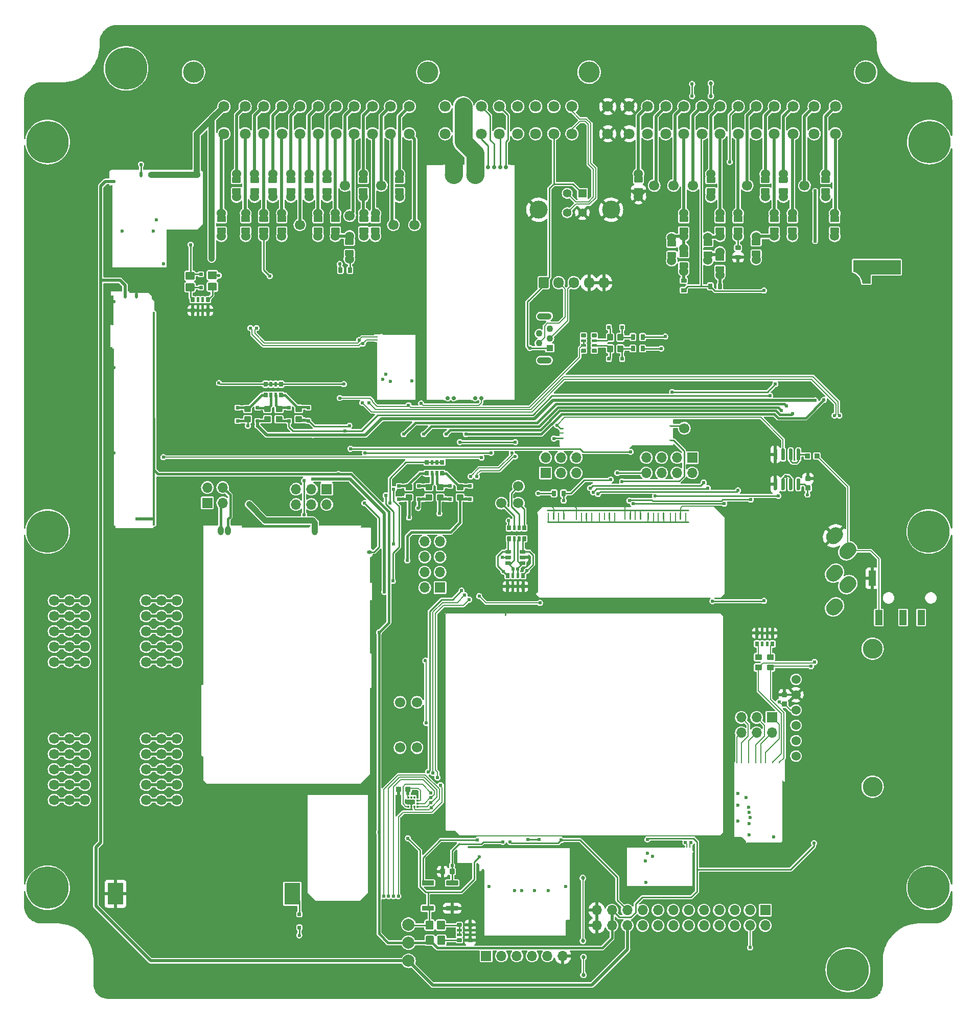
<source format=gtl>
G04 #@! TF.GenerationSoftware,KiCad,Pcbnew,(5.99.0-9713-g2bc22de1a5)*
G04 #@! TF.CreationDate,2021-04-16T09:02:33-04:00*
G04 #@! TF.ProjectId,hellen64_miataNA6_94,68656c6c-656e-4363-945f-6d696174614e,R0.4*
G04 #@! TF.SameCoordinates,PX1406f40PYa852d20*
G04 #@! TF.FileFunction,Copper,L1,Top*
G04 #@! TF.FilePolarity,Positive*
%FSLAX46Y46*%
G04 Gerber Fmt 4.6, Leading zero omitted, Abs format (unit mm)*
G04 Created by KiCad (PCBNEW (5.99.0-9713-g2bc22de1a5)) date 2021-04-16 09:02:33*
%MOMM*%
%LPD*%
G01*
G04 APERTURE LIST*
G04 #@! TA.AperFunction,EtchedComponent*
%ADD10C,0.100000*%
G04 #@! TD*
G04 #@! TA.AperFunction,SMDPad,CuDef*
%ADD11O,0.499999X2.999999*%
G04 #@! TD*
G04 #@! TA.AperFunction,SMDPad,CuDef*
%ADD12O,0.499999X12.700000*%
G04 #@! TD*
G04 #@! TA.AperFunction,SMDPad,CuDef*
%ADD13O,1.200000X0.499999*%
G04 #@! TD*
G04 #@! TA.AperFunction,SMDPad,CuDef*
%ADD14O,17.400001X0.399999*%
G04 #@! TD*
G04 #@! TA.AperFunction,SMDPad,CuDef*
%ADD15O,0.499999X11.400000*%
G04 #@! TD*
G04 #@! TA.AperFunction,SMDPad,CuDef*
%ADD16O,14.449999X0.499999*%
G04 #@! TD*
G04 #@! TA.AperFunction,ComponentPad*
%ADD17C,0.599999*%
G04 #@! TD*
G04 #@! TA.AperFunction,SMDPad,CuDef*
%ADD18O,0.499999X0.250000*%
G04 #@! TD*
G04 #@! TA.AperFunction,ComponentPad*
%ADD19C,1.524000*%
G04 #@! TD*
G04 #@! TA.AperFunction,ComponentPad*
%ADD20C,1.700000*%
G04 #@! TD*
G04 #@! TA.AperFunction,SMDPad,CuDef*
%ADD21C,2.000000*%
G04 #@! TD*
G04 #@! TA.AperFunction,ComponentPad*
%ADD22R,1.700000X1.700000*%
G04 #@! TD*
G04 #@! TA.AperFunction,ComponentPad*
%ADD23O,1.700000X1.700000*%
G04 #@! TD*
G04 #@! TA.AperFunction,SMDPad,CuDef*
%ADD24O,1.699999X0.200000*%
G04 #@! TD*
G04 #@! TA.AperFunction,SMDPad,CuDef*
%ADD25O,0.200000X4.249999*%
G04 #@! TD*
G04 #@! TA.AperFunction,SMDPad,CuDef*
%ADD26O,0.200000X4.149999*%
G04 #@! TD*
G04 #@! TA.AperFunction,SMDPad,CuDef*
%ADD27O,11.324999X0.200000*%
G04 #@! TD*
G04 #@! TA.AperFunction,SMDPad,CuDef*
%ADD28O,0.200000X14.399999*%
G04 #@! TD*
G04 #@! TA.AperFunction,SMDPad,CuDef*
%ADD29O,0.200000X8.824999*%
G04 #@! TD*
G04 #@! TA.AperFunction,SMDPad,CuDef*
%ADD30O,0.200000X25.849999*%
G04 #@! TD*
G04 #@! TA.AperFunction,SMDPad,CuDef*
%ADD31O,0.200000X3.600000*%
G04 #@! TD*
G04 #@! TA.AperFunction,SMDPad,CuDef*
%ADD32O,25.699999X0.200000*%
G04 #@! TD*
G04 #@! TA.AperFunction,SMDPad,CuDef*
%ADD33O,1.000001X1.500000*%
G04 #@! TD*
G04 #@! TA.AperFunction,SMDPad,CuDef*
%ADD34O,0.800001X0.599999*%
G04 #@! TD*
G04 #@! TA.AperFunction,ComponentPad*
%ADD35R,1.400000X1.400000*%
G04 #@! TD*
G04 #@! TA.AperFunction,ComponentPad*
%ADD36C,1.400000*%
G04 #@! TD*
G04 #@! TA.AperFunction,ComponentPad*
%ADD37C,3.000000*%
G04 #@! TD*
G04 #@! TA.AperFunction,ComponentPad*
%ADD38C,3.500120*%
G04 #@! TD*
G04 #@! TA.AperFunction,ComponentPad*
%ADD39C,1.800000*%
G04 #@! TD*
G04 #@! TA.AperFunction,ComponentPad*
%ADD40C,7.000000*%
G04 #@! TD*
G04 #@! TA.AperFunction,ComponentPad*
%ADD41R,1.100000X1.100000*%
G04 #@! TD*
G04 #@! TA.AperFunction,ComponentPad*
%ADD42C,1.100000*%
G04 #@! TD*
G04 #@! TA.AperFunction,ComponentPad*
%ADD43O,2.400000X1.100000*%
G04 #@! TD*
G04 #@! TA.AperFunction,SMDPad,CuDef*
%ADD44O,0.250000X0.499999*%
G04 #@! TD*
G04 #@! TA.AperFunction,SMDPad,CuDef*
%ADD45O,5.669999X0.200000*%
G04 #@! TD*
G04 #@! TA.AperFunction,SMDPad,CuDef*
%ADD46O,0.399999X9.800001*%
G04 #@! TD*
G04 #@! TA.AperFunction,SMDPad,CuDef*
%ADD47O,6.799999X0.200000*%
G04 #@! TD*
G04 #@! TA.AperFunction,SMDPad,CuDef*
%ADD48O,0.200000X11.100001*%
G04 #@! TD*
G04 #@! TA.AperFunction,ComponentPad*
%ADD49C,3.302000*%
G04 #@! TD*
G04 #@! TA.AperFunction,SMDPad,CuDef*
%ADD50R,1.200000X2.500000*%
G04 #@! TD*
G04 #@! TA.AperFunction,SMDPad,CuDef*
%ADD51R,0.375000X0.350000*%
G04 #@! TD*
G04 #@! TA.AperFunction,SMDPad,CuDef*
%ADD52R,0.350000X0.375000*%
G04 #@! TD*
G04 #@! TA.AperFunction,SMDPad,CuDef*
%ADD53R,2.600000X3.600000*%
G04 #@! TD*
G04 #@! TA.AperFunction,SMDPad,CuDef*
%ADD54O,0.499999X1.000001*%
G04 #@! TD*
G04 #@! TA.AperFunction,SMDPad,CuDef*
%ADD55O,8.744829X1.000001*%
G04 #@! TD*
G04 #@! TA.AperFunction,SMDPad,CuDef*
%ADD56O,0.399999X9.000000*%
G04 #@! TD*
G04 #@! TA.AperFunction,SMDPad,CuDef*
%ADD57O,0.200000X13.800000*%
G04 #@! TD*
G04 #@! TA.AperFunction,SMDPad,CuDef*
%ADD58O,0.200000X6.500000*%
G04 #@! TD*
G04 #@! TA.AperFunction,SMDPad,CuDef*
%ADD59O,0.499999X0.200000*%
G04 #@! TD*
G04 #@! TA.AperFunction,SMDPad,CuDef*
%ADD60O,5.399999X0.399999*%
G04 #@! TD*
G04 #@! TA.AperFunction,SMDPad,CuDef*
%ADD61O,9.199999X0.200000*%
G04 #@! TD*
G04 #@! TA.AperFunction,ComponentPad*
%ADD62C,0.700000*%
G04 #@! TD*
G04 #@! TA.AperFunction,SMDPad,CuDef*
%ADD63C,3.000000*%
G04 #@! TD*
G04 #@! TA.AperFunction,SMDPad,CuDef*
%ADD64R,0.250000X39.250000*%
G04 #@! TD*
G04 #@! TA.AperFunction,SMDPad,CuDef*
%ADD65R,0.950000X0.250000*%
G04 #@! TD*
G04 #@! TA.AperFunction,SMDPad,CuDef*
%ADD66R,3.100000X0.250000*%
G04 #@! TD*
G04 #@! TA.AperFunction,SMDPad,CuDef*
%ADD67R,2.950000X0.250000*%
G04 #@! TD*
G04 #@! TA.AperFunction,SMDPad,CuDef*
%ADD68R,2.250000X0.250000*%
G04 #@! TD*
G04 #@! TA.AperFunction,SMDPad,CuDef*
%ADD69R,5.050000X0.250000*%
G04 #@! TD*
G04 #@! TA.AperFunction,SMDPad,CuDef*
%ADD70O,0.200000X5.669999*%
G04 #@! TD*
G04 #@! TA.AperFunction,SMDPad,CuDef*
%ADD71O,9.800001X0.399999*%
G04 #@! TD*
G04 #@! TA.AperFunction,SMDPad,CuDef*
%ADD72O,11.100001X0.200000*%
G04 #@! TD*
G04 #@! TA.AperFunction,SMDPad,CuDef*
%ADD73O,0.200000X6.799999*%
G04 #@! TD*
G04 #@! TA.AperFunction,SMDPad,CuDef*
%ADD74O,5.800001X0.250000*%
G04 #@! TD*
G04 #@! TA.AperFunction,SMDPad,CuDef*
%ADD75O,0.250000X10.200000*%
G04 #@! TD*
G04 #@! TA.AperFunction,SMDPad,CuDef*
%ADD76O,0.200000X0.399999*%
G04 #@! TD*
G04 #@! TA.AperFunction,SMDPad,CuDef*
%ADD77O,0.399999X5.000000*%
G04 #@! TD*
G04 #@! TA.AperFunction,SMDPad,CuDef*
%ADD78O,7.200001X0.399999*%
G04 #@! TD*
G04 #@! TA.AperFunction,SMDPad,CuDef*
%ADD79O,3.099999X0.200000*%
G04 #@! TD*
G04 #@! TA.AperFunction,SMDPad,CuDef*
%ADD80O,0.399999X30.000001*%
G04 #@! TD*
G04 #@! TA.AperFunction,SMDPad,CuDef*
%ADD81O,0.399999X35.400000*%
G04 #@! TD*
G04 #@! TA.AperFunction,SMDPad,CuDef*
%ADD82O,2.999999X0.499999*%
G04 #@! TD*
G04 #@! TA.AperFunction,ComponentPad*
%ADD83O,1.700000X1.850000*%
G04 #@! TD*
G04 #@! TA.AperFunction,ViaPad*
%ADD84C,0.600000*%
G04 #@! TD*
G04 #@! TA.AperFunction,ViaPad*
%ADD85C,0.685800*%
G04 #@! TD*
G04 #@! TA.AperFunction,ViaPad*
%ADD86C,0.609600*%
G04 #@! TD*
G04 #@! TA.AperFunction,ViaPad*
%ADD87C,1.000000*%
G04 #@! TD*
G04 #@! TA.AperFunction,Conductor*
%ADD88C,0.200000*%
G04 #@! TD*
G04 #@! TA.AperFunction,Conductor*
%ADD89C,0.254000*%
G04 #@! TD*
G04 #@! TA.AperFunction,Conductor*
%ADD90C,3.000000*%
G04 #@! TD*
G04 #@! TA.AperFunction,Conductor*
%ADD91C,0.299720*%
G04 #@! TD*
G04 #@! TA.AperFunction,Conductor*
%ADD92C,0.508000*%
G04 #@! TD*
G04 #@! TA.AperFunction,Conductor*
%ADD93C,0.400000*%
G04 #@! TD*
G04 #@! TA.AperFunction,Conductor*
%ADD94C,0.203200*%
G04 #@! TD*
G04 #@! TA.AperFunction,Conductor*
%ADD95C,1.000000*%
G04 #@! TD*
G04 APERTURE END LIST*
D10*
G04 #@! TO.C,G3*
X145300700Y122407060D02*
X145300700Y120107060D01*
X145300700Y120107060D02*
X140400700Y120107060D01*
X140400700Y120107060D02*
X140350700Y120097060D01*
X140350700Y120097060D02*
X140310700Y120057060D01*
X140310700Y120057060D02*
X140300700Y120007060D01*
X140300700Y120007060D02*
X140300700Y118607060D01*
X140300700Y118607060D02*
X139000700Y118607060D01*
X139000700Y118607060D02*
X139000700Y118707060D01*
X139000700Y118707060D02*
X138980700Y118887060D01*
X138980700Y118887060D02*
X138940700Y119097060D01*
X138940700Y119097060D02*
X138870700Y119307060D01*
X138870700Y119307060D02*
X138820700Y119437060D01*
X138820700Y119437060D02*
X138730700Y119617060D01*
X138730700Y119617060D02*
X138620700Y119787060D01*
X138620700Y119787060D02*
X138480700Y119967060D01*
X138480700Y119967060D02*
X138290700Y120157060D01*
X138290700Y120157060D02*
X138170700Y120247060D01*
X138170700Y120247060D02*
X138010700Y120357060D01*
X138010700Y120357060D02*
X137810700Y120467060D01*
X137810700Y120467060D02*
X137620700Y120547060D01*
X137620700Y120547060D02*
X137500700Y120587060D01*
X137500700Y120587060D02*
X137500700Y122407060D01*
X137500700Y122407060D02*
X145300700Y122407060D01*
G36*
X145300700Y120107060D02*
G01*
X140400700Y120107060D01*
X140350700Y120097060D01*
X140310700Y120057060D01*
X140300700Y120007060D01*
X140300700Y118607060D01*
X139000700Y118607060D01*
X139000700Y118707060D01*
X138980700Y118887060D01*
X138940700Y119097060D01*
X138870700Y119307060D01*
X138820700Y119437060D01*
X138730700Y119617060D01*
X138620700Y119787060D01*
X138480700Y119967060D01*
X138290700Y120157060D01*
X138170700Y120247060D01*
X138010700Y120357060D01*
X137810700Y120467060D01*
X137620700Y120547060D01*
X137500700Y120587060D01*
X137500700Y122407060D01*
X145300700Y122407060D01*
X145300700Y120107060D01*
G37*
X145300700Y120107060D02*
X140400700Y120107060D01*
X140350700Y120097060D01*
X140310700Y120057060D01*
X140300700Y120007060D01*
X140300700Y118607060D01*
X139000700Y118607060D01*
X139000700Y118707060D01*
X138980700Y118887060D01*
X138940700Y119097060D01*
X138870700Y119307060D01*
X138820700Y119437060D01*
X138730700Y119617060D01*
X138620700Y119787060D01*
X138480700Y119967060D01*
X138290700Y120157060D01*
X138170700Y120247060D01*
X138010700Y120357060D01*
X137810700Y120467060D01*
X137620700Y120547060D01*
X137500700Y120587060D01*
X137500700Y122407060D01*
X145300700Y122407060D01*
X145300700Y120107060D01*
G04 #@! TD*
G04 #@! TO.P,R23,1*
G04 #@! TO.N,+5VA*
G04 #@! TA.AperFunction,SMDPad,CuDef*
G36*
G01*
X52161360Y120410880D02*
X52161360Y121190880D01*
G75*
G02*
X52231360Y121260880I70000J0D01*
G01*
X52791360Y121260880D01*
G75*
G02*
X52861360Y121190880I0J-70000D01*
G01*
X52861360Y120410880D01*
G75*
G02*
X52791360Y120340880I-70000J0D01*
G01*
X52231360Y120340880D01*
G75*
G02*
X52161360Y120410880I0J70000D01*
G01*
G37*
G04 #@! TD.AperFunction*
G04 #@! TO.P,R23,2*
G04 #@! TO.N,Net-(R20-Pad1)*
G04 #@! TA.AperFunction,SMDPad,CuDef*
G36*
G01*
X53761360Y120410880D02*
X53761360Y121190880D01*
G75*
G02*
X53831360Y121260880I70000J0D01*
G01*
X54391360Y121260880D01*
G75*
G02*
X54461360Y121190880I0J-70000D01*
G01*
X54461360Y120410880D01*
G75*
G02*
X54391360Y120340880I-70000J0D01*
G01*
X53831360Y120340880D01*
G75*
G02*
X53761360Y120410880I0J70000D01*
G01*
G37*
G04 #@! TD.AperFunction*
G04 #@! TD*
G04 #@! TO.P,R22,1*
G04 #@! TO.N,+5VA*
G04 #@! TA.AperFunction,SMDPad,CuDef*
G36*
G01*
X113460960Y117705000D02*
X113460960Y118485000D01*
G75*
G02*
X113530960Y118555000I70000J0D01*
G01*
X114090960Y118555000D01*
G75*
G02*
X114160960Y118485000I0J-70000D01*
G01*
X114160960Y117705000D01*
G75*
G02*
X114090960Y117635000I-70000J0D01*
G01*
X113530960Y117635000D01*
G75*
G02*
X113460960Y117705000I0J70000D01*
G01*
G37*
G04 #@! TD.AperFunction*
G04 #@! TO.P,R22,2*
G04 #@! TO.N,/1N*
G04 #@! TA.AperFunction,SMDPad,CuDef*
G36*
G01*
X115060960Y117705000D02*
X115060960Y118485000D01*
G75*
G02*
X115130960Y118555000I70000J0D01*
G01*
X115690960Y118555000D01*
G75*
G02*
X115760960Y118485000I0J-70000D01*
G01*
X115760960Y117705000D01*
G75*
G02*
X115690960Y117635000I-70000J0D01*
G01*
X115130960Y117635000D01*
G75*
G02*
X115060960Y117705000I0J70000D01*
G01*
G37*
G04 #@! TD.AperFunction*
G04 #@! TD*
G04 #@! TO.P,R21,1*
G04 #@! TO.N,+5VA*
G04 #@! TA.AperFunction,SMDPad,CuDef*
G36*
G01*
X109800960Y117100001D02*
X109020960Y117100001D01*
G75*
G02*
X108950960Y117170001I0J70000D01*
G01*
X108950960Y117730001D01*
G75*
G02*
X109020960Y117800001I70000J0D01*
G01*
X109800960Y117800001D01*
G75*
G02*
X109870960Y117730001I0J-70000D01*
G01*
X109870960Y117170001D01*
G75*
G02*
X109800960Y117100001I-70000J0D01*
G01*
G37*
G04 #@! TD.AperFunction*
G04 #@! TO.P,R21,2*
G04 #@! TO.N,Net-(R21-Pad2)*
G04 #@! TA.AperFunction,SMDPad,CuDef*
G36*
G01*
X109800960Y118700001D02*
X109020960Y118700001D01*
G75*
G02*
X108950960Y118770001I0J70000D01*
G01*
X108950960Y119330001D01*
G75*
G02*
X109020960Y119400001I70000J0D01*
G01*
X109800960Y119400001D01*
G75*
G02*
X109870960Y119330001I0J-70000D01*
G01*
X109870960Y118770001D01*
G75*
G02*
X109800960Y118700001I-70000J0D01*
G01*
G37*
G04 #@! TD.AperFunction*
G04 #@! TD*
D11*
G04 #@! TO.P,M4,G,GND*
G04 #@! TO.N,GND*
X90066859Y11639724D03*
D12*
X90816860Y19027192D03*
D13*
X90416861Y12914718D03*
D14*
X82316867Y25189707D03*
D15*
X76116859Y15902189D03*
D16*
X83086861Y10364690D03*
D17*
G04 #@! TO.P,M4,V1,V33*
G04 #@! TO.N,+3V3*
X75566855Y23589700D03*
G04 #@! TO.P,M4,V2,GND*
G04 #@! TO.N,GND*
X77141869Y18684691D03*
G04 #@! TO.P,M4,V3,GND*
X89845887Y18693754D03*
G04 #@! TO.P,M4,V4,SD_CS*
G04 #@! TO.N,/SD_CS*
X81366859Y18014690D03*
G04 #@! TO.P,M4,V5,SD_MOSI*
G04 #@! TO.N,/SD_MOSI*
X82541863Y18014690D03*
G04 #@! TO.P,M4,V6,SD_SCK*
G04 #@! TO.N,/SD_SCK*
X84716857Y18014690D03*
G04 #@! TO.P,M4,V7,SD_MISO*
G04 #@! TO.N,/SD_MISO*
X86941859Y18014690D03*
G04 #@! TD*
G04 #@! TO.P,R8,1*
G04 #@! TO.N,/D1*
G04 #@! TA.AperFunction,SMDPad,CuDef*
G36*
G01*
X80136360Y75965880D02*
X80136360Y76635880D01*
G75*
G02*
X80201360Y76700880I65000J0D01*
G01*
X80721360Y76700880D01*
G75*
G02*
X80786360Y76635880I0J-65000D01*
G01*
X80786360Y75965880D01*
G75*
G02*
X80721360Y75900880I-65000J0D01*
G01*
X80201360Y75900880D01*
G75*
G02*
X80136360Y75965880I0J65000D01*
G01*
G37*
G04 #@! TD.AperFunction*
G04 #@! TO.P,R8,2*
G04 #@! TO.N,/D2*
G04 #@! TA.AperFunction,SMDPad,CuDef*
G36*
G01*
X81111360Y75945880D02*
X81111360Y76655880D01*
G75*
G02*
X81156360Y76700880I45000J0D01*
G01*
X81516360Y76700880D01*
G75*
G02*
X81561360Y76655880I0J-45000D01*
G01*
X81561360Y75945880D01*
G75*
G02*
X81516360Y75900880I-45000J0D01*
G01*
X81156360Y75900880D01*
G75*
G02*
X81111360Y75945880I0J45000D01*
G01*
G37*
G04 #@! TD.AperFunction*
G04 #@! TO.P,R8,3*
G04 #@! TO.N,/D3*
G04 #@! TA.AperFunction,SMDPad,CuDef*
G36*
G01*
X81911360Y75945880D02*
X81911360Y76655880D01*
G75*
G02*
X81956360Y76700880I45000J0D01*
G01*
X82316360Y76700880D01*
G75*
G02*
X82361360Y76655880I0J-45000D01*
G01*
X82361360Y75945880D01*
G75*
G02*
X82316360Y75900880I-45000J0D01*
G01*
X81956360Y75900880D01*
G75*
G02*
X81911360Y75945880I0J45000D01*
G01*
G37*
G04 #@! TD.AperFunction*
G04 #@! TO.P,R8,4*
G04 #@! TO.N,/D4*
G04 #@! TA.AperFunction,SMDPad,CuDef*
G36*
G01*
X82686360Y75965880D02*
X82686360Y76635880D01*
G75*
G02*
X82751360Y76700880I65000J0D01*
G01*
X83271360Y76700880D01*
G75*
G02*
X83336360Y76635880I0J-65000D01*
G01*
X83336360Y75965880D01*
G75*
G02*
X83271360Y75900880I-65000J0D01*
G01*
X82751360Y75900880D01*
G75*
G02*
X82686360Y75965880I0J65000D01*
G01*
G37*
G04 #@! TD.AperFunction*
G04 #@! TO.P,R8,5*
G04 #@! TO.N,/IN_D4*
G04 #@! TA.AperFunction,SMDPad,CuDef*
G36*
G01*
X82686360Y77765880D02*
X82686360Y78435880D01*
G75*
G02*
X82751360Y78500880I65000J0D01*
G01*
X83271360Y78500880D01*
G75*
G02*
X83336360Y78435880I0J-65000D01*
G01*
X83336360Y77765880D01*
G75*
G02*
X83271360Y77700880I-65000J0D01*
G01*
X82751360Y77700880D01*
G75*
G02*
X82686360Y77765880I0J65000D01*
G01*
G37*
G04 #@! TD.AperFunction*
G04 #@! TO.P,R8,6*
G04 #@! TO.N,/IN_D3*
G04 #@! TA.AperFunction,SMDPad,CuDef*
G36*
G01*
X81911360Y77745880D02*
X81911360Y78455880D01*
G75*
G02*
X81956360Y78500880I45000J0D01*
G01*
X82316360Y78500880D01*
G75*
G02*
X82361360Y78455880I0J-45000D01*
G01*
X82361360Y77745880D01*
G75*
G02*
X82316360Y77700880I-45000J0D01*
G01*
X81956360Y77700880D01*
G75*
G02*
X81911360Y77745880I0J45000D01*
G01*
G37*
G04 #@! TD.AperFunction*
G04 #@! TO.P,R8,7*
G04 #@! TO.N,/IN_D2*
G04 #@! TA.AperFunction,SMDPad,CuDef*
G36*
G01*
X81111360Y77745880D02*
X81111360Y78455880D01*
G75*
G02*
X81156360Y78500880I45000J0D01*
G01*
X81516360Y78500880D01*
G75*
G02*
X81561360Y78455880I0J-45000D01*
G01*
X81561360Y77745880D01*
G75*
G02*
X81516360Y77700880I-45000J0D01*
G01*
X81156360Y77700880D01*
G75*
G02*
X81111360Y77745880I0J45000D01*
G01*
G37*
G04 #@! TD.AperFunction*
G04 #@! TO.P,R8,8*
G04 #@! TO.N,/IN_D1*
G04 #@! TA.AperFunction,SMDPad,CuDef*
G36*
G01*
X80136360Y77765880D02*
X80136360Y78435880D01*
G75*
G02*
X80201360Y78500880I65000J0D01*
G01*
X80721360Y78500880D01*
G75*
G02*
X80786360Y78435880I0J-65000D01*
G01*
X80786360Y77765880D01*
G75*
G02*
X80721360Y77700880I-65000J0D01*
G01*
X80201360Y77700880D01*
G75*
G02*
X80136360Y77765880I0J65000D01*
G01*
G37*
G04 #@! TD.AperFunction*
G04 #@! TD*
D18*
G04 #@! TO.P,M9,E1,V5A*
G04 #@! TO.N,+5VA*
X89359786Y92963404D03*
G04 #@! TO.P,M9,E2,GND*
G04 #@! TO.N,GND*
X89359786Y93838404D03*
G04 #@! TO.P,M9,E3,OUT_KNOCK*
G04 #@! TO.N,/IN_KNOCK*
X89359786Y94538405D03*
G04 #@! TO.P,M9,W1,IN_KNOCK*
G04 #@! TO.N,/IN_KNOCK_RAW*
X107184784Y94988404D03*
G04 #@! TO.P,M9,W2,VREF*
G04 #@! TO.N,/VREF2*
X107184784Y92588401D03*
G04 #@! TD*
G04 #@! TO.P,R32,1,1*
G04 #@! TO.N,Net-(R20-Pad2)*
G04 #@! TA.AperFunction,SMDPad,CuDef*
G36*
G01*
X52325700Y126849999D02*
X51075700Y126849999D01*
G75*
G02*
X50975700Y126949999I0J100000D01*
G01*
X50975700Y127749999D01*
G75*
G02*
X51075700Y127849999I100000J0D01*
G01*
X52325700Y127849999D01*
G75*
G02*
X52425700Y127749999I0J-100000D01*
G01*
X52425700Y126949999D01*
G75*
G02*
X52325700Y126849999I-100000J0D01*
G01*
G37*
G04 #@! TD.AperFunction*
D19*
X51700700Y126395000D03*
G04 #@! TO.P,R32,2,2*
G04 #@! TO.N,/1M*
G04 #@! TA.AperFunction,SMDPad,CuDef*
G36*
G01*
X52325700Y128750021D02*
X51075700Y128750021D01*
G75*
G02*
X50975700Y128850021I0J100000D01*
G01*
X50975700Y129650021D01*
G75*
G02*
X51075700Y129750021I100000J0D01*
G01*
X52325700Y129750021D01*
G75*
G02*
X52425700Y129650021I0J-100000D01*
G01*
X52425700Y128850021D01*
G75*
G02*
X52325700Y128750021I-100000J0D01*
G01*
G37*
G04 #@! TD.AperFunction*
X51700700Y130205000D03*
G04 #@! TD*
D20*
G04 #@! TO.P,P24,1,Pin_1*
G04 #@! TO.N,/IO12*
X65210960Y49204880D03*
G04 #@! TD*
G04 #@! TO.P,P47,1,Pin_1*
G04 #@! TO.N,Net-(P2-Pad21)*
X59310960Y134800000D03*
G04 #@! TD*
G04 #@! TO.P,R2,1*
G04 #@! TO.N,GND*
G04 #@! TA.AperFunction,SMDPad,CuDef*
G36*
G01*
X74364360Y9479880D02*
X73694360Y9479880D01*
G75*
G02*
X73629360Y9544880I0J65000D01*
G01*
X73629360Y10064880D01*
G75*
G02*
X73694360Y10129880I65000J0D01*
G01*
X74364360Y10129880D01*
G75*
G02*
X74429360Y10064880I0J-65000D01*
G01*
X74429360Y9544880D01*
G75*
G02*
X74364360Y9479880I-65000J0D01*
G01*
G37*
G04 #@! TD.AperFunction*
G04 #@! TO.P,R2,2*
G04 #@! TA.AperFunction,SMDPad,CuDef*
G36*
G01*
X74384360Y10454880D02*
X73674360Y10454880D01*
G75*
G02*
X73629360Y10499880I0J45000D01*
G01*
X73629360Y10859880D01*
G75*
G02*
X73674360Y10904880I45000J0D01*
G01*
X74384360Y10904880D01*
G75*
G02*
X74429360Y10859880I0J-45000D01*
G01*
X74429360Y10499880D01*
G75*
G02*
X74384360Y10454880I-45000J0D01*
G01*
G37*
G04 #@! TD.AperFunction*
G04 #@! TO.P,R2,3*
G04 #@! TA.AperFunction,SMDPad,CuDef*
G36*
G01*
X74384360Y11254880D02*
X73674360Y11254880D01*
G75*
G02*
X73629360Y11299880I0J45000D01*
G01*
X73629360Y11659880D01*
G75*
G02*
X73674360Y11704880I45000J0D01*
G01*
X74384360Y11704880D01*
G75*
G02*
X74429360Y11659880I0J-45000D01*
G01*
X74429360Y11299880D01*
G75*
G02*
X74384360Y11254880I-45000J0D01*
G01*
G37*
G04 #@! TD.AperFunction*
G04 #@! TO.P,R2,4*
G04 #@! TA.AperFunction,SMDPad,CuDef*
G36*
G01*
X74364360Y12029880D02*
X73694360Y12029880D01*
G75*
G02*
X73629360Y12094880I0J65000D01*
G01*
X73629360Y12614880D01*
G75*
G02*
X73694360Y12679880I65000J0D01*
G01*
X74364360Y12679880D01*
G75*
G02*
X74429360Y12614880I0J-65000D01*
G01*
X74429360Y12094880D01*
G75*
G02*
X74364360Y12029880I-65000J0D01*
G01*
G37*
G04 #@! TD.AperFunction*
G04 #@! TO.P,R2,5*
G04 #@! TO.N,Net-(D2-Pad2)*
G04 #@! TA.AperFunction,SMDPad,CuDef*
G36*
G01*
X72564360Y12029880D02*
X71894360Y12029880D01*
G75*
G02*
X71829360Y12094880I0J65000D01*
G01*
X71829360Y12614880D01*
G75*
G02*
X71894360Y12679880I65000J0D01*
G01*
X72564360Y12679880D01*
G75*
G02*
X72629360Y12614880I0J-65000D01*
G01*
X72629360Y12094880D01*
G75*
G02*
X72564360Y12029880I-65000J0D01*
G01*
G37*
G04 #@! TD.AperFunction*
G04 #@! TO.P,R2,6*
G04 #@! TA.AperFunction,SMDPad,CuDef*
G36*
G01*
X72584360Y11254880D02*
X71874360Y11254880D01*
G75*
G02*
X71829360Y11299880I0J45000D01*
G01*
X71829360Y11659880D01*
G75*
G02*
X71874360Y11704880I45000J0D01*
G01*
X72584360Y11704880D01*
G75*
G02*
X72629360Y11659880I0J-45000D01*
G01*
X72629360Y11299880D01*
G75*
G02*
X72584360Y11254880I-45000J0D01*
G01*
G37*
G04 #@! TD.AperFunction*
G04 #@! TO.P,R2,7*
G04 #@! TA.AperFunction,SMDPad,CuDef*
G36*
G01*
X72584360Y10454880D02*
X71874360Y10454880D01*
G75*
G02*
X71829360Y10499880I0J45000D01*
G01*
X71829360Y10859880D01*
G75*
G02*
X71874360Y10904880I45000J0D01*
G01*
X72584360Y10904880D01*
G75*
G02*
X72629360Y10859880I0J-45000D01*
G01*
X72629360Y10499880D01*
G75*
G02*
X72584360Y10454880I-45000J0D01*
G01*
G37*
G04 #@! TD.AperFunction*
G04 #@! TO.P,R2,8*
G04 #@! TO.N,Net-(D1-Pad2)*
G04 #@! TA.AperFunction,SMDPad,CuDef*
G36*
G01*
X72564360Y9479880D02*
X71894360Y9479880D01*
G75*
G02*
X71829360Y9544880I0J65000D01*
G01*
X71829360Y10064880D01*
G75*
G02*
X71894360Y10129880I65000J0D01*
G01*
X72564360Y10129880D01*
G75*
G02*
X72629360Y10064880I0J-65000D01*
G01*
X72629360Y9544880D01*
G75*
G02*
X72564360Y9479880I-65000J0D01*
G01*
G37*
G04 #@! TD.AperFunction*
G04 #@! TD*
G04 #@! TO.P,R4,1*
G04 #@! TO.N,/IN_MAF*
G04 #@! TA.AperFunction,SMDPad,CuDef*
G36*
G01*
X118010700Y124857060D02*
X118790700Y124857060D01*
G75*
G02*
X118860700Y124787060I0J-70000D01*
G01*
X118860700Y124227060D01*
G75*
G02*
X118790700Y124157060I-70000J0D01*
G01*
X118010700Y124157060D01*
G75*
G02*
X117940700Y124227060I0J70000D01*
G01*
X117940700Y124787060D01*
G75*
G02*
X118010700Y124857060I70000J0D01*
G01*
G37*
G04 #@! TD.AperFunction*
G04 #@! TO.P,R4,2*
G04 #@! TO.N,GND*
G04 #@! TA.AperFunction,SMDPad,CuDef*
G36*
G01*
X118010700Y123257060D02*
X118790700Y123257060D01*
G75*
G02*
X118860700Y123187060I0J-70000D01*
G01*
X118860700Y122627060D01*
G75*
G02*
X118790700Y122557060I-70000J0D01*
G01*
X118010700Y122557060D01*
G75*
G02*
X117940700Y122627060I0J70000D01*
G01*
X117940700Y123187060D01*
G75*
G02*
X118010700Y123257060I70000J0D01*
G01*
G37*
G04 #@! TD.AperFunction*
G04 #@! TD*
D21*
G04 #@! TO.P,J19,1,Pin_1*
G04 #@! TO.N,+12V*
X63800000Y6400000D03*
G04 #@! TD*
G04 #@! TO.P,C3,1*
G04 #@! TO.N,GND*
G04 #@! TA.AperFunction,SMDPad,CuDef*
G36*
G01*
X61705958Y34460000D02*
X61705958Y35140000D01*
G75*
G02*
X61790958Y35225000I85000J0D01*
G01*
X62470958Y35225000D01*
G75*
G02*
X62555958Y35140000I0J-85000D01*
G01*
X62555958Y34460000D01*
G75*
G02*
X62470958Y34375000I-85000J0D01*
G01*
X61790958Y34375000D01*
G75*
G02*
X61705958Y34460000I0J85000D01*
G01*
G37*
G04 #@! TD.AperFunction*
G04 #@! TO.P,C3,2*
G04 #@! TO.N,+3V3*
G04 #@! TA.AperFunction,SMDPad,CuDef*
G36*
G01*
X63285960Y34460000D02*
X63285960Y35140000D01*
G75*
G02*
X63370960Y35225000I85000J0D01*
G01*
X64050960Y35225000D01*
G75*
G02*
X64135960Y35140000I0J-85000D01*
G01*
X64135960Y34460000D01*
G75*
G02*
X64050960Y34375000I-85000J0D01*
G01*
X63370960Y34375000D01*
G75*
G02*
X63285960Y34460000I0J85000D01*
G01*
G37*
G04 #@! TD.AperFunction*
G04 #@! TD*
D22*
G04 #@! TO.P,J10,1,Pin_1*
G04 #@! TO.N,/OUT_LOW11*
X50252360Y84513880D03*
D23*
G04 #@! TO.P,J10,2,Pin_2*
G04 #@! TO.N,/OUT_LOW6_PULLUP*
X50252360Y81973880D03*
G04 #@! TO.P,J10,3,Pin_3*
G04 #@! TO.N,/OUT_HIGH2*
X47712360Y84513880D03*
G04 #@! TO.P,J10,4,Pin_4*
G04 #@! TO.N,/OUT_LOW1_DUAL*
X47712360Y81973880D03*
G04 #@! TO.P,J10,5,Pin_5*
G04 #@! TO.N,/OUT_PP2*
X45172360Y84513880D03*
G04 #@! TO.P,J10,6,Pin_6*
G04 #@! TO.N,unconnected-(J10-Pad6)*
X45172360Y81973880D03*
G04 #@! TD*
D20*
G04 #@! TO.P,G4,1*
G04 #@! TO.N,Net-(G4-Pad1)*
X20320000Y55880000D03*
G04 #@! TO.P,G4,2*
G04 #@! TO.N,Net-(G4-Pad12)*
X20320000Y58420000D03*
G04 #@! TO.P,G4,3*
G04 #@! TO.N,Net-(G4-Pad13)*
X20320000Y60960000D03*
G04 #@! TO.P,G4,4*
G04 #@! TO.N,Net-(G4-Pad14)*
X20320000Y63500000D03*
G04 #@! TO.P,G4,5*
G04 #@! TO.N,Net-(G4-Pad10)*
X20320000Y66040000D03*
G04 #@! TO.P,G4,6*
G04 #@! TO.N,Net-(G4-Pad1)*
X22860000Y55880000D03*
G04 #@! TO.P,G4,7*
G04 #@! TO.N,Net-(G4-Pad12)*
X22860000Y58420000D03*
G04 #@! TO.P,G4,8*
G04 #@! TO.N,Net-(G4-Pad13)*
X22860000Y60960000D03*
G04 #@! TO.P,G4,9*
G04 #@! TO.N,Net-(G4-Pad14)*
X22860000Y63500000D03*
G04 #@! TO.P,G4,10*
G04 #@! TO.N,Net-(G4-Pad10)*
X22860000Y66040000D03*
G04 #@! TO.P,G4,11*
G04 #@! TO.N,Net-(G4-Pad1)*
X25400000Y55880000D03*
G04 #@! TO.P,G4,12*
G04 #@! TO.N,Net-(G4-Pad12)*
X25400000Y58420000D03*
G04 #@! TO.P,G4,13*
G04 #@! TO.N,Net-(G4-Pad13)*
X25400000Y60960000D03*
G04 #@! TO.P,G4,14*
G04 #@! TO.N,Net-(G4-Pad14)*
X25400000Y63500000D03*
G04 #@! TO.P,G4,15*
G04 #@! TO.N,Net-(G4-Pad10)*
X25400000Y66040000D03*
G04 #@! TD*
D19*
G04 #@! TO.P,R11,1,1*
G04 #@! TO.N,/IN_TPS*
X115410960Y123795000D03*
G04 #@! TA.AperFunction,SMDPad,CuDef*
G36*
G01*
X114785960Y123340001D02*
X116035960Y123340001D01*
G75*
G02*
X116135960Y123240001I0J-100000D01*
G01*
X116135960Y122440001D01*
G75*
G02*
X116035960Y122340001I-100000J0D01*
G01*
X114785960Y122340001D01*
G75*
G02*
X114685960Y122440001I0J100000D01*
G01*
X114685960Y123240001D01*
G75*
G02*
X114785960Y123340001I100000J0D01*
G01*
G37*
G04 #@! TD.AperFunction*
G04 #@! TO.P,R11,2,2*
G04 #@! TO.N,/1N*
X115410960Y119985000D03*
G04 #@! TA.AperFunction,SMDPad,CuDef*
G36*
G01*
X114785960Y121439979D02*
X116035960Y121439979D01*
G75*
G02*
X116135960Y121339979I0J-100000D01*
G01*
X116135960Y120539979D01*
G75*
G02*
X116035960Y120439979I-100000J0D01*
G01*
X114785960Y120439979D01*
G75*
G02*
X114685960Y120539979I0J100000D01*
G01*
X114685960Y121339979D01*
G75*
G02*
X114785960Y121439979I100000J0D01*
G01*
G37*
G04 #@! TD.AperFunction*
G04 #@! TD*
G04 #@! TO.P,R41,1,1*
G04 #@! TO.N,/IN_VIGN*
G04 #@! TA.AperFunction,SMDPad,CuDef*
G36*
G01*
X37435960Y126849999D02*
X36185960Y126849999D01*
G75*
G02*
X36085960Y126949999I0J100000D01*
G01*
X36085960Y127749999D01*
G75*
G02*
X36185960Y127849999I100000J0D01*
G01*
X37435960Y127849999D01*
G75*
G02*
X37535960Y127749999I0J-100000D01*
G01*
X37535960Y126949999D01*
G75*
G02*
X37435960Y126849999I-100000J0D01*
G01*
G37*
G04 #@! TD.AperFunction*
X36810960Y126395000D03*
G04 #@! TO.P,R41,2,2*
G04 #@! TO.N,/1C*
X36810960Y130205000D03*
G04 #@! TA.AperFunction,SMDPad,CuDef*
G36*
G01*
X37435960Y128750021D02*
X36185960Y128750021D01*
G75*
G02*
X36085960Y128850021I0J100000D01*
G01*
X36085960Y129650021D01*
G75*
G02*
X36185960Y129750021I100000J0D01*
G01*
X37435960Y129750021D01*
G75*
G02*
X37535960Y129650021I0J-100000D01*
G01*
X37535960Y128850021D01*
G75*
G02*
X37435960Y128750021I-100000J0D01*
G01*
G37*
G04 #@! TD.AperFunction*
G04 #@! TD*
G04 #@! TO.P,M5,G,GND*
G04 #@! TO.N,GND*
G04 #@! TA.AperFunction,SMDPad,CuDef*
G36*
G01*
X57539385Y37279857D02*
X57539385Y37279857D01*
G75*
G02*
X57539385Y37138435I-70711J-70711D01*
G01*
X55962537Y35561587D01*
G75*
G02*
X55821115Y35561587I-70711J70711D01*
G01*
X55821115Y35561587D01*
G75*
G02*
X55821115Y35703009I70711J70711D01*
G01*
X57397963Y37279857D01*
G75*
G02*
X57539385Y37279857I70711J-70711D01*
G01*
G37*
G04 #@! TD.AperFunction*
G04 #@! TA.AperFunction,SMDPad,CuDef*
G36*
G01*
X30379369Y35546608D02*
X30379369Y35546608D01*
G75*
G02*
X30237947Y35546608I-70711J70711D01*
G01*
X29672261Y36112294D01*
G75*
G02*
X29672261Y36253716I70711J70711D01*
G01*
X29672261Y36253716D01*
G75*
G02*
X29813683Y36253716I70711J-70711D01*
G01*
X30379369Y35688030D01*
G75*
G02*
X30379369Y35546608I-70711J-70711D01*
G01*
G37*
G04 #@! TD.AperFunction*
D24*
X56739863Y78251380D03*
D25*
X57489847Y71116381D03*
D26*
X29738315Y38180371D03*
D27*
X41789858Y78191381D03*
G04 #@! TA.AperFunction,SMDPad,CuDef*
G36*
G01*
X57605182Y78284256D02*
X57675892Y78213546D01*
G75*
G02*
X57675892Y78072124I-70711J-70711D01*
G01*
X57675892Y78072124D01*
G75*
G02*
X57534470Y78072124I-70711J70711D01*
G01*
X57463760Y78142834D01*
G75*
G02*
X57463760Y78284256I70711J70711D01*
G01*
X57463760Y78284256D01*
G75*
G02*
X57605182Y78284256I70711J-70711D01*
G01*
G37*
G04 #@! TD.AperFunction*
D28*
X57488313Y44395723D03*
D29*
X57488310Y61754007D03*
D30*
X29739877Y64991382D03*
D31*
X57639862Y76426380D03*
D32*
X43114867Y35616370D03*
D33*
G04 #@! TO.P,M5,S4,OUT_SOLENOID_B1*
G04 #@! TO.N,/OUT_SOLENOID_B1*
X32657430Y77612659D03*
G04 #@! TO.P,M5,S5,OUT_SOLENOID_B2*
G04 #@! TO.N,/OUT_SOLENOID_B2*
X33913295Y77612659D03*
G04 #@! TO.P,M5,S11,V12_RAW*
G04 #@! TO.N,+12V_RAW*
X48288321Y77612659D03*
D34*
G04 #@! TO.P,M5,W5,V12P*
G04 #@! TO.N,+12V_PROT*
X57343319Y74116375D03*
G04 #@! TD*
G04 #@! TO.P,R36,1,1*
G04 #@! TO.N,/OUT_IGN2*
G04 #@! TA.AperFunction,SMDPad,CuDef*
G36*
G01*
X41935960Y133349999D02*
X40685960Y133349999D01*
G75*
G02*
X40585960Y133449999I0J100000D01*
G01*
X40585960Y134249999D01*
G75*
G02*
X40685960Y134349999I100000J0D01*
G01*
X41935960Y134349999D01*
G75*
G02*
X42035960Y134249999I0J-100000D01*
G01*
X42035960Y133449999D01*
G75*
G02*
X41935960Y133349999I-100000J0D01*
G01*
G37*
G04 #@! TD.AperFunction*
D19*
X41310960Y132895000D03*
G04 #@! TO.P,R36,2,2*
G04 #@! TO.N,/1H*
X41310960Y136705000D03*
G04 #@! TA.AperFunction,SMDPad,CuDef*
G36*
G01*
X41935960Y135250021D02*
X40685960Y135250021D01*
G75*
G02*
X40585960Y135350021I0J100000D01*
G01*
X40585960Y136150021D01*
G75*
G02*
X40685960Y136250021I100000J0D01*
G01*
X41935960Y136250021D01*
G75*
G02*
X42035960Y136150021I0J-100000D01*
G01*
X42035960Y135350021D01*
G75*
G02*
X41935960Y135250021I-100000J0D01*
G01*
G37*
G04 #@! TD.AperFunction*
G04 #@! TD*
G04 #@! TO.P,D1,1,A*
G04 #@! TO.N,+5V*
G04 #@! TA.AperFunction,SMDPad,CuDef*
G36*
G01*
X67979339Y10424880D02*
X67979339Y9184880D01*
G75*
G02*
X67849339Y9054880I-130000J0D01*
G01*
X66809339Y9054880D01*
G75*
G02*
X66679339Y9184880I0J130000D01*
G01*
X66679339Y10424880D01*
G75*
G02*
X66809339Y10554880I130000J0D01*
G01*
X67849339Y10554880D01*
G75*
G02*
X67979339Y10424880I0J-130000D01*
G01*
G37*
G04 #@! TD.AperFunction*
G04 #@! TO.P,D1,2,K*
G04 #@! TO.N,Net-(D1-Pad2)*
G04 #@! TA.AperFunction,SMDPad,CuDef*
G36*
G01*
X69879360Y10424880D02*
X69879360Y9184880D01*
G75*
G02*
X69749360Y9054880I-130000J0D01*
G01*
X68709360Y9054880D01*
G75*
G02*
X68579360Y9184880I0J130000D01*
G01*
X68579360Y10424880D01*
G75*
G02*
X68709360Y10554880I130000J0D01*
G01*
X69749360Y10554880D01*
G75*
G02*
X69879360Y10424880I0J-130000D01*
G01*
G37*
G04 #@! TD.AperFunction*
G04 #@! TD*
D20*
G04 #@! TO.P,P22,1,Pin_1*
G04 #@! TO.N,/IO7*
X65210960Y41704880D03*
G04 #@! TD*
G04 #@! TO.P,R48,1,1*
G04 #@! TO.N,Net-(R24-Pad2)*
G04 #@! TA.AperFunction,SMDPad,CuDef*
G36*
G01*
X110035960Y126844999D02*
X108785960Y126844999D01*
G75*
G02*
X108685960Y126944999I0J100000D01*
G01*
X108685960Y127744999D01*
G75*
G02*
X108785960Y127844999I100000J0D01*
G01*
X110035960Y127844999D01*
G75*
G02*
X110135960Y127744999I0J-100000D01*
G01*
X110135960Y126944999D01*
G75*
G02*
X110035960Y126844999I-100000J0D01*
G01*
G37*
G04 #@! TD.AperFunction*
D19*
X109410960Y126390000D03*
G04 #@! TO.P,R48,2,2*
G04 #@! TO.N,/3I*
G04 #@! TA.AperFunction,SMDPad,CuDef*
G36*
G01*
X110035960Y128745021D02*
X108785960Y128745021D01*
G75*
G02*
X108685960Y128845021I0J100000D01*
G01*
X108685960Y129645021D01*
G75*
G02*
X108785960Y129745021I100000J0D01*
G01*
X110035960Y129745021D01*
G75*
G02*
X110135960Y129645021I0J-100000D01*
G01*
X110135960Y128845021D01*
G75*
G02*
X110035960Y128745021I-100000J0D01*
G01*
G37*
G04 #@! TD.AperFunction*
X109410960Y130200000D03*
G04 #@! TD*
G04 #@! TO.P,D15,1,K*
G04 #@! TO.N,Net-(D15-Pad1)*
G04 #@! TA.AperFunction,SMDPad,CuDef*
G36*
G01*
X62510209Y85290750D02*
X62510209Y84810750D01*
G75*
G02*
X62450209Y84750750I-60000J0D01*
G01*
X61970209Y84750750D01*
G75*
G02*
X61910209Y84810750I0J60000D01*
G01*
X61910209Y85290750D01*
G75*
G02*
X61970209Y85350750I60000J0D01*
G01*
X62450209Y85350750D01*
G75*
G02*
X62510209Y85290750I0J-60000D01*
G01*
G37*
G04 #@! TD.AperFunction*
G04 #@! TO.P,D15,2,A*
G04 #@! TO.N,/OUT_INJ1*
G04 #@! TA.AperFunction,SMDPad,CuDef*
G36*
G01*
X62510209Y83090750D02*
X62510209Y82610750D01*
G75*
G02*
X62450209Y82550750I-60000J0D01*
G01*
X61970209Y82550750D01*
G75*
G02*
X61910209Y82610750I0J60000D01*
G01*
X61910209Y83090750D01*
G75*
G02*
X61970209Y83150750I60000J0D01*
G01*
X62450209Y83150750D01*
G75*
G02*
X62510209Y83090750I0J-60000D01*
G01*
G37*
G04 #@! TD.AperFunction*
G04 #@! TD*
G04 #@! TO.P,C1,1*
G04 #@! TO.N,GND*
G04 #@! TA.AperFunction,SMDPad,CuDef*
G36*
G01*
X69024358Y20864880D02*
X69024358Y21544880D01*
G75*
G02*
X69109358Y21629880I85000J0D01*
G01*
X69789358Y21629880D01*
G75*
G02*
X69874358Y21544880I0J-85000D01*
G01*
X69874358Y20864880D01*
G75*
G02*
X69789358Y20779880I-85000J0D01*
G01*
X69109358Y20779880D01*
G75*
G02*
X69024358Y20864880I0J85000D01*
G01*
G37*
G04 #@! TD.AperFunction*
G04 #@! TO.P,C1,2*
G04 #@! TO.N,/NRESET*
G04 #@! TA.AperFunction,SMDPad,CuDef*
G36*
G01*
X70604360Y20864880D02*
X70604360Y21544880D01*
G75*
G02*
X70689360Y21629880I85000J0D01*
G01*
X71369360Y21629880D01*
G75*
G02*
X71454360Y21544880I0J-85000D01*
G01*
X71454360Y20864880D01*
G75*
G02*
X71369360Y20779880I-85000J0D01*
G01*
X70689360Y20779880D01*
G75*
G02*
X70604360Y20864880I0J85000D01*
G01*
G37*
G04 #@! TD.AperFunction*
G04 #@! TD*
D35*
G04 #@! TO.P,J23,1,VBUS*
G04 #@! TO.N,/VBUS*
X92600000Y133500000D03*
D36*
G04 #@! TO.P,J23,2,D-*
G04 #@! TO.N,/USB-*
X90100000Y133500000D03*
G04 #@! TO.P,J23,3,D+*
G04 #@! TO.N,/USB+*
X90100000Y130300000D03*
G04 #@! TO.P,J23,4,GND*
G04 #@! TO.N,GND*
X92600000Y130300000D03*
D37*
G04 #@! TO.P,J23,5,Shield*
X97370000Y130790000D03*
X85330000Y130790000D03*
G04 #@! TD*
G04 #@! TO.P,S1,1*
G04 #@! TO.N,/BOOT0*
G04 #@! TA.AperFunction,SMDPad,CuDef*
G36*
G01*
X66109360Y19704881D02*
X67949360Y19704881D01*
G75*
G02*
X68029360Y19624881I0J-80000D01*
G01*
X68029360Y18984881D01*
G75*
G02*
X67949360Y18904881I-80000J0D01*
G01*
X66109360Y18904881D01*
G75*
G02*
X66029360Y18984881I0J80000D01*
G01*
X66029360Y19624881D01*
G75*
G02*
X66109360Y19704881I80000J0D01*
G01*
G37*
G04 #@! TD.AperFunction*
G04 #@! TO.P,S1,2*
G04 #@! TO.N,+3V3*
G04 #@! TA.AperFunction,SMDPad,CuDef*
G36*
G01*
X66109360Y15504880D02*
X67949360Y15504880D01*
G75*
G02*
X68029360Y15424880I0J-80000D01*
G01*
X68029360Y14784880D01*
G75*
G02*
X67949360Y14704880I-80000J0D01*
G01*
X66109360Y14704880D01*
G75*
G02*
X66029360Y14784880I0J80000D01*
G01*
X66029360Y15424880D01*
G75*
G02*
X66109360Y15504880I80000J0D01*
G01*
G37*
G04 #@! TD.AperFunction*
G04 #@! TD*
G04 #@! TO.P,D6,1,A*
G04 #@! TO.N,Net-(D12-Pad1)*
G04 #@! TA.AperFunction,SMDPad,CuDef*
G36*
G01*
X71910211Y85350749D02*
X72810211Y85350749D01*
G75*
G02*
X72910211Y85250749I0J-100000D01*
G01*
X72910211Y84450749D01*
G75*
G02*
X72810211Y84350749I-100000J0D01*
G01*
X71910211Y84350749D01*
G75*
G02*
X71810211Y84450749I0J100000D01*
G01*
X71810211Y85250749D01*
G75*
G02*
X71910211Y85350749I100000J0D01*
G01*
G37*
G04 #@! TD.AperFunction*
G04 #@! TO.P,D6,2,K*
G04 #@! TO.N,/OUT_INJ4*
G04 #@! TA.AperFunction,SMDPad,CuDef*
G36*
G01*
X71910211Y83650749D02*
X72810211Y83650749D01*
G75*
G02*
X72910211Y83550749I0J-100000D01*
G01*
X72910211Y82750749D01*
G75*
G02*
X72810211Y82650749I-100000J0D01*
G01*
X71910211Y82650749D01*
G75*
G02*
X71810211Y82750749I0J100000D01*
G01*
X71810211Y83550749D01*
G75*
G02*
X71910211Y83650749I100000J0D01*
G01*
G37*
G04 #@! TD.AperFunction*
G04 #@! TD*
G04 #@! TO.P,C4,1*
G04 #@! TO.N,Net-(C4-Pad1)*
G04 #@! TA.AperFunction,SMDPad,CuDef*
G36*
G01*
X131905002Y90340000D02*
X131905002Y89660000D01*
G75*
G02*
X131820002Y89575000I-85000J0D01*
G01*
X131140002Y89575000D01*
G75*
G02*
X131055002Y89660000I0J85000D01*
G01*
X131055002Y90340000D01*
G75*
G02*
X131140002Y90425000I85000J0D01*
G01*
X131820002Y90425000D01*
G75*
G02*
X131905002Y90340000I0J-85000D01*
G01*
G37*
G04 #@! TD.AperFunction*
G04 #@! TO.P,C4,2*
G04 #@! TO.N,Net-(C4-Pad2)*
G04 #@! TA.AperFunction,SMDPad,CuDef*
G36*
G01*
X130325000Y90340000D02*
X130325000Y89660000D01*
G75*
G02*
X130240000Y89575000I-85000J0D01*
G01*
X129560000Y89575000D01*
G75*
G02*
X129475000Y89660000I0J85000D01*
G01*
X129475000Y90340000D01*
G75*
G02*
X129560000Y90425000I85000J0D01*
G01*
X130240000Y90425000D01*
G75*
G02*
X130325000Y90340000I0J-85000D01*
G01*
G37*
G04 #@! TD.AperFunction*
G04 #@! TD*
G04 #@! TO.P,R24,1,1*
G04 #@! TO.N,/OUT_TACH*
G04 #@! TA.AperFunction,SMDPad,CuDef*
G36*
G01*
X108035960Y122795000D02*
X106785960Y122795000D01*
G75*
G02*
X106685960Y122895000I0J100000D01*
G01*
X106685960Y123695000D01*
G75*
G02*
X106785960Y123795000I100000J0D01*
G01*
X108035960Y123795000D01*
G75*
G02*
X108135960Y123695000I0J-100000D01*
G01*
X108135960Y122895000D01*
G75*
G02*
X108035960Y122795000I-100000J0D01*
G01*
G37*
G04 #@! TD.AperFunction*
D19*
X107410960Y122340001D03*
G04 #@! TO.P,R24,2,2*
G04 #@! TO.N,Net-(R24-Pad2)*
G04 #@! TA.AperFunction,SMDPad,CuDef*
G36*
G01*
X108035960Y124695022D02*
X106785960Y124695022D01*
G75*
G02*
X106685960Y124795022I0J100000D01*
G01*
X106685960Y125595022D01*
G75*
G02*
X106785960Y125695022I100000J0D01*
G01*
X108035960Y125695022D01*
G75*
G02*
X108135960Y125595022I0J-100000D01*
G01*
X108135960Y124795022D01*
G75*
G02*
X108035960Y124695022I-100000J0D01*
G01*
G37*
G04 #@! TD.AperFunction*
X107410960Y126150001D03*
G04 #@! TD*
G04 #@! TO.P,R33,1,1*
G04 #@! TO.N,/OUT_ECF*
G04 #@! TA.AperFunction,SMDPad,CuDef*
G36*
G01*
X47935960Y133349999D02*
X46685960Y133349999D01*
G75*
G02*
X46585960Y133449999I0J100000D01*
G01*
X46585960Y134249999D01*
G75*
G02*
X46685960Y134349999I100000J0D01*
G01*
X47935960Y134349999D01*
G75*
G02*
X48035960Y134249999I0J-100000D01*
G01*
X48035960Y133449999D01*
G75*
G02*
X47935960Y133349999I-100000J0D01*
G01*
G37*
G04 #@! TD.AperFunction*
X47310960Y132895000D03*
G04 #@! TO.P,R33,2,2*
G04 #@! TO.N,/1L*
X47310960Y136705000D03*
G04 #@! TA.AperFunction,SMDPad,CuDef*
G36*
G01*
X47935960Y135250021D02*
X46685960Y135250021D01*
G75*
G02*
X46585960Y135350021I0J100000D01*
G01*
X46585960Y136150021D01*
G75*
G02*
X46685960Y136250021I100000J0D01*
G01*
X47935960Y136250021D01*
G75*
G02*
X48035960Y136150021I0J-100000D01*
G01*
X48035960Y135350021D01*
G75*
G02*
X47935960Y135250021I-100000J0D01*
G01*
G37*
G04 #@! TD.AperFunction*
G04 #@! TD*
G04 #@! TO.P,D12,1,K*
G04 #@! TO.N,Net-(D12-Pad1)*
G04 #@! TA.AperFunction,SMDPad,CuDef*
G36*
G01*
X74297706Y85289251D02*
X74297706Y84809251D01*
G75*
G02*
X74237706Y84749251I-60000J0D01*
G01*
X73757706Y84749251D01*
G75*
G02*
X73697706Y84809251I0J60000D01*
G01*
X73697706Y85289251D01*
G75*
G02*
X73757706Y85349251I60000J0D01*
G01*
X74237706Y85349251D01*
G75*
G02*
X74297706Y85289251I0J-60000D01*
G01*
G37*
G04 #@! TD.AperFunction*
G04 #@! TO.P,D12,2,A*
G04 #@! TO.N,/OUT_INJ4*
G04 #@! TA.AperFunction,SMDPad,CuDef*
G36*
G01*
X74297706Y83089251D02*
X74297706Y82609251D01*
G75*
G02*
X74237706Y82549251I-60000J0D01*
G01*
X73757706Y82549251D01*
G75*
G02*
X73697706Y82609251I0J60000D01*
G01*
X73697706Y83089251D01*
G75*
G02*
X73757706Y83149251I60000J0D01*
G01*
X74237706Y83149251D01*
G75*
G02*
X74297706Y83089251I0J-60000D01*
G01*
G37*
G04 #@! TD.AperFunction*
G04 #@! TD*
G04 #@! TO.P,R42,1,1*
G04 #@! TO.N,+12V_PERM*
G04 #@! TA.AperFunction,SMDPad,CuDef*
G36*
G01*
X33435960Y126849999D02*
X32185960Y126849999D01*
G75*
G02*
X32085960Y126949999I0J100000D01*
G01*
X32085960Y127749999D01*
G75*
G02*
X32185960Y127849999I100000J0D01*
G01*
X33435960Y127849999D01*
G75*
G02*
X33535960Y127749999I0J-100000D01*
G01*
X33535960Y126949999D01*
G75*
G02*
X33435960Y126849999I-100000J0D01*
G01*
G37*
G04 #@! TD.AperFunction*
X32810960Y126395000D03*
G04 #@! TO.P,R42,2,2*
G04 #@! TO.N,/1A*
G04 #@! TA.AperFunction,SMDPad,CuDef*
G36*
G01*
X33435960Y128750021D02*
X32185960Y128750021D01*
G75*
G02*
X32085960Y128850021I0J100000D01*
G01*
X32085960Y129650021D01*
G75*
G02*
X32185960Y129750021I100000J0D01*
G01*
X33435960Y129750021D01*
G75*
G02*
X33535960Y129650021I0J-100000D01*
G01*
X33535960Y128850021D01*
G75*
G02*
X33435960Y128750021I-100000J0D01*
G01*
G37*
G04 #@! TD.AperFunction*
X32810960Y130205000D03*
G04 #@! TD*
D38*
G04 #@! TO.P,P2,*
G04 #@! TO.N,*
X93728300Y153574420D03*
X139577840Y153574420D03*
X28178520Y153574420D03*
X67027820Y153574420D03*
D39*
G04 #@! TO.P,P2,1,1A*
G04 #@! TO.N,/1A*
X33230580Y143373780D03*
G04 #@! TO.P,P2,2,1C*
G04 #@! TO.N,/1C*
X36728160Y143373780D03*
G04 #@! TO.P,P2,3,1E*
G04 #@! TO.N,/1E*
X39829500Y143373780D03*
G04 #@! TO.P,P2,4,1G*
G04 #@! TO.N,/1G*
X42829240Y143373780D03*
G04 #@! TO.P,P2,5,1I*
G04 #@! TO.N,Net-(P2-Pad5)*
X45828980Y143373780D03*
G04 #@! TO.P,P2,6,1K*
G04 #@! TO.N,Net-(P2-Pad6)*
X48828720Y143373780D03*
G04 #@! TO.P,P2,7,1M*
G04 #@! TO.N,/1M*
X51828460Y143373780D03*
G04 #@! TO.P,P2,8,1O*
G04 #@! TO.N,/1O*
X54828200Y143373780D03*
G04 #@! TO.P,P2,9,1Q*
G04 #@! TO.N,/1Q*
X57827940Y143373780D03*
G04 #@! TO.P,P2,10,1S*
G04 #@! TO.N,Net-(P2-Pad10)*
X60827680Y143373780D03*
G04 #@! TO.P,P2,11,1U*
G04 #@! TO.N,/1U*
X63929020Y143373780D03*
G04 #@! TO.P,P2,12,1B*
G04 #@! TO.N,+12V_RAW*
X33230580Y147874660D03*
G04 #@! TO.P,P2,13,1D*
G04 #@! TO.N,/1D*
X36728160Y147874660D03*
G04 #@! TO.P,P2,14,1F*
G04 #@! TO.N,/1F*
X39829500Y147874660D03*
G04 #@! TO.P,P2,15,1H*
G04 #@! TO.N,/1H*
X42829240Y147874660D03*
G04 #@! TO.P,P2,16,1J*
G04 #@! TO.N,/1J*
X45828980Y147874660D03*
G04 #@! TO.P,P2,17,1L*
G04 #@! TO.N,/1L*
X48828720Y147874660D03*
G04 #@! TO.P,P2,18,1N*
G04 #@! TO.N,Net-(P2-Pad18)*
X51828460Y147874660D03*
G04 #@! TO.P,P2,19,1P*
G04 #@! TO.N,/1P*
X54828200Y147874660D03*
G04 #@! TO.P,P2,20,1R*
G04 #@! TO.N,Net-(P2-Pad20)*
X57827940Y147874660D03*
G04 #@! TO.P,P2,21,1T*
G04 #@! TO.N,Net-(P2-Pad21)*
X60827680Y147874660D03*
G04 #@! TO.P,P2,22,1V*
G04 #@! TO.N,/1V*
X63929020Y147874660D03*
G04 #@! TO.P,P2,23,2A*
G04 #@! TO.N,unconnected-(P2-Pad23)*
X69877700Y143373780D03*
G04 #@! TO.P,P2,24,2C*
G04 #@! TO.N,/LSU_HEAT-*
X72877440Y143373780D03*
G04 #@! TO.P,P2,25,2E*
G04 #@! TO.N,/LSU_CALIBR_RES*
X75877180Y143373780D03*
G04 #@! TO.P,P2,26,2G*
G04 #@! TO.N,/LSU_SENSOR_U{slash}PUMP_I*
X78876920Y143373780D03*
G04 #@! TO.P,P2,27,2I*
G04 #@! TO.N,unconnected-(P2-Pad27)*
X81879200Y143373780D03*
G04 #@! TO.P,P2,28,2K*
G04 #@! TO.N,unconnected-(P2-Pad28)*
X84878940Y143373780D03*
G04 #@! TO.P,P2,29,2M*
G04 #@! TO.N,/VBUS*
X87878680Y143373780D03*
G04 #@! TO.P,P2,30,2O*
G04 #@! TO.N,/USB-*
X90878420Y143373780D03*
G04 #@! TO.P,P2,31,2B*
G04 #@! TO.N,unconnected-(P2-Pad31)*
X69877700Y147874660D03*
G04 #@! TO.P,P2,32,2D*
G04 #@! TO.N,/LSU_HEAT-*
X72877440Y147874660D03*
G04 #@! TO.P,P2,33,2F*
G04 #@! TO.N,/LSU_PUMP_I*
X75877180Y147874660D03*
G04 #@! TO.P,P2,34,2H*
G04 #@! TO.N,/LSU_SENSOR_U*
X78876920Y147874660D03*
G04 #@! TO.P,P2,35,2J*
G04 #@! TO.N,unconnected-(P2-Pad35)*
X81879200Y147874660D03*
G04 #@! TO.P,P2,36,2L*
G04 #@! TO.N,unconnected-(P2-Pad36)*
X84878940Y147874660D03*
G04 #@! TO.P,P2,37,2N*
G04 #@! TO.N,unconnected-(P2-Pad37)*
X87878680Y147874660D03*
G04 #@! TO.P,P2,38,2P*
G04 #@! TO.N,/USB+*
X90878420Y147874660D03*
G04 #@! TO.P,P2,39,3A*
G04 #@! TO.N,GND*
X96824560Y143373780D03*
G04 #@! TO.P,P2,40,3C*
X100324680Y143373780D03*
G04 #@! TO.P,P2,41,3E*
G04 #@! TO.N,/IN_CRANK*
X103428560Y143373780D03*
G04 #@! TO.P,P2,42,3G*
G04 #@! TO.N,/IN_CAM*
X106428300Y143373780D03*
G04 #@! TO.P,P2,43,3I*
G04 #@! TO.N,/3I*
X109428040Y143373780D03*
G04 #@! TO.P,P2,44,3K*
G04 #@! TO.N,+5VA*
X112427780Y143373780D03*
G04 #@! TO.P,P2,45,3M*
G04 #@! TO.N,/3M*
X115427520Y143373780D03*
G04 #@! TO.P,P2,46,3O*
G04 #@! TO.N,/3O*
X118427260Y143373780D03*
G04 #@! TO.P,P2,47,3Q*
G04 #@! TO.N,/IN_CLT*
X121427000Y143373780D03*
G04 #@! TO.P,P2,48,3S*
G04 #@! TO.N,/3S*
X124426740Y143373780D03*
G04 #@! TO.P,P2,49,3U*
G04 #@! TO.N,/OUT_INJ1*
X127528080Y143373780D03*
G04 #@! TO.P,P2,50,3W*
G04 #@! TO.N,/OUT_IDLE*
X131028200Y143373780D03*
G04 #@! TO.P,P2,51,3Y*
G04 #@! TO.N,/3Y*
X134528320Y143373780D03*
G04 #@! TO.P,P2,52,3B*
G04 #@! TO.N,GND*
X96824560Y147874660D03*
G04 #@! TO.P,P2,53,3D*
X100324680Y147874660D03*
G04 #@! TO.P,P2,54,3F*
G04 #@! TO.N,/3F*
X103428560Y147874660D03*
G04 #@! TO.P,P2,55,3H*
G04 #@! TO.N,/3H*
X106428300Y147874660D03*
G04 #@! TO.P,P2,56,3J*
G04 #@! TO.N,/3J*
X109428040Y147874660D03*
G04 #@! TO.P,P2,57,3L*
G04 #@! TO.N,/3L*
X112427780Y147874660D03*
G04 #@! TO.P,P2,58,3N*
G04 #@! TO.N,/3N*
X115427520Y147874660D03*
G04 #@! TO.P,P2,59,3P*
G04 #@! TO.N,/IN_IAT*
X118427260Y147874660D03*
G04 #@! TO.P,P2,60,3R*
G04 #@! TO.N,/3R*
X121427000Y147874660D03*
G04 #@! TO.P,P2,61,3T*
G04 #@! TO.N,/3T*
X124426740Y147874660D03*
G04 #@! TO.P,P2,62,3V*
G04 #@! TO.N,/OUT_INJ2*
X127528080Y147874660D03*
G04 #@! TO.P,P2,63,3X*
G04 #@! TO.N,/3X*
X131028200Y147874660D03*
G04 #@! TO.P,P2,64,3Z*
G04 #@! TO.N,/3Z*
X134528320Y147874660D03*
G04 #@! TD*
G04 #@! TO.P,D22,1,K*
G04 #@! TO.N,Net-(D18-Pad1)*
G04 #@! TA.AperFunction,SMDPad,CuDef*
G36*
G01*
X39087497Y98238501D02*
X39087497Y97758501D01*
G75*
G02*
X39027497Y97698501I-60000J0D01*
G01*
X38547497Y97698501D01*
G75*
G02*
X38487497Y97758501I0J60000D01*
G01*
X38487497Y98238501D01*
G75*
G02*
X38547497Y98298501I60000J0D01*
G01*
X39027497Y98298501D01*
G75*
G02*
X39087497Y98238501I0J-60000D01*
G01*
G37*
G04 #@! TD.AperFunction*
G04 #@! TO.P,D22,2,A*
G04 #@! TO.N,/OUT_IDLE*
G04 #@! TA.AperFunction,SMDPad,CuDef*
G36*
G01*
X39087497Y96038501D02*
X39087497Y95558501D01*
G75*
G02*
X39027497Y95498501I-60000J0D01*
G01*
X38547497Y95498501D01*
G75*
G02*
X38487497Y95558501I0J60000D01*
G01*
X38487497Y96038501D01*
G75*
G02*
X38547497Y96098501I60000J0D01*
G01*
X39027497Y96098501D01*
G75*
G02*
X39087497Y96038501I0J-60000D01*
G01*
G37*
G04 #@! TD.AperFunction*
G04 #@! TD*
D20*
G04 #@! TO.P,P56,1,Pin_1*
G04 #@! TO.N,/3H*
X104510960Y134795000D03*
G04 #@! TD*
D40*
G04 #@! TO.P,J18,1,Pin_1*
G04 #@! TO.N,unconnected-(J18-Pad1)*
X4000000Y142000000D03*
G04 #@! TD*
D20*
G04 #@! TO.P,P52,1,Pin_1*
G04 #@! TO.N,/3X*
X129410960Y134795000D03*
G04 #@! TD*
G04 #@! TO.P,D11,1,A*
G04 #@! TO.N,+12V_PROT*
G04 #@! TA.AperFunction,SMDPad,CuDef*
G36*
G01*
X31930960Y119300021D02*
X30690960Y119300021D01*
G75*
G02*
X30560960Y119430021I0J130000D01*
G01*
X30560960Y120470021D01*
G75*
G02*
X30690960Y120600021I130000J0D01*
G01*
X31930960Y120600021D01*
G75*
G02*
X32060960Y120470021I0J-130000D01*
G01*
X32060960Y119430021D01*
G75*
G02*
X31930960Y119300021I-130000J0D01*
G01*
G37*
G04 #@! TD.AperFunction*
G04 #@! TO.P,D11,2,K*
G04 #@! TO.N,Net-(D11-Pad2)*
G04 #@! TA.AperFunction,SMDPad,CuDef*
G36*
G01*
X31930960Y117400000D02*
X30690960Y117400000D01*
G75*
G02*
X30560960Y117530000I0J130000D01*
G01*
X30560960Y118570000D01*
G75*
G02*
X30690960Y118700000I130000J0D01*
G01*
X31930960Y118700000D01*
G75*
G02*
X32060960Y118570000I0J-130000D01*
G01*
X32060960Y117530000D01*
G75*
G02*
X31930960Y117400000I-130000J0D01*
G01*
G37*
G04 #@! TD.AperFunction*
G04 #@! TD*
G04 #@! TO.P,R6,1*
G04 #@! TO.N,+12V_PROT*
G04 #@! TA.AperFunction,SMDPad,CuDef*
G36*
G01*
X69710209Y89285750D02*
X69710209Y88615750D01*
G75*
G02*
X69645209Y88550750I-65000J0D01*
G01*
X69125209Y88550750D01*
G75*
G02*
X69060209Y88615750I0J65000D01*
G01*
X69060209Y89285750D01*
G75*
G02*
X69125209Y89350750I65000J0D01*
G01*
X69645209Y89350750D01*
G75*
G02*
X69710209Y89285750I0J-65000D01*
G01*
G37*
G04 #@! TD.AperFunction*
G04 #@! TO.P,R6,2*
G04 #@! TA.AperFunction,SMDPad,CuDef*
G36*
G01*
X68735209Y89305750D02*
X68735209Y88595750D01*
G75*
G02*
X68690209Y88550750I-45000J0D01*
G01*
X68330209Y88550750D01*
G75*
G02*
X68285209Y88595750I0J45000D01*
G01*
X68285209Y89305750D01*
G75*
G02*
X68330209Y89350750I45000J0D01*
G01*
X68690209Y89350750D01*
G75*
G02*
X68735209Y89305750I0J-45000D01*
G01*
G37*
G04 #@! TD.AperFunction*
G04 #@! TO.P,R6,3*
G04 #@! TA.AperFunction,SMDPad,CuDef*
G36*
G01*
X67935209Y89305750D02*
X67935209Y88595750D01*
G75*
G02*
X67890209Y88550750I-45000J0D01*
G01*
X67530209Y88550750D01*
G75*
G02*
X67485209Y88595750I0J45000D01*
G01*
X67485209Y89305750D01*
G75*
G02*
X67530209Y89350750I45000J0D01*
G01*
X67890209Y89350750D01*
G75*
G02*
X67935209Y89305750I0J-45000D01*
G01*
G37*
G04 #@! TD.AperFunction*
G04 #@! TO.P,R6,4*
G04 #@! TA.AperFunction,SMDPad,CuDef*
G36*
G01*
X67160209Y89285750D02*
X67160209Y88615750D01*
G75*
G02*
X67095209Y88550750I-65000J0D01*
G01*
X66575209Y88550750D01*
G75*
G02*
X66510209Y88615750I0J65000D01*
G01*
X66510209Y89285750D01*
G75*
G02*
X66575209Y89350750I65000J0D01*
G01*
X67095209Y89350750D01*
G75*
G02*
X67160209Y89285750I0J-65000D01*
G01*
G37*
G04 #@! TD.AperFunction*
G04 #@! TO.P,R6,5*
G04 #@! TO.N,Net-(D15-Pad1)*
G04 #@! TA.AperFunction,SMDPad,CuDef*
G36*
G01*
X67160209Y87485750D02*
X67160209Y86815750D01*
G75*
G02*
X67095209Y86750750I-65000J0D01*
G01*
X66575209Y86750750D01*
G75*
G02*
X66510209Y86815750I0J65000D01*
G01*
X66510209Y87485750D01*
G75*
G02*
X66575209Y87550750I65000J0D01*
G01*
X67095209Y87550750D01*
G75*
G02*
X67160209Y87485750I0J-65000D01*
G01*
G37*
G04 #@! TD.AperFunction*
G04 #@! TO.P,R6,6*
G04 #@! TO.N,Net-(D14-Pad1)*
G04 #@! TA.AperFunction,SMDPad,CuDef*
G36*
G01*
X67935209Y87505750D02*
X67935209Y86795750D01*
G75*
G02*
X67890209Y86750750I-45000J0D01*
G01*
X67530209Y86750750D01*
G75*
G02*
X67485209Y86795750I0J45000D01*
G01*
X67485209Y87505750D01*
G75*
G02*
X67530209Y87550750I45000J0D01*
G01*
X67890209Y87550750D01*
G75*
G02*
X67935209Y87505750I0J-45000D01*
G01*
G37*
G04 #@! TD.AperFunction*
G04 #@! TO.P,R6,7*
G04 #@! TO.N,Net-(D13-Pad1)*
G04 #@! TA.AperFunction,SMDPad,CuDef*
G36*
G01*
X68735209Y87505750D02*
X68735209Y86795750D01*
G75*
G02*
X68690209Y86750750I-45000J0D01*
G01*
X68330209Y86750750D01*
G75*
G02*
X68285209Y86795750I0J45000D01*
G01*
X68285209Y87505750D01*
G75*
G02*
X68330209Y87550750I45000J0D01*
G01*
X68690209Y87550750D01*
G75*
G02*
X68735209Y87505750I0J-45000D01*
G01*
G37*
G04 #@! TD.AperFunction*
G04 #@! TO.P,R6,8*
G04 #@! TO.N,Net-(D12-Pad1)*
G04 #@! TA.AperFunction,SMDPad,CuDef*
G36*
G01*
X69710209Y87485750D02*
X69710209Y86815750D01*
G75*
G02*
X69645209Y86750750I-65000J0D01*
G01*
X69125209Y86750750D01*
G75*
G02*
X69060209Y86815750I0J65000D01*
G01*
X69060209Y87485750D01*
G75*
G02*
X69125209Y87550750I65000J0D01*
G01*
X69645209Y87550750D01*
G75*
G02*
X69710209Y87485750I0J-65000D01*
G01*
G37*
G04 #@! TD.AperFunction*
G04 #@! TD*
G04 #@! TO.P,P26,1,Pin_1*
G04 #@! TO.N,/IN_D2*
X79200700Y82200880D03*
G04 #@! TD*
D21*
G04 #@! TO.P,J20,1,Pin_1*
G04 #@! TO.N,+5V*
X63800000Y9400000D03*
G04 #@! TD*
D19*
G04 #@! TO.P,R43,1,1*
G04 #@! TO.N,/OUT_PUMP*
X122910960Y132890000D03*
G04 #@! TA.AperFunction,SMDPad,CuDef*
G36*
G01*
X123535960Y133344999D02*
X122285960Y133344999D01*
G75*
G02*
X122185960Y133444999I0J100000D01*
G01*
X122185960Y134244999D01*
G75*
G02*
X122285960Y134344999I100000J0D01*
G01*
X123535960Y134344999D01*
G75*
G02*
X123635960Y134244999I0J-100000D01*
G01*
X123635960Y133444999D01*
G75*
G02*
X123535960Y133344999I-100000J0D01*
G01*
G37*
G04 #@! TD.AperFunction*
G04 #@! TO.P,R43,2,2*
G04 #@! TO.N,/3T*
G04 #@! TA.AperFunction,SMDPad,CuDef*
G36*
G01*
X123535960Y135245021D02*
X122285960Y135245021D01*
G75*
G02*
X122185960Y135345021I0J100000D01*
G01*
X122185960Y136145021D01*
G75*
G02*
X122285960Y136245021I100000J0D01*
G01*
X123535960Y136245021D01*
G75*
G02*
X123635960Y136145021I0J-100000D01*
G01*
X123635960Y135345021D01*
G75*
G02*
X123535960Y135245021I-100000J0D01*
G01*
G37*
G04 #@! TD.AperFunction*
X122910960Y136700000D03*
G04 #@! TD*
D41*
G04 #@! TO.P,J1,1,VBUS*
G04 #@! TO.N,/VBUS*
X87200000Y107900000D03*
D42*
G04 #@! TO.P,J1,2,D-*
G04 #@! TO.N,/USB-*
X85450000Y108700000D03*
G04 #@! TO.P,J1,3,D+*
G04 #@! TO.N,/USB+*
X87200000Y109500000D03*
G04 #@! TO.P,J1,4,ID*
G04 #@! TO.N,unconnected-(J1-Pad4)*
X85450000Y110300000D03*
G04 #@! TO.P,J1,5,GND*
G04 #@! TO.N,GND*
X87200000Y111100000D03*
D43*
G04 #@! TO.P,J1,6,Shield*
G04 #@! TO.N,unconnected-(J1-Pad6)*
X86325000Y105850000D03*
X86325000Y113150000D03*
G04 #@! TD*
D22*
G04 #@! TO.P,J9,1,Pin_1*
G04 #@! TO.N,/OUT_LOW3_DUAL*
X69029360Y68204880D03*
D23*
G04 #@! TO.P,J9,2,Pin_2*
G04 #@! TO.N,unconnected-(J9-Pad2)*
X66489360Y68204880D03*
G04 #@! TO.P,J9,3,Pin_3*
G04 #@! TO.N,/OUT_INJ8*
X69029360Y70744880D03*
G04 #@! TO.P,J9,4,Pin_4*
G04 #@! TO.N,/OUT_LOW5_PULLUP*
X66489360Y70744880D03*
G04 #@! TO.P,J9,5,Pin_5*
G04 #@! TO.N,/OUT_HIGH1*
X69029360Y73284880D03*
G04 #@! TO.P,J9,6,Pin_6*
G04 #@! TO.N,/OUT_PP1*
X66489360Y73284880D03*
G04 #@! TO.P,J9,7,Pin_7*
G04 #@! TO.N,/OUT_LOW2_DUAL*
X69029360Y75824880D03*
G04 #@! TO.P,J9,8,Pin_8*
G04 #@! TO.N,/OUT_LOW9*
X66489360Y75824880D03*
G04 #@! TD*
G04 #@! TO.P,D30,1,K*
G04 #@! TO.N,Net-(D27-Pad1)*
G04 #@! TA.AperFunction,SMDPad,CuDef*
G36*
G01*
X96760700Y106394557D02*
X97240700Y106394557D01*
G75*
G02*
X97300700Y106334557I0J-60000D01*
G01*
X97300700Y105854557D01*
G75*
G02*
X97240700Y105794557I-60000J0D01*
G01*
X96760700Y105794557D01*
G75*
G02*
X96700700Y105854557I0J60000D01*
G01*
X96700700Y106334557D01*
G75*
G02*
X96760700Y106394557I60000J0D01*
G01*
G37*
G04 #@! TD.AperFunction*
G04 #@! TO.P,D30,2,A*
G04 #@! TO.N,Net-(D27-Pad2)*
G04 #@! TA.AperFunction,SMDPad,CuDef*
G36*
G01*
X98960700Y106394557D02*
X99440700Y106394557D01*
G75*
G02*
X99500700Y106334557I0J-60000D01*
G01*
X99500700Y105854557D01*
G75*
G02*
X99440700Y105794557I-60000J0D01*
G01*
X98960700Y105794557D01*
G75*
G02*
X98900700Y105854557I0J60000D01*
G01*
X98900700Y106334557D01*
G75*
G02*
X98960700Y106394557I60000J0D01*
G01*
G37*
G04 #@! TD.AperFunction*
G04 #@! TD*
D22*
G04 #@! TO.P,J7,1,Pin_1*
G04 #@! TO.N,/OUT_SOLENOID_A1*
X30477360Y82238880D03*
D23*
G04 #@! TO.P,J7,2,Pin_2*
G04 #@! TO.N,/OUT_SOLENOID_A2*
X30477360Y84778880D03*
G04 #@! TO.P,J7,3,Pin_3*
G04 #@! TO.N,/OUT_SOLENOID_B1*
X33017360Y82238880D03*
G04 #@! TO.P,J7,4,Pin_4*
G04 #@! TO.N,/OUT_SOLENOID_B2*
X33017360Y84778880D03*
G04 #@! TD*
D19*
G04 #@! TO.P,R45,1,1*
G04 #@! TO.N,/IN_MAF*
X118410960Y126390000D03*
G04 #@! TA.AperFunction,SMDPad,CuDef*
G36*
G01*
X119035960Y126844999D02*
X117785960Y126844999D01*
G75*
G02*
X117685960Y126944999I0J100000D01*
G01*
X117685960Y127744999D01*
G75*
G02*
X117785960Y127844999I100000J0D01*
G01*
X119035960Y127844999D01*
G75*
G02*
X119135960Y127744999I0J-100000D01*
G01*
X119135960Y126944999D01*
G75*
G02*
X119035960Y126844999I-100000J0D01*
G01*
G37*
G04 #@! TD.AperFunction*
G04 #@! TO.P,R45,2,2*
G04 #@! TO.N,/3O*
G04 #@! TA.AperFunction,SMDPad,CuDef*
G36*
G01*
X119035960Y128745021D02*
X117785960Y128745021D01*
G75*
G02*
X117685960Y128845021I0J100000D01*
G01*
X117685960Y129645021D01*
G75*
G02*
X117785960Y129745021I100000J0D01*
G01*
X119035960Y129745021D01*
G75*
G02*
X119135960Y129645021I0J-100000D01*
G01*
X119135960Y128845021D01*
G75*
G02*
X119035960Y128745021I-100000J0D01*
G01*
G37*
G04 #@! TD.AperFunction*
X118410960Y130200000D03*
G04 #@! TD*
D44*
G04 #@! TO.P,M8,E1,GND*
G04 #@! TO.N,GND*
X58457366Y99369566D03*
D45*
X62319863Y110169562D03*
D46*
X58457366Y103994560D03*
D47*
X61719864Y99194562D03*
D48*
X65057363Y104694561D03*
D18*
G04 #@! TO.P,M8,S1,CANL*
G04 #@! TO.N,/CAN-*
X58507364Y109719560D03*
G04 #@! TO.P,M8,S2,CANH*
G04 #@! TO.N,/CAN+*
X58507364Y109219559D03*
D17*
G04 #@! TO.P,M8,V1,V5*
G04 #@! TO.N,+5V*
X59557362Y102669562D03*
G04 #@! TO.P,M8,V2,CAN_VIO*
G04 #@! TO.N,Net-(M12-PadW2)*
X60082362Y103544564D03*
G04 #@! TO.P,M8,V5,CAN_TX*
G04 #@! TO.N,Net-(M12-PadW4)*
X60832360Y102369560D03*
G04 #@! TO.P,M8,V6,CAN_RX*
G04 #@! TO.N,Net-(M12-PadW3)*
X64382361Y102444563D03*
G04 #@! TD*
D22*
G04 #@! TO.P,J8,1,Pin_1*
G04 #@! TO.N,/IN_SENS1*
X86511360Y87200880D03*
D23*
G04 #@! TO.P,J8,2,Pin_2*
G04 #@! TO.N,/IN_SENS2*
X86511360Y89740880D03*
G04 #@! TO.P,J8,3,Pin_3*
G04 #@! TO.N,/IN_SENS3*
X89051360Y87200880D03*
G04 #@! TO.P,J8,4,Pin_4*
G04 #@! TO.N,/IN_SENS4*
X89051360Y89740880D03*
G04 #@! TO.P,J8,5,Pin_5*
G04 #@! TO.N,/IN_VSS*
X91591360Y87200880D03*
G04 #@! TO.P,J8,6,Pin_6*
G04 #@! TO.N,unconnected-(J8-Pad6)*
X91591360Y89740880D03*
G04 #@! TD*
D49*
G04 #@! TO.P,U2,*
G04 #@! TO.N,*
X140700000Y58085000D03*
X140700000Y35225000D03*
D19*
G04 #@! TO.P,U2,1,VOUT*
G04 #@! TO.N,/IN_MAP3*
X128000000Y53005000D03*
G04 #@! TO.P,U2,2,GND*
G04 #@! TO.N,GND*
X128000000Y50465000D03*
G04 #@! TO.P,U2,3,VCC*
G04 #@! TO.N,+5VA*
X128000000Y47925000D03*
G04 #@! TO.P,U2,4,V1*
G04 #@! TO.N,unconnected-(U2-Pad4)*
X128000000Y45385000D03*
G04 #@! TO.P,U2,5,V2*
G04 #@! TO.N,unconnected-(U2-Pad5)*
X128000000Y42845000D03*
G04 #@! TO.P,U2,6,V_EX*
G04 #@! TO.N,unconnected-(U2-Pad6)*
X128000000Y40305000D03*
G04 #@! TD*
G04 #@! TO.P,R17,1,1*
G04 #@! TO.N,/OUT_INJ4*
G04 #@! TA.AperFunction,SMDPad,CuDef*
G36*
G01*
X126535960Y133344999D02*
X125285960Y133344999D01*
G75*
G02*
X125185960Y133444999I0J100000D01*
G01*
X125185960Y134244999D01*
G75*
G02*
X125285960Y134344999I100000J0D01*
G01*
X126535960Y134344999D01*
G75*
G02*
X126635960Y134244999I0J-100000D01*
G01*
X126635960Y133444999D01*
G75*
G02*
X126535960Y133344999I-100000J0D01*
G01*
G37*
G04 #@! TD.AperFunction*
X125910960Y132890000D03*
G04 #@! TO.P,R17,2,2*
G04 #@! TO.N,/OUT_INJ2*
G04 #@! TA.AperFunction,SMDPad,CuDef*
G36*
G01*
X126535960Y135245021D02*
X125285960Y135245021D01*
G75*
G02*
X125185960Y135345021I0J100000D01*
G01*
X125185960Y136145021D01*
G75*
G02*
X125285960Y136245021I100000J0D01*
G01*
X126535960Y136245021D01*
G75*
G02*
X126635960Y136145021I0J-100000D01*
G01*
X126635960Y135345021D01*
G75*
G02*
X126535960Y135245021I-100000J0D01*
G01*
G37*
G04 #@! TD.AperFunction*
X125910960Y136700000D03*
G04 #@! TD*
D22*
G04 #@! TO.P,J6,1,Pin_1*
G04 #@! TO.N,/IN_RES2*
X110811360Y89740880D03*
D23*
G04 #@! TO.P,J6,2,Pin_2*
G04 #@! TO.N,/IN_O2S2*
X110811360Y87200880D03*
G04 #@! TO.P,J6,3,Pin_3*
G04 #@! TO.N,/IN_PPS*
X108271360Y89740880D03*
G04 #@! TO.P,J6,4,Pin_4*
G04 #@! TO.N,/IN_RES1*
X108271360Y87200880D03*
G04 #@! TO.P,J6,5,Pin_5*
G04 #@! TO.N,/IN_RES3*
X105731360Y89740880D03*
G04 #@! TO.P,J6,6,Pin_6*
G04 #@! TO.N,/IN_AUX4*
X105731360Y87200880D03*
G04 #@! TO.P,J6,7,Pin_7*
G04 #@! TO.N,/IN_AUX3*
X103191360Y89740880D03*
G04 #@! TO.P,J6,8,Pin_8*
G04 #@! TO.N,/IN_MAP2*
X103191360Y87200880D03*
G04 #@! TD*
D20*
G04 #@! TO.P,G6,1*
G04 #@! TO.N,Net-(G6-Pad1)*
X5080000Y55880000D03*
G04 #@! TO.P,G6,2*
G04 #@! TO.N,Net-(G6-Pad12)*
X5080000Y58420000D03*
G04 #@! TO.P,G6,3*
G04 #@! TO.N,Net-(G6-Pad13)*
X5080000Y60960000D03*
G04 #@! TO.P,G6,4*
G04 #@! TO.N,Net-(G6-Pad14)*
X5080000Y63500000D03*
G04 #@! TO.P,G6,5*
G04 #@! TO.N,Net-(G6-Pad10)*
X5080000Y66040000D03*
G04 #@! TO.P,G6,6*
G04 #@! TO.N,Net-(G6-Pad1)*
X7620000Y55880000D03*
G04 #@! TO.P,G6,7*
G04 #@! TO.N,Net-(G6-Pad12)*
X7620000Y58420000D03*
G04 #@! TO.P,G6,8*
G04 #@! TO.N,Net-(G6-Pad13)*
X7620000Y60960000D03*
G04 #@! TO.P,G6,9*
G04 #@! TO.N,Net-(G6-Pad14)*
X7620000Y63500000D03*
G04 #@! TO.P,G6,10*
G04 #@! TO.N,Net-(G6-Pad10)*
X7620000Y66040000D03*
G04 #@! TO.P,G6,11*
G04 #@! TO.N,Net-(G6-Pad1)*
X10160000Y55880000D03*
G04 #@! TO.P,G6,12*
G04 #@! TO.N,Net-(G6-Pad12)*
X10160000Y58420000D03*
G04 #@! TO.P,G6,13*
G04 #@! TO.N,Net-(G6-Pad13)*
X10160000Y60960000D03*
G04 #@! TO.P,G6,14*
G04 #@! TO.N,Net-(G6-Pad14)*
X10160000Y63500000D03*
G04 #@! TO.P,G6,15*
G04 #@! TO.N,Net-(G6-Pad10)*
X10160000Y66040000D03*
G04 #@! TD*
G04 #@! TO.P,P55,1,Pin_1*
G04 #@! TO.N,/3J*
X107710560Y134794120D03*
G04 #@! TD*
D22*
G04 #@! TO.P,J3,1,Pin_1*
G04 #@! TO.N,+3V3*
X76679360Y7204880D03*
D23*
G04 #@! TO.P,J3,2,Pin_2*
G04 #@! TO.N,/SD_CS*
X79219360Y7204880D03*
G04 #@! TO.P,J3,3,Pin_3*
G04 #@! TO.N,/SD_MOSI*
X81759360Y7204880D03*
G04 #@! TO.P,J3,4,Pin_4*
G04 #@! TO.N,/SD_SCK*
X84299360Y7204880D03*
G04 #@! TO.P,J3,5,Pin_5*
G04 #@! TO.N,/SD_MISO*
X86839360Y7204880D03*
G04 #@! TO.P,J3,6,Pin_6*
G04 #@! TO.N,GND*
X89379360Y7204880D03*
G04 #@! TD*
G04 #@! TO.P,S2,1*
G04 #@! TO.N,/NRESET*
G04 #@! TA.AperFunction,SMDPad,CuDef*
G36*
G01*
X70109360Y19704881D02*
X71949360Y19704881D01*
G75*
G02*
X72029360Y19624881I0J-80000D01*
G01*
X72029360Y18984881D01*
G75*
G02*
X71949360Y18904881I-80000J0D01*
G01*
X70109360Y18904881D01*
G75*
G02*
X70029360Y18984881I0J80000D01*
G01*
X70029360Y19624881D01*
G75*
G02*
X70109360Y19704881I80000J0D01*
G01*
G37*
G04 #@! TD.AperFunction*
G04 #@! TO.P,S2,2*
G04 #@! TO.N,GND*
G04 #@! TA.AperFunction,SMDPad,CuDef*
G36*
G01*
X70109360Y15504880D02*
X71949360Y15504880D01*
G75*
G02*
X72029360Y15424880I0J-80000D01*
G01*
X72029360Y14784880D01*
G75*
G02*
X71949360Y14704880I-80000J0D01*
G01*
X70109360Y14704880D01*
G75*
G02*
X70029360Y14784880I0J80000D01*
G01*
X70029360Y15424880D01*
G75*
G02*
X70109360Y15504880I80000J0D01*
G01*
G37*
G04 #@! TD.AperFunction*
G04 #@! TD*
D22*
G04 #@! TO.P,J5,1,Pin_1*
G04 #@! TO.N,/OUT_IGN3*
X124029360Y46704880D03*
D23*
G04 #@! TO.P,J5,2,Pin_2*
G04 #@! TO.N,/OUT_IGN4*
X124029360Y44164880D03*
G04 #@! TO.P,J5,3,Pin_3*
G04 #@! TO.N,/OUT_IGN5*
X121489360Y46704880D03*
G04 #@! TO.P,J5,4,Pin_4*
G04 #@! TO.N,/OUT_IGN6*
X121489360Y44164880D03*
G04 #@! TO.P,J5,5,Pin_5*
G04 #@! TO.N,/OUT_IGN7*
X118949360Y46704880D03*
G04 #@! TO.P,J5,6,Pin_6*
G04 #@! TO.N,/OUT_IGN8*
X118949360Y44164880D03*
G04 #@! TD*
G04 #@! TO.P,R29,1,1*
G04 #@! TO.N,/1R*
G04 #@! TA.AperFunction,SMDPad,CuDef*
G36*
G01*
X56935960Y133349999D02*
X55685960Y133349999D01*
G75*
G02*
X55585960Y133449999I0J100000D01*
G01*
X55585960Y134249999D01*
G75*
G02*
X55685960Y134349999I100000J0D01*
G01*
X56935960Y134349999D01*
G75*
G02*
X57035960Y134249999I0J-100000D01*
G01*
X57035960Y133449999D01*
G75*
G02*
X56935960Y133349999I-100000J0D01*
G01*
G37*
G04 #@! TD.AperFunction*
D19*
X56310960Y132895000D03*
G04 #@! TO.P,R29,2,2*
G04 #@! TO.N,Net-(P2-Pad20)*
X56310960Y136705000D03*
G04 #@! TA.AperFunction,SMDPad,CuDef*
G36*
G01*
X56935960Y135250021D02*
X55685960Y135250021D01*
G75*
G02*
X55585960Y135350021I0J100000D01*
G01*
X55585960Y136150021D01*
G75*
G02*
X55685960Y136250021I100000J0D01*
G01*
X56935960Y136250021D01*
G75*
G02*
X57035960Y136150021I0J-100000D01*
G01*
X57035960Y135350021D01*
G75*
G02*
X56935960Y135250021I-100000J0D01*
G01*
G37*
G04 #@! TD.AperFunction*
G04 #@! TD*
D20*
G04 #@! TO.P,P50,1,Pin_1*
G04 #@! TO.N,/1O*
X54060960Y129800880D03*
G04 #@! TD*
D19*
G04 #@! TO.P,R40,1,1*
G04 #@! TO.N,/CAN+*
X35310960Y132895000D03*
G04 #@! TA.AperFunction,SMDPad,CuDef*
G36*
G01*
X35935960Y133349999D02*
X34685960Y133349999D01*
G75*
G02*
X34585960Y133449999I0J100000D01*
G01*
X34585960Y134249999D01*
G75*
G02*
X34685960Y134349999I100000J0D01*
G01*
X35935960Y134349999D01*
G75*
G02*
X36035960Y134249999I0J-100000D01*
G01*
X36035960Y133449999D01*
G75*
G02*
X35935960Y133349999I-100000J0D01*
G01*
G37*
G04 #@! TD.AperFunction*
G04 #@! TO.P,R40,2,2*
G04 #@! TO.N,/1D*
G04 #@! TA.AperFunction,SMDPad,CuDef*
G36*
G01*
X35935960Y135250021D02*
X34685960Y135250021D01*
G75*
G02*
X34585960Y135350021I0J100000D01*
G01*
X34585960Y136150021D01*
G75*
G02*
X34685960Y136250021I100000J0D01*
G01*
X35935960Y136250021D01*
G75*
G02*
X36035960Y136150021I0J-100000D01*
G01*
X36035960Y135350021D01*
G75*
G02*
X35935960Y135250021I-100000J0D01*
G01*
G37*
G04 #@! TD.AperFunction*
X35310960Y136705000D03*
G04 #@! TD*
G04 #@! TO.P,D23,1,K*
G04 #@! TO.N,Net-(D19-Pad1)*
G04 #@! TA.AperFunction,SMDPad,CuDef*
G36*
G01*
X35800000Y98240000D02*
X35800000Y97760000D01*
G75*
G02*
X35740000Y97700000I-60000J0D01*
G01*
X35260000Y97700000D01*
G75*
G02*
X35200000Y97760000I0J60000D01*
G01*
X35200000Y98240000D01*
G75*
G02*
X35260000Y98300000I60000J0D01*
G01*
X35740000Y98300000D01*
G75*
G02*
X35800000Y98240000I0J-60000D01*
G01*
G37*
G04 #@! TD.AperFunction*
G04 #@! TO.P,D23,2,A*
G04 #@! TO.N,/OUT_ECF*
G04 #@! TA.AperFunction,SMDPad,CuDef*
G36*
G01*
X35800000Y96040000D02*
X35800000Y95560000D01*
G75*
G02*
X35740000Y95500000I-60000J0D01*
G01*
X35260000Y95500000D01*
G75*
G02*
X35200000Y95560000I0J60000D01*
G01*
X35200000Y96040000D01*
G75*
G02*
X35260000Y96100000I60000J0D01*
G01*
X35740000Y96100000D01*
G75*
G02*
X35800000Y96040000I0J-60000D01*
G01*
G37*
G04 #@! TD.AperFunction*
G04 #@! TD*
G04 #@! TO.P,D26,1,A*
G04 #@! TO.N,Net-(D26-Pad1)*
G04 #@! TA.AperFunction,SMDPad,CuDef*
G36*
G01*
X96700701Y109207062D02*
X96700701Y110107062D01*
G75*
G02*
X96800701Y110207062I100000J0D01*
G01*
X97600701Y110207062D01*
G75*
G02*
X97700701Y110107062I0J-100000D01*
G01*
X97700701Y109207062D01*
G75*
G02*
X97600701Y109107062I-100000J0D01*
G01*
X96800701Y109107062D01*
G75*
G02*
X96700701Y109207062I0J100000D01*
G01*
G37*
G04 #@! TD.AperFunction*
G04 #@! TO.P,D26,2,K*
G04 #@! TO.N,Net-(D26-Pad2)*
G04 #@! TA.AperFunction,SMDPad,CuDef*
G36*
G01*
X98400701Y109207062D02*
X98400701Y110107062D01*
G75*
G02*
X98500701Y110207062I100000J0D01*
G01*
X99300701Y110207062D01*
G75*
G02*
X99400701Y110107062I0J-100000D01*
G01*
X99400701Y109207062D01*
G75*
G02*
X99300701Y109107062I-100000J0D01*
G01*
X98500701Y109107062D01*
G75*
G02*
X98400701Y109207062I0J100000D01*
G01*
G37*
G04 #@! TD.AperFunction*
G04 #@! TD*
D40*
G04 #@! TO.P,J13,1,Pin_1*
G04 #@! TO.N,unconnected-(J13-Pad1)*
X4000000Y18500000D03*
G04 #@! TD*
G04 #@! TO.P,R16,1*
G04 #@! TO.N,unconnected-(R16-Pad1)*
G04 #@! TA.AperFunction,SMDPad,CuDef*
G36*
G01*
X92465700Y110307060D02*
X93135700Y110307060D01*
G75*
G02*
X93200700Y110242060I0J-65000D01*
G01*
X93200700Y109722060D01*
G75*
G02*
X93135700Y109657060I-65000J0D01*
G01*
X92465700Y109657060D01*
G75*
G02*
X92400700Y109722060I0J65000D01*
G01*
X92400700Y110242060D01*
G75*
G02*
X92465700Y110307060I65000J0D01*
G01*
G37*
G04 #@! TD.AperFunction*
G04 #@! TO.P,R16,2*
G04 #@! TO.N,+5V*
G04 #@! TA.AperFunction,SMDPad,CuDef*
G36*
G01*
X92445700Y109332060D02*
X93155700Y109332060D01*
G75*
G02*
X93200700Y109287060I0J-45000D01*
G01*
X93200700Y108927060D01*
G75*
G02*
X93155700Y108882060I-45000J0D01*
G01*
X92445700Y108882060D01*
G75*
G02*
X92400700Y108927060I0J45000D01*
G01*
X92400700Y109287060D01*
G75*
G02*
X92445700Y109332060I45000J0D01*
G01*
G37*
G04 #@! TD.AperFunction*
G04 #@! TO.P,R16,3*
G04 #@! TA.AperFunction,SMDPad,CuDef*
G36*
G01*
X92445700Y108532060D02*
X93155700Y108532060D01*
G75*
G02*
X93200700Y108487060I0J-45000D01*
G01*
X93200700Y108127060D01*
G75*
G02*
X93155700Y108082060I-45000J0D01*
G01*
X92445700Y108082060D01*
G75*
G02*
X92400700Y108127060I0J45000D01*
G01*
X92400700Y108487060D01*
G75*
G02*
X92445700Y108532060I45000J0D01*
G01*
G37*
G04 #@! TD.AperFunction*
G04 #@! TO.P,R16,4*
G04 #@! TO.N,unconnected-(R16-Pad4)*
G04 #@! TA.AperFunction,SMDPad,CuDef*
G36*
G01*
X92465700Y107757060D02*
X93135700Y107757060D01*
G75*
G02*
X93200700Y107692060I0J-65000D01*
G01*
X93200700Y107172060D01*
G75*
G02*
X93135700Y107107060I-65000J0D01*
G01*
X92465700Y107107060D01*
G75*
G02*
X92400700Y107172060I0J65000D01*
G01*
X92400700Y107692060D01*
G75*
G02*
X92465700Y107757060I65000J0D01*
G01*
G37*
G04 #@! TD.AperFunction*
G04 #@! TO.P,R16,5*
G04 #@! TO.N,unconnected-(R16-Pad5)*
G04 #@! TA.AperFunction,SMDPad,CuDef*
G36*
G01*
X94265700Y107757060D02*
X94935700Y107757060D01*
G75*
G02*
X95000700Y107692060I0J-65000D01*
G01*
X95000700Y107172060D01*
G75*
G02*
X94935700Y107107060I-65000J0D01*
G01*
X94265700Y107107060D01*
G75*
G02*
X94200700Y107172060I0J65000D01*
G01*
X94200700Y107692060D01*
G75*
G02*
X94265700Y107757060I65000J0D01*
G01*
G37*
G04 #@! TD.AperFunction*
G04 #@! TO.P,R16,6*
G04 #@! TO.N,Net-(D27-Pad1)*
G04 #@! TA.AperFunction,SMDPad,CuDef*
G36*
G01*
X94245700Y108532060D02*
X94955700Y108532060D01*
G75*
G02*
X95000700Y108487060I0J-45000D01*
G01*
X95000700Y108127060D01*
G75*
G02*
X94955700Y108082060I-45000J0D01*
G01*
X94245700Y108082060D01*
G75*
G02*
X94200700Y108127060I0J45000D01*
G01*
X94200700Y108487060D01*
G75*
G02*
X94245700Y108532060I45000J0D01*
G01*
G37*
G04 #@! TD.AperFunction*
G04 #@! TO.P,R16,7*
G04 #@! TO.N,Net-(D26-Pad1)*
G04 #@! TA.AperFunction,SMDPad,CuDef*
G36*
G01*
X94245700Y109332060D02*
X94955700Y109332060D01*
G75*
G02*
X95000700Y109287060I0J-45000D01*
G01*
X95000700Y108927060D01*
G75*
G02*
X94955700Y108882060I-45000J0D01*
G01*
X94245700Y108882060D01*
G75*
G02*
X94200700Y108927060I0J45000D01*
G01*
X94200700Y109287060D01*
G75*
G02*
X94245700Y109332060I45000J0D01*
G01*
G37*
G04 #@! TD.AperFunction*
G04 #@! TO.P,R16,8*
G04 #@! TO.N,unconnected-(R16-Pad8)*
G04 #@! TA.AperFunction,SMDPad,CuDef*
G36*
G01*
X94265700Y110307060D02*
X94935700Y110307060D01*
G75*
G02*
X95000700Y110242060I0J-65000D01*
G01*
X95000700Y109722060D01*
G75*
G02*
X94935700Y109657060I-65000J0D01*
G01*
X94265700Y109657060D01*
G75*
G02*
X94200700Y109722060I0J65000D01*
G01*
X94200700Y110242060D01*
G75*
G02*
X94265700Y110307060I65000J0D01*
G01*
G37*
G04 #@! TD.AperFunction*
G04 #@! TD*
G04 #@! TO.P,M7,G,GND*
G04 #@! TO.N,GND*
G04 #@! TA.AperFunction,SMDPad,CuDef*
G36*
G01*
X48459863Y16313876D02*
X55749863Y16313876D01*
G75*
G02*
X55849863Y16213876I0J-100000D01*
G01*
X55849863Y16213876D01*
G75*
G02*
X55749863Y16113876I-100000J0D01*
G01*
X48459863Y16113876D01*
G75*
G02*
X48359863Y16213876I0J100000D01*
G01*
X48359863Y16213876D01*
G75*
G02*
X48459863Y16313876I100000J0D01*
G01*
G37*
G04 #@! TD.AperFunction*
G04 #@! TA.AperFunction,SMDPad,CuDef*
G36*
G01*
X55683395Y16286328D02*
X57125893Y17728826D01*
G75*
G02*
X57267315Y17728826I70711J-70711D01*
G01*
X57267315Y17728826D01*
G75*
G02*
X57267315Y17587404I-70711J-70711D01*
G01*
X55824817Y16144906D01*
G75*
G02*
X55683395Y16144906I-70711J70711D01*
G01*
X55683395Y16144906D01*
G75*
G02*
X55683395Y16286328I70711J70711D01*
G01*
G37*
G04 #@! TD.AperFunction*
G04 #@! TA.AperFunction,SMDPad,CuDef*
G36*
G01*
X57098346Y17712863D02*
X57098346Y33972863D01*
G75*
G02*
X57198346Y34072863I100000J0D01*
G01*
X57198346Y34072863D01*
G75*
G02*
X57298346Y33972863I0J-100000D01*
G01*
X57298346Y17712863D01*
G75*
G02*
X57198346Y17612863I-100000J0D01*
G01*
X57198346Y17612863D01*
G75*
G02*
X57098346Y17712863I0J100000D01*
G01*
G37*
G04 #@! TD.AperFunction*
G04 #@! TA.AperFunction,SMDPad,CuDef*
G36*
G01*
X57200529Y33906360D02*
X47030529Y33906360D01*
G75*
G02*
X46930529Y34006360I0J100000D01*
G01*
X46930529Y34006360D01*
G75*
G02*
X47030529Y34106360I100000J0D01*
G01*
X57200529Y34106360D01*
G75*
G02*
X57300529Y34006360I0J-100000D01*
G01*
X57300529Y34006360D01*
G75*
G02*
X57200529Y33906360I-100000J0D01*
G01*
G37*
G04 #@! TD.AperFunction*
G04 #@! TA.AperFunction,SMDPad,CuDef*
G36*
G01*
X47093554Y17698591D02*
X48500696Y16291449D01*
G75*
G02*
X48500696Y16150027I-70711J-70711D01*
G01*
X48500696Y16150027D01*
G75*
G02*
X48359274Y16150027I-70711J70711D01*
G01*
X46952132Y17557169D01*
G75*
G02*
X46952132Y17698591I70711J70711D01*
G01*
X46952132Y17698591D01*
G75*
G02*
X47093554Y17698591I70711J-70711D01*
G01*
G37*
G04 #@! TD.AperFunction*
G04 #@! TA.AperFunction,SMDPad,CuDef*
G36*
G01*
X46920720Y17634439D02*
X46920720Y33984439D01*
G75*
G02*
X47020720Y34084439I100000J0D01*
G01*
X47020720Y34084439D01*
G75*
G02*
X47120720Y33984439I0J-100000D01*
G01*
X47120720Y17634439D01*
G75*
G02*
X47020720Y17534439I-100000J0D01*
G01*
X47020720Y17534439D01*
G75*
G02*
X46920720Y17634439I0J100000D01*
G01*
G37*
G04 #@! TD.AperFunction*
G04 #@! TD*
G04 #@! TO.P,R9,1*
G04 #@! TO.N,GND*
G04 #@! TA.AperFunction,SMDPad,CuDef*
G36*
G01*
X79911360Y68065880D02*
X79911360Y68735880D01*
G75*
G02*
X79976360Y68800880I65000J0D01*
G01*
X80496360Y68800880D01*
G75*
G02*
X80561360Y68735880I0J-65000D01*
G01*
X80561360Y68065880D01*
G75*
G02*
X80496360Y68000880I-65000J0D01*
G01*
X79976360Y68000880D01*
G75*
G02*
X79911360Y68065880I0J65000D01*
G01*
G37*
G04 #@! TD.AperFunction*
G04 #@! TO.P,R9,2*
G04 #@! TA.AperFunction,SMDPad,CuDef*
G36*
G01*
X80886360Y68045880D02*
X80886360Y68755880D01*
G75*
G02*
X80931360Y68800880I45000J0D01*
G01*
X81291360Y68800880D01*
G75*
G02*
X81336360Y68755880I0J-45000D01*
G01*
X81336360Y68045880D01*
G75*
G02*
X81291360Y68000880I-45000J0D01*
G01*
X80931360Y68000880D01*
G75*
G02*
X80886360Y68045880I0J45000D01*
G01*
G37*
G04 #@! TD.AperFunction*
G04 #@! TO.P,R9,3*
G04 #@! TA.AperFunction,SMDPad,CuDef*
G36*
G01*
X81686360Y68045880D02*
X81686360Y68755880D01*
G75*
G02*
X81731360Y68800880I45000J0D01*
G01*
X82091360Y68800880D01*
G75*
G02*
X82136360Y68755880I0J-45000D01*
G01*
X82136360Y68045880D01*
G75*
G02*
X82091360Y68000880I-45000J0D01*
G01*
X81731360Y68000880D01*
G75*
G02*
X81686360Y68045880I0J45000D01*
G01*
G37*
G04 #@! TD.AperFunction*
G04 #@! TO.P,R9,4*
G04 #@! TA.AperFunction,SMDPad,CuDef*
G36*
G01*
X82461360Y68065880D02*
X82461360Y68735880D01*
G75*
G02*
X82526360Y68800880I65000J0D01*
G01*
X83046360Y68800880D01*
G75*
G02*
X83111360Y68735880I0J-65000D01*
G01*
X83111360Y68065880D01*
G75*
G02*
X83046360Y68000880I-65000J0D01*
G01*
X82526360Y68000880D01*
G75*
G02*
X82461360Y68065880I0J65000D01*
G01*
G37*
G04 #@! TD.AperFunction*
G04 #@! TO.P,R9,5*
G04 #@! TO.N,/D4*
G04 #@! TA.AperFunction,SMDPad,CuDef*
G36*
G01*
X82461360Y69865880D02*
X82461360Y70535880D01*
G75*
G02*
X82526360Y70600880I65000J0D01*
G01*
X83046360Y70600880D01*
G75*
G02*
X83111360Y70535880I0J-65000D01*
G01*
X83111360Y69865880D01*
G75*
G02*
X83046360Y69800880I-65000J0D01*
G01*
X82526360Y69800880D01*
G75*
G02*
X82461360Y69865880I0J65000D01*
G01*
G37*
G04 #@! TD.AperFunction*
G04 #@! TO.P,R9,6*
G04 #@! TO.N,/D3*
G04 #@! TA.AperFunction,SMDPad,CuDef*
G36*
G01*
X81686360Y69845880D02*
X81686360Y70555880D01*
G75*
G02*
X81731360Y70600880I45000J0D01*
G01*
X82091360Y70600880D01*
G75*
G02*
X82136360Y70555880I0J-45000D01*
G01*
X82136360Y69845880D01*
G75*
G02*
X82091360Y69800880I-45000J0D01*
G01*
X81731360Y69800880D01*
G75*
G02*
X81686360Y69845880I0J45000D01*
G01*
G37*
G04 #@! TD.AperFunction*
G04 #@! TO.P,R9,7*
G04 #@! TO.N,/D2*
G04 #@! TA.AperFunction,SMDPad,CuDef*
G36*
G01*
X80886360Y69845880D02*
X80886360Y70555880D01*
G75*
G02*
X80931360Y70600880I45000J0D01*
G01*
X81291360Y70600880D01*
G75*
G02*
X81336360Y70555880I0J-45000D01*
G01*
X81336360Y69845880D01*
G75*
G02*
X81291360Y69800880I-45000J0D01*
G01*
X80931360Y69800880D01*
G75*
G02*
X80886360Y69845880I0J45000D01*
G01*
G37*
G04 #@! TD.AperFunction*
G04 #@! TO.P,R9,8*
G04 #@! TO.N,/D1*
G04 #@! TA.AperFunction,SMDPad,CuDef*
G36*
G01*
X79911360Y69865880D02*
X79911360Y70535880D01*
G75*
G02*
X79976360Y70600880I65000J0D01*
G01*
X80496360Y70600880D01*
G75*
G02*
X80561360Y70535880I0J-65000D01*
G01*
X80561360Y69865880D01*
G75*
G02*
X80496360Y69800880I-65000J0D01*
G01*
X79976360Y69800880D01*
G75*
G02*
X79911360Y69865880I0J65000D01*
G01*
G37*
G04 #@! TD.AperFunction*
G04 #@! TD*
G04 #@! TO.P,D9,1,A*
G04 #@! TO.N,Net-(D15-Pad1)*
G04 #@! TA.AperFunction,SMDPad,CuDef*
G36*
G01*
X63410211Y85350749D02*
X64310211Y85350749D01*
G75*
G02*
X64410211Y85250749I0J-100000D01*
G01*
X64410211Y84450749D01*
G75*
G02*
X64310211Y84350749I-100000J0D01*
G01*
X63410211Y84350749D01*
G75*
G02*
X63310211Y84450749I0J100000D01*
G01*
X63310211Y85250749D01*
G75*
G02*
X63410211Y85350749I100000J0D01*
G01*
G37*
G04 #@! TD.AperFunction*
G04 #@! TO.P,D9,2,K*
G04 #@! TO.N,/OUT_INJ1*
G04 #@! TA.AperFunction,SMDPad,CuDef*
G36*
G01*
X63410211Y83650749D02*
X64310211Y83650749D01*
G75*
G02*
X64410211Y83550749I0J-100000D01*
G01*
X64410211Y82750749D01*
G75*
G02*
X64310211Y82650749I-100000J0D01*
G01*
X63410211Y82650749D01*
G75*
G02*
X63310211Y82750749I0J100000D01*
G01*
X63310211Y83550749D01*
G75*
G02*
X63410211Y83650749I100000J0D01*
G01*
G37*
G04 #@! TD.AperFunction*
G04 #@! TD*
D20*
G04 #@! TO.P,P28,1,Pin_1*
G04 #@! TO.N,/IN_D4*
X82011360Y82200880D03*
G04 #@! TD*
D40*
G04 #@! TO.P,J12,1,Pin_1*
G04 #@! TO.N,unconnected-(J12-Pad1)*
X4000000Y77500000D03*
G04 #@! TD*
G04 #@! TO.P,D8,1,A*
G04 #@! TO.N,Net-(D14-Pad1)*
G04 #@! TA.AperFunction,SMDPad,CuDef*
G36*
G01*
X66710211Y85350749D02*
X67610211Y85350749D01*
G75*
G02*
X67710211Y85250749I0J-100000D01*
G01*
X67710211Y84450749D01*
G75*
G02*
X67610211Y84350749I-100000J0D01*
G01*
X66710211Y84350749D01*
G75*
G02*
X66610211Y84450749I0J100000D01*
G01*
X66610211Y85250749D01*
G75*
G02*
X66710211Y85350749I100000J0D01*
G01*
G37*
G04 #@! TD.AperFunction*
G04 #@! TO.P,D8,2,K*
G04 #@! TO.N,/OUT_INJ2*
G04 #@! TA.AperFunction,SMDPad,CuDef*
G36*
G01*
X66710211Y83650749D02*
X67610211Y83650749D01*
G75*
G02*
X67710211Y83550749I0J-100000D01*
G01*
X67710211Y82750749D01*
G75*
G02*
X67610211Y82650749I-100000J0D01*
G01*
X66710211Y82650749D01*
G75*
G02*
X66610211Y82750749I0J100000D01*
G01*
X66610211Y83550749D01*
G75*
G02*
X66710211Y83650749I100000J0D01*
G01*
G37*
G04 #@! TD.AperFunction*
G04 #@! TD*
D20*
G04 #@! TO.P,P54,1,Pin_1*
G04 #@! TO.N,/3L*
X110910960Y134795000D03*
G04 #@! TD*
G04 #@! TO.P,D14,1,K*
G04 #@! TO.N,Net-(D14-Pad1)*
G04 #@! TA.AperFunction,SMDPad,CuDef*
G36*
G01*
X65810209Y85290750D02*
X65810209Y84810750D01*
G75*
G02*
X65750209Y84750750I-60000J0D01*
G01*
X65270209Y84750750D01*
G75*
G02*
X65210209Y84810750I0J60000D01*
G01*
X65210209Y85290750D01*
G75*
G02*
X65270209Y85350750I60000J0D01*
G01*
X65750209Y85350750D01*
G75*
G02*
X65810209Y85290750I0J-60000D01*
G01*
G37*
G04 #@! TD.AperFunction*
G04 #@! TO.P,D14,2,A*
G04 #@! TO.N,/OUT_INJ2*
G04 #@! TA.AperFunction,SMDPad,CuDef*
G36*
G01*
X65810209Y83090750D02*
X65810209Y82610750D01*
G75*
G02*
X65750209Y82550750I-60000J0D01*
G01*
X65270209Y82550750D01*
G75*
G02*
X65210209Y82610750I0J60000D01*
G01*
X65210209Y83090750D01*
G75*
G02*
X65270209Y83150750I60000J0D01*
G01*
X65750209Y83150750D01*
G75*
G02*
X65810209Y83090750I0J-60000D01*
G01*
G37*
G04 #@! TD.AperFunction*
G04 #@! TD*
G04 #@! TO.P,M1,E1,GND*
G04 #@! TO.N,GND*
G04 #@! TA.AperFunction,SMDPad,CuDef*
G36*
G01*
X85085960Y67434672D02*
X85085960Y80234672D01*
G75*
G02*
X85185960Y80334672I100000J0D01*
G01*
X85185960Y80334672D01*
G75*
G02*
X85285960Y80234672I0J-100000D01*
G01*
X85285960Y67434672D01*
G75*
G02*
X85185960Y67334672I-100000J0D01*
G01*
X85185960Y67334672D01*
G75*
G02*
X85085960Y67434672I0J100000D01*
G01*
G37*
G04 #@! TD.AperFunction*
G04 #@! TO.P,M1,J1,PULL_V5A*
G04 #@! TO.N,+5VA*
G04 #@! TA.AperFunction,SMDPad,CuDef*
G36*
G01*
X86865960Y79179681D02*
X110215960Y79179681D01*
G75*
G02*
X110340960Y79054681I0J-125000D01*
G01*
X110340960Y79054681D01*
G75*
G02*
X110215960Y78929681I-125000J0D01*
G01*
X86865960Y78929681D01*
G75*
G02*
X86740960Y79054681I0J125000D01*
G01*
X86740960Y79054681D01*
G75*
G02*
X86865960Y79179681I125000J0D01*
G01*
G37*
G04 #@! TD.AperFunction*
G04 #@! TO.P,M1,J2,PULL_GNDA*
G04 #@! TO.N,GND*
G04 #@! TA.AperFunction,SMDPad,CuDef*
G36*
G01*
X110190960Y80854644D02*
X86840960Y80854644D01*
G75*
G02*
X86715960Y80979644I0J125000D01*
G01*
X86715960Y80979644D01*
G75*
G02*
X86840960Y81104644I125000J0D01*
G01*
X110190960Y81104644D01*
G75*
G02*
X110315960Y80979644I0J-125000D01*
G01*
X110315960Y80979644D01*
G75*
G02*
X110190960Y80854644I-125000J0D01*
G01*
G37*
G04 #@! TD.AperFunction*
G04 #@! TO.P,M1,J3,PULL_RES2*
G04 #@! TO.N,+5VA*
G04 #@! TA.AperFunction,SMDPad,CuDef*
G36*
G01*
X109840943Y80554663D02*
X109840943Y79504663D01*
G75*
G02*
X109740943Y79404663I-100000J0D01*
G01*
X109740943Y79404663D01*
G75*
G02*
X109640943Y79504663I0J100000D01*
G01*
X109640943Y80554663D01*
G75*
G02*
X109740943Y80654663I100000J0D01*
G01*
X109740943Y80654663D01*
G75*
G02*
X109840943Y80554663I0J-100000D01*
G01*
G37*
G04 #@! TD.AperFunction*
G04 #@! TO.P,M1,J4,PULL_O2S2*
G04 #@! TO.N,GND*
G04 #@! TA.AperFunction,SMDPad,CuDef*
G36*
G01*
X108965944Y80554663D02*
X108965944Y79504663D01*
G75*
G02*
X108865944Y79404663I-100000J0D01*
G01*
X108865944Y79404663D01*
G75*
G02*
X108765944Y79504663I0J100000D01*
G01*
X108765944Y80554663D01*
G75*
G02*
X108865944Y80654663I100000J0D01*
G01*
X108865944Y80654663D01*
G75*
G02*
X108965944Y80554663I0J-100000D01*
G01*
G37*
G04 #@! TD.AperFunction*
G04 #@! TO.P,M1,J5,PULL_PPS*
G04 #@! TO.N,+5VA*
G04 #@! TA.AperFunction,SMDPad,CuDef*
G36*
G01*
X108165918Y80554674D02*
X108165918Y79504674D01*
G75*
G02*
X108065918Y79404674I-100000J0D01*
G01*
X108065918Y79404674D01*
G75*
G02*
X107965918Y79504674I0J100000D01*
G01*
X107965918Y80554674D01*
G75*
G02*
X108065918Y80654674I100000J0D01*
G01*
X108065918Y80654674D01*
G75*
G02*
X108165918Y80554674I0J-100000D01*
G01*
G37*
G04 #@! TD.AperFunction*
G04 #@! TO.P,M1,J6,PULL_RES1*
G04 #@! TA.AperFunction,SMDPad,CuDef*
G36*
G01*
X107290915Y80554674D02*
X107290915Y79504674D01*
G75*
G02*
X107190915Y79404674I-100000J0D01*
G01*
X107190915Y79404674D01*
G75*
G02*
X107090915Y79504674I0J100000D01*
G01*
X107090915Y80554674D01*
G75*
G02*
X107190915Y80654674I100000J0D01*
G01*
X107190915Y80654674D01*
G75*
G02*
X107290915Y80554674I0J-100000D01*
G01*
G37*
G04 #@! TD.AperFunction*
G04 #@! TO.P,M1,J7,PULL_AUX4*
G04 #@! TA.AperFunction,SMDPad,CuDef*
G36*
G01*
X106165957Y80554674D02*
X106165957Y79504674D01*
G75*
G02*
X106065957Y79404674I-100000J0D01*
G01*
X106065957Y79404674D01*
G75*
G02*
X105965957Y79504674I0J100000D01*
G01*
X105965957Y80554674D01*
G75*
G02*
X106065957Y80654674I100000J0D01*
G01*
X106065957Y80654674D01*
G75*
G02*
X106165957Y80554674I0J-100000D01*
G01*
G37*
G04 #@! TD.AperFunction*
G04 #@! TO.P,M1,J8,PULL_AUX3*
G04 #@! TA.AperFunction,SMDPad,CuDef*
G36*
G01*
X105290955Y80554674D02*
X105290955Y79504674D01*
G75*
G02*
X105190955Y79404674I-100000J0D01*
G01*
X105190955Y79404674D01*
G75*
G02*
X105090955Y79504674I0J100000D01*
G01*
X105090955Y80554674D01*
G75*
G02*
X105190955Y80654674I100000J0D01*
G01*
X105190955Y80654674D01*
G75*
G02*
X105290955Y80554674I0J-100000D01*
G01*
G37*
G04 #@! TD.AperFunction*
G04 #@! TO.P,M1,J9,PULL_AUX2*
G04 #@! TA.AperFunction,SMDPad,CuDef*
G36*
G01*
X104490957Y80554674D02*
X104490957Y79504674D01*
G75*
G02*
X104390957Y79404674I-100000J0D01*
G01*
X104390957Y79404674D01*
G75*
G02*
X104290957Y79504674I0J100000D01*
G01*
X104290957Y80554674D01*
G75*
G02*
X104390957Y80654674I100000J0D01*
G01*
X104390957Y80654674D01*
G75*
G02*
X104490957Y80554674I0J-100000D01*
G01*
G37*
G04 #@! TD.AperFunction*
G04 #@! TO.P,M1,J10,PULL_AUX1*
G04 #@! TA.AperFunction,SMDPad,CuDef*
G36*
G01*
X103615955Y80554674D02*
X103615955Y79504674D01*
G75*
G02*
X103515955Y79404674I-100000J0D01*
G01*
X103515955Y79404674D01*
G75*
G02*
X103415955Y79504674I0J100000D01*
G01*
X103415955Y80554674D01*
G75*
G02*
X103515955Y80654674I100000J0D01*
G01*
X103515955Y80654674D01*
G75*
G02*
X103615955Y80554674I0J-100000D01*
G01*
G37*
G04 #@! TD.AperFunction*
G04 #@! TO.P,M1,J11,PULL_RES3*
G04 #@! TO.N,GND*
G04 #@! TA.AperFunction,SMDPad,CuDef*
G36*
G01*
X102340958Y80554674D02*
X102340958Y79504674D01*
G75*
G02*
X102240958Y79404674I-100000J0D01*
G01*
X102240958Y79404674D01*
G75*
G02*
X102140958Y79504674I0J100000D01*
G01*
X102140958Y80554674D01*
G75*
G02*
X102240958Y80654674I100000J0D01*
G01*
X102240958Y80654674D01*
G75*
G02*
X102340958Y80554674I0J-100000D01*
G01*
G37*
G04 #@! TD.AperFunction*
G04 #@! TO.P,M1,J12,PULL_MAP3*
G04 #@! TA.AperFunction,SMDPad,CuDef*
G36*
G01*
X101465956Y80554674D02*
X101465956Y79504674D01*
G75*
G02*
X101365956Y79404674I-100000J0D01*
G01*
X101365956Y79404674D01*
G75*
G02*
X101265956Y79504674I0J100000D01*
G01*
X101265956Y80554674D01*
G75*
G02*
X101365956Y80654674I100000J0D01*
G01*
X101365956Y80654674D01*
G75*
G02*
X101465956Y80554674I0J-100000D01*
G01*
G37*
G04 #@! TD.AperFunction*
G04 #@! TO.P,M1,J13,PULL_MAP2*
G04 #@! TA.AperFunction,SMDPad,CuDef*
G36*
G01*
X100665958Y80554674D02*
X100665958Y79504674D01*
G75*
G02*
X100565958Y79404674I-100000J0D01*
G01*
X100565958Y79404674D01*
G75*
G02*
X100465958Y79504674I0J100000D01*
G01*
X100465958Y80554674D01*
G75*
G02*
X100565958Y80654674I100000J0D01*
G01*
X100565958Y80654674D01*
G75*
G02*
X100665958Y80554674I0J-100000D01*
G01*
G37*
G04 #@! TD.AperFunction*
G04 #@! TO.P,M1,J14,PULL_MAP1*
G04 #@! TA.AperFunction,SMDPad,CuDef*
G36*
G01*
X99790956Y80554674D02*
X99790956Y79504674D01*
G75*
G02*
X99690956Y79404674I-100000J0D01*
G01*
X99690956Y79404674D01*
G75*
G02*
X99590956Y79504674I0J100000D01*
G01*
X99590956Y80554674D01*
G75*
G02*
X99690956Y80654674I100000J0D01*
G01*
X99690956Y80654674D01*
G75*
G02*
X99790956Y80554674I0J-100000D01*
G01*
G37*
G04 #@! TD.AperFunction*
G04 #@! TO.P,M1,J15,PULL_IAT*
G04 #@! TO.N,+5VA*
G04 #@! TA.AperFunction,SMDPad,CuDef*
G36*
G01*
X98065953Y80554674D02*
X98065953Y79504674D01*
G75*
G02*
X97965953Y79404674I-100000J0D01*
G01*
X97965953Y79404674D01*
G75*
G02*
X97865953Y79504674I0J100000D01*
G01*
X97865953Y80554674D01*
G75*
G02*
X97965953Y80654674I100000J0D01*
G01*
X97965953Y80654674D01*
G75*
G02*
X98065953Y80554674I0J-100000D01*
G01*
G37*
G04 #@! TD.AperFunction*
G04 #@! TO.P,M1,J16,PULL_CLT*
G04 #@! TA.AperFunction,SMDPad,CuDef*
G36*
G01*
X97190951Y80554674D02*
X97190951Y79504674D01*
G75*
G02*
X97090951Y79404674I-100000J0D01*
G01*
X97090951Y79404674D01*
G75*
G02*
X96990951Y79504674I0J100000D01*
G01*
X96990951Y80554674D01*
G75*
G02*
X97090951Y80654674I100000J0D01*
G01*
X97090951Y80654674D01*
G75*
G02*
X97190951Y80554674I0J-100000D01*
G01*
G37*
G04 #@! TD.AperFunction*
G04 #@! TO.P,M1,J17,PULL_CAM*
G04 #@! TO.N,unconnected-(M1-PadJ17)*
G04 #@! TA.AperFunction,SMDPad,CuDef*
G36*
G01*
X96390952Y80554674D02*
X96390952Y79504674D01*
G75*
G02*
X96290952Y79404674I-100000J0D01*
G01*
X96290952Y79404674D01*
G75*
G02*
X96190952Y79504674I0J100000D01*
G01*
X96190952Y80554674D01*
G75*
G02*
X96290952Y80654674I100000J0D01*
G01*
X96290952Y80654674D01*
G75*
G02*
X96390952Y80554674I0J-100000D01*
G01*
G37*
G04 #@! TD.AperFunction*
G04 #@! TO.P,M1,J18,PULL_VSS*
G04 #@! TO.N,+5VA*
G04 #@! TA.AperFunction,SMDPad,CuDef*
G36*
G01*
X95515950Y80554674D02*
X95515950Y79504674D01*
G75*
G02*
X95415950Y79404674I-100000J0D01*
G01*
X95415950Y79404674D01*
G75*
G02*
X95315950Y79504674I0J100000D01*
G01*
X95315950Y80554674D01*
G75*
G02*
X95415950Y80654674I100000J0D01*
G01*
X95415950Y80654674D01*
G75*
G02*
X95515950Y80554674I0J-100000D01*
G01*
G37*
G04 #@! TD.AperFunction*
G04 #@! TO.P,M1,J19,PULL_TPS*
G04 #@! TA.AperFunction,SMDPad,CuDef*
G36*
G01*
X94265963Y80554674D02*
X94265963Y79504674D01*
G75*
G02*
X94165963Y79404674I-100000J0D01*
G01*
X94165963Y79404674D01*
G75*
G02*
X94065963Y79504674I0J100000D01*
G01*
X94065963Y80554674D01*
G75*
G02*
X94165963Y80654674I100000J0D01*
G01*
X94165963Y80654674D01*
G75*
G02*
X94265963Y80554674I0J-100000D01*
G01*
G37*
G04 #@! TD.AperFunction*
G04 #@! TO.P,M1,J20,PULL_O2S*
G04 #@! TA.AperFunction,SMDPad,CuDef*
G36*
G01*
X93390960Y80554674D02*
X93390960Y79504674D01*
G75*
G02*
X93290960Y79404674I-100000J0D01*
G01*
X93290960Y79404674D01*
G75*
G02*
X93190960Y79504674I0J100000D01*
G01*
X93190960Y80554674D01*
G75*
G02*
X93290960Y80654674I100000J0D01*
G01*
X93290960Y80654674D01*
G75*
G02*
X93390960Y80554674I0J-100000D01*
G01*
G37*
G04 #@! TD.AperFunction*
G04 #@! TO.P,M1,J21,PULL_CRANK*
G04 #@! TA.AperFunction,SMDPad,CuDef*
G36*
G01*
X92590963Y80554674D02*
X92590963Y79504674D01*
G75*
G02*
X92490963Y79404674I-100000J0D01*
G01*
X92490963Y79404674D01*
G75*
G02*
X92390963Y79504674I0J100000D01*
G01*
X92390963Y80554674D01*
G75*
G02*
X92490963Y80654674I100000J0D01*
G01*
X92490963Y80654674D01*
G75*
G02*
X92590963Y80554674I0J-100000D01*
G01*
G37*
G04 #@! TD.AperFunction*
G04 #@! TO.P,M1,J22,PULL_KNOCK*
G04 #@! TO.N,GND*
G04 #@! TA.AperFunction,SMDPad,CuDef*
G36*
G01*
X91715960Y80554674D02*
X91715960Y79504674D01*
G75*
G02*
X91615960Y79404674I-100000J0D01*
G01*
X91615960Y79404674D01*
G75*
G02*
X91515960Y79504674I0J100000D01*
G01*
X91515960Y80554674D01*
G75*
G02*
X91615960Y80654674I100000J0D01*
G01*
X91615960Y80654674D01*
G75*
G02*
X91715960Y80554674I0J-100000D01*
G01*
G37*
G04 #@! TD.AperFunction*
G04 #@! TO.P,M1,J23,PULL_SENS4*
G04 #@! TA.AperFunction,SMDPad,CuDef*
G36*
G01*
X89635949Y80554679D02*
X89635949Y79504679D01*
G75*
G02*
X89535949Y79404679I-100000J0D01*
G01*
X89535949Y79404679D01*
G75*
G02*
X89435949Y79504679I0J100000D01*
G01*
X89435949Y80554679D01*
G75*
G02*
X89535949Y80654679I100000J0D01*
G01*
X89535949Y80654679D01*
G75*
G02*
X89635949Y80554679I0J-100000D01*
G01*
G37*
G04 #@! TD.AperFunction*
G04 #@! TO.P,M1,J24,PULL_SENS3*
G04 #@! TO.N,+5VA*
G04 #@! TA.AperFunction,SMDPad,CuDef*
G36*
G01*
X88760947Y80554679D02*
X88760947Y79504679D01*
G75*
G02*
X88660947Y79404679I-100000J0D01*
G01*
X88660947Y79404679D01*
G75*
G02*
X88560947Y79504679I0J100000D01*
G01*
X88560947Y80554679D01*
G75*
G02*
X88660947Y80654679I100000J0D01*
G01*
X88660947Y80654679D01*
G75*
G02*
X88760947Y80554679I0J-100000D01*
G01*
G37*
G04 #@! TD.AperFunction*
G04 #@! TO.P,M1,J25,PULL_SENS2*
G04 #@! TO.N,GND*
G04 #@! TA.AperFunction,SMDPad,CuDef*
G36*
G01*
X87960949Y80554679D02*
X87960949Y79504679D01*
G75*
G02*
X87860949Y79404679I-100000J0D01*
G01*
X87860949Y79404679D01*
G75*
G02*
X87760949Y79504679I0J100000D01*
G01*
X87760949Y80554679D01*
G75*
G02*
X87860949Y80654679I100000J0D01*
G01*
X87860949Y80654679D01*
G75*
G02*
X87960949Y80554679I0J-100000D01*
G01*
G37*
G04 #@! TD.AperFunction*
G04 #@! TO.P,M1,J26,PULL_SENS1*
G04 #@! TO.N,+5VA*
G04 #@! TA.AperFunction,SMDPad,CuDef*
G36*
G01*
X87085947Y80554679D02*
X87085947Y79504679D01*
G75*
G02*
X86985947Y79404679I-100000J0D01*
G01*
X86985947Y79404679D01*
G75*
G02*
X86885947Y79504679I0J100000D01*
G01*
X86885947Y80554679D01*
G75*
G02*
X86985947Y80654679I100000J0D01*
G01*
X86985947Y80654679D01*
G75*
G02*
X87085947Y80554679I0J-100000D01*
G01*
G37*
G04 #@! TD.AperFunction*
G04 #@! TD*
D21*
G04 #@! TO.P,J22,1,Pin_1*
G04 #@! TO.N,GND*
X63800000Y15400000D03*
G04 #@! TD*
G04 #@! TO.P,D29,1,K*
G04 #@! TO.N,Net-(D26-Pad1)*
G04 #@! TA.AperFunction,SMDPad,CuDef*
G36*
G01*
X96760700Y111607060D02*
X97240700Y111607060D01*
G75*
G02*
X97300700Y111547060I0J-60000D01*
G01*
X97300700Y111067060D01*
G75*
G02*
X97240700Y111007060I-60000J0D01*
G01*
X96760700Y111007060D01*
G75*
G02*
X96700700Y111067060I0J60000D01*
G01*
X96700700Y111547060D01*
G75*
G02*
X96760700Y111607060I60000J0D01*
G01*
G37*
G04 #@! TD.AperFunction*
G04 #@! TO.P,D29,2,A*
G04 #@! TO.N,Net-(D26-Pad2)*
G04 #@! TA.AperFunction,SMDPad,CuDef*
G36*
G01*
X98960700Y111607060D02*
X99440700Y111607060D01*
G75*
G02*
X99500700Y111547060I0J-60000D01*
G01*
X99500700Y111067060D01*
G75*
G02*
X99440700Y111007060I-60000J0D01*
G01*
X98960700Y111007060D01*
G75*
G02*
X98900700Y111067060I0J60000D01*
G01*
X98900700Y111547060D01*
G75*
G02*
X98960700Y111607060I60000J0D01*
G01*
G37*
G04 #@! TD.AperFunction*
G04 #@! TD*
D50*
G04 #@! TO.P,J26,R1*
G04 #@! TO.N,unconnected-(J26-PadR1)*
X145745000Y63250000D03*
G04 #@! TO.P,J26,R2*
G04 #@! TO.N,unconnected-(J26-PadR2)*
X148745000Y63250000D03*
G04 #@! TO.P,J26,S*
G04 #@! TO.N,GND*
X140645000Y69750000D03*
G04 #@! TO.P,J26,T*
G04 #@! TO.N,Net-(C4-Pad1)*
X141745000Y63250000D03*
G04 #@! TD*
G04 #@! TO.P,R38,1,1*
G04 #@! TO.N,/CAN-*
G04 #@! TA.AperFunction,SMDPad,CuDef*
G36*
G01*
X38935960Y133349999D02*
X37685960Y133349999D01*
G75*
G02*
X37585960Y133449999I0J100000D01*
G01*
X37585960Y134249999D01*
G75*
G02*
X37685960Y134349999I100000J0D01*
G01*
X38935960Y134349999D01*
G75*
G02*
X39035960Y134249999I0J-100000D01*
G01*
X39035960Y133449999D01*
G75*
G02*
X38935960Y133349999I-100000J0D01*
G01*
G37*
G04 #@! TD.AperFunction*
D19*
X38310960Y132895000D03*
G04 #@! TO.P,R38,2,2*
G04 #@! TO.N,/1F*
G04 #@! TA.AperFunction,SMDPad,CuDef*
G36*
G01*
X38935960Y135250021D02*
X37685960Y135250021D01*
G75*
G02*
X37585960Y135350021I0J100000D01*
G01*
X37585960Y136150021D01*
G75*
G02*
X37685960Y136250021I100000J0D01*
G01*
X38935960Y136250021D01*
G75*
G02*
X39035960Y136150021I0J-100000D01*
G01*
X39035960Y135350021D01*
G75*
G02*
X38935960Y135250021I-100000J0D01*
G01*
G37*
G04 #@! TD.AperFunction*
X38310960Y136705000D03*
G04 #@! TD*
G04 #@! TO.P,R18,1,1*
G04 #@! TO.N,/OUT_CONDENSER_FAN*
G04 #@! TA.AperFunction,SMDPad,CuDef*
G36*
G01*
X122025000Y122999978D02*
X120775000Y122999978D01*
G75*
G02*
X120675000Y123099978I0J100000D01*
G01*
X120675000Y123899978D01*
G75*
G02*
X120775000Y123999978I100000J0D01*
G01*
X122025000Y123999978D01*
G75*
G02*
X122125000Y123899978I0J-100000D01*
G01*
X122125000Y123099978D01*
G75*
G02*
X122025000Y122999978I-100000J0D01*
G01*
G37*
G04 #@! TD.AperFunction*
X121400000Y122544979D03*
G04 #@! TO.P,R18,2,2*
G04 #@! TO.N,Net-(R18-Pad2)*
X121400000Y126354979D03*
G04 #@! TA.AperFunction,SMDPad,CuDef*
G36*
G01*
X122025000Y124900000D02*
X120775000Y124900000D01*
G75*
G02*
X120675000Y125000000I0J100000D01*
G01*
X120675000Y125800000D01*
G75*
G02*
X120775000Y125900000I100000J0D01*
G01*
X122025000Y125900000D01*
G75*
G02*
X122125000Y125800000I0J-100000D01*
G01*
X122125000Y125000000D01*
G75*
G02*
X122025000Y124900000I-100000J0D01*
G01*
G37*
G04 #@! TD.AperFunction*
G04 #@! TD*
G04 #@! TO.P,R44,1,1*
G04 #@! TO.N,Net-(R18-Pad2)*
X124410960Y126390000D03*
G04 #@! TA.AperFunction,SMDPad,CuDef*
G36*
G01*
X125035960Y126844999D02*
X123785960Y126844999D01*
G75*
G02*
X123685960Y126944999I0J100000D01*
G01*
X123685960Y127744999D01*
G75*
G02*
X123785960Y127844999I100000J0D01*
G01*
X125035960Y127844999D01*
G75*
G02*
X125135960Y127744999I0J-100000D01*
G01*
X125135960Y126944999D01*
G75*
G02*
X125035960Y126844999I-100000J0D01*
G01*
G37*
G04 #@! TD.AperFunction*
G04 #@! TO.P,R44,2,2*
G04 #@! TO.N,/3S*
X124410960Y130200000D03*
G04 #@! TA.AperFunction,SMDPad,CuDef*
G36*
G01*
X125035960Y128745021D02*
X123785960Y128745021D01*
G75*
G02*
X123685960Y128845021I0J100000D01*
G01*
X123685960Y129645021D01*
G75*
G02*
X123785960Y129745021I100000J0D01*
G01*
X125035960Y129745021D01*
G75*
G02*
X125135960Y129645021I0J-100000D01*
G01*
X125135960Y128845021D01*
G75*
G02*
X125035960Y128745021I-100000J0D01*
G01*
G37*
G04 #@! TD.AperFunction*
G04 #@! TD*
G04 #@! TO.P,D16,1,A*
G04 #@! TO.N,Net-(D16-Pad1)*
G04 #@! TA.AperFunction,SMDPad,CuDef*
G36*
G01*
X45150000Y98307059D02*
X46050000Y98307059D01*
G75*
G02*
X46150000Y98207059I0J-100000D01*
G01*
X46150000Y97407059D01*
G75*
G02*
X46050000Y97307059I-100000J0D01*
G01*
X45150000Y97307059D01*
G75*
G02*
X45050000Y97407059I0J100000D01*
G01*
X45050000Y98207059D01*
G75*
G02*
X45150000Y98307059I100000J0D01*
G01*
G37*
G04 #@! TD.AperFunction*
G04 #@! TO.P,D16,2,K*
G04 #@! TO.N,/OUT_CE*
G04 #@! TA.AperFunction,SMDPad,CuDef*
G36*
G01*
X45150000Y96607059D02*
X46050000Y96607059D01*
G75*
G02*
X46150000Y96507059I0J-100000D01*
G01*
X46150000Y95707059D01*
G75*
G02*
X46050000Y95607059I-100000J0D01*
G01*
X45150000Y95607059D01*
G75*
G02*
X45050000Y95707059I0J100000D01*
G01*
X45050000Y96507059D01*
G75*
G02*
X45150000Y96607059I100000J0D01*
G01*
G37*
G04 #@! TD.AperFunction*
G04 #@! TD*
G04 #@! TO.P,M3,S2,GND*
G04 #@! TO.N,GND*
G04 #@! TA.AperFunction,SMDPad,CuDef*
G36*
G01*
X116059293Y27465329D02*
X115635029Y27041065D01*
G75*
G02*
X115493607Y27041065I-70711J70711D01*
G01*
X115493607Y27041065D01*
G75*
G02*
X115493607Y27182487I70711J70711D01*
G01*
X115917871Y27606751D01*
G75*
G02*
X116059293Y27606751I70711J-70711D01*
G01*
X116059293Y27606751D01*
G75*
G02*
X116059293Y27465329I-70711J-70711D01*
G01*
G37*
G04 #@! TD.AperFunction*
G04 #@! TA.AperFunction,SMDPad,CuDef*
G36*
G01*
X115891858Y27541412D02*
X115891858Y63531412D01*
G75*
G02*
X115991858Y63631412I100000J0D01*
G01*
X115991858Y63631412D01*
G75*
G02*
X116091858Y63531412I0J-100000D01*
G01*
X116091858Y27541412D01*
G75*
G02*
X115991858Y27441412I-100000J0D01*
G01*
X115991858Y27441412D01*
G75*
G02*
X115891858Y27541412I0J100000D01*
G01*
G37*
G04 #@! TD.AperFunction*
G04 #@! TA.AperFunction,SMDPad,CuDef*
G36*
G01*
X115551452Y27008503D02*
X72251452Y27008503D01*
G75*
G02*
X72151452Y27108503I0J100000D01*
G01*
X72151452Y27108503D01*
G75*
G02*
X72251452Y27208503I100000J0D01*
G01*
X115551452Y27208503D01*
G75*
G02*
X115651452Y27108503I0J-100000D01*
G01*
X115651452Y27108503D01*
G75*
G02*
X115551452Y27008503I-100000J0D01*
G01*
G37*
G04 #@! TD.AperFunction*
G04 #@! TA.AperFunction,SMDPad,CuDef*
G36*
G01*
X115920278Y63463666D02*
X115397018Y63986926D01*
G75*
G02*
X115397018Y64128348I70711J70711D01*
G01*
X115397018Y64128348D01*
G75*
G02*
X115538440Y64128348I70711J-70711D01*
G01*
X116061700Y63605088D01*
G75*
G02*
X116061700Y63463666I-70711J-70711D01*
G01*
X116061700Y63463666D01*
G75*
G02*
X115920278Y63463666I-70711J70711D01*
G01*
G37*
G04 #@! TD.AperFunction*
G04 #@! TA.AperFunction,SMDPad,CuDef*
G36*
G01*
X69888825Y28152958D02*
X70136313Y27905470D01*
G75*
G02*
X70136313Y27764048I-70711J-70711D01*
G01*
X70136313Y27764048D01*
G75*
G02*
X69994891Y27764048I-70711J70711D01*
G01*
X69747403Y28011536D01*
G75*
G02*
X69747403Y28152958I70711J70711D01*
G01*
X69747403Y28152958D01*
G75*
G02*
X69888825Y28152958I70711J-70711D01*
G01*
G37*
G04 #@! TD.AperFunction*
G04 #@! TA.AperFunction,SMDPad,CuDef*
G36*
G01*
X79736861Y63583503D02*
X79736861Y64033503D01*
G75*
G02*
X79861861Y64158503I125000J0D01*
G01*
X79861861Y64158503D01*
G75*
G02*
X79986861Y64033503I0J-125000D01*
G01*
X79986861Y63583503D01*
G75*
G02*
X79861861Y63458503I-125000J0D01*
G01*
X79861861Y63458503D01*
G75*
G02*
X79736861Y63583503I0J125000D01*
G01*
G37*
G04 #@! TD.AperFunction*
G04 #@! TA.AperFunction,SMDPad,CuDef*
G36*
G01*
X115466861Y63958506D02*
X70066861Y63958506D01*
G75*
G02*
X69966861Y64058506I0J100000D01*
G01*
X69966861Y64058506D01*
G75*
G02*
X70066861Y64158506I100000J0D01*
G01*
X115466861Y64158506D01*
G75*
G02*
X115566861Y64058506I0J-100000D01*
G01*
X115566861Y64058506D01*
G75*
G02*
X115466861Y63958506I-100000J0D01*
G01*
G37*
G04 #@! TD.AperFunction*
G04 #@! TA.AperFunction,SMDPad,CuDef*
G36*
G01*
X69716861Y28083500D02*
X69716861Y63783500D01*
G75*
G02*
X69816861Y63883500I100000J0D01*
G01*
X69816861Y63883500D01*
G75*
G02*
X69916861Y63783500I0J-100000D01*
G01*
X69916861Y28083500D01*
G75*
G02*
X69816861Y27983500I-100000J0D01*
G01*
X69816861Y27983500D01*
G75*
G02*
X69716861Y28083500I0J100000D01*
G01*
G37*
G04 #@! TD.AperFunction*
G04 #@! TA.AperFunction,SMDPad,CuDef*
G36*
G01*
X69749302Y63857364D02*
X70018002Y64126064D01*
G75*
G02*
X70159424Y64126064I70711J-70711D01*
G01*
X70159424Y64126064D01*
G75*
G02*
X70159424Y63984642I-70711J-70711D01*
G01*
X69890724Y63715942D01*
G75*
G02*
X69749302Y63715942I-70711J70711D01*
G01*
X69749302Y63715942D01*
G75*
G02*
X69749302Y63857364I70711J70711D01*
G01*
G37*
G04 #@! TD.AperFunction*
G04 #@! TA.AperFunction,SMDPad,CuDef*
G36*
G01*
X71491859Y27733503D02*
X70091859Y27733503D01*
G75*
G02*
X69991859Y27833503I0J100000D01*
G01*
X69991859Y27833503D01*
G75*
G02*
X70091859Y27933503I100000J0D01*
G01*
X71491859Y27933503D01*
G75*
G02*
X71591859Y27833503I0J-100000D01*
G01*
X71591859Y27833503D01*
G75*
G02*
X71491859Y27733503I-100000J0D01*
G01*
G37*
G04 #@! TD.AperFunction*
G04 #@! TA.AperFunction,SMDPad,CuDef*
G36*
G01*
X71596515Y27895266D02*
X72303621Y27188160D01*
G75*
G02*
X72303621Y27046738I-70711J-70711D01*
G01*
X72303621Y27046738D01*
G75*
G02*
X72162199Y27046738I-70711J70711D01*
G01*
X71455093Y27753844D01*
G75*
G02*
X71455093Y27895266I70711J70711D01*
G01*
X71455093Y27895266D01*
G75*
G02*
X71596515Y27895266I70711J-70711D01*
G01*
G37*
G04 #@! TD.AperFunction*
G04 #@! TD*
G04 #@! TO.P,R3,1*
G04 #@! TO.N,+5VA*
G04 #@! TA.AperFunction,SMDPad,CuDef*
G36*
G01*
X87550700Y83417060D02*
X87550700Y84197060D01*
G75*
G02*
X87620700Y84267060I70000J0D01*
G01*
X88180700Y84267060D01*
G75*
G02*
X88250700Y84197060I0J-70000D01*
G01*
X88250700Y83417060D01*
G75*
G02*
X88180700Y83347060I-70000J0D01*
G01*
X87620700Y83347060D01*
G75*
G02*
X87550700Y83417060I0J70000D01*
G01*
G37*
G04 #@! TD.AperFunction*
G04 #@! TO.P,R3,2*
G04 #@! TO.N,/IN_CAM*
G04 #@! TA.AperFunction,SMDPad,CuDef*
G36*
G01*
X89150700Y83417060D02*
X89150700Y84197060D01*
G75*
G02*
X89220700Y84267060I70000J0D01*
G01*
X89780700Y84267060D01*
G75*
G02*
X89850700Y84197060I0J-70000D01*
G01*
X89850700Y83417060D01*
G75*
G02*
X89780700Y83347060I-70000J0D01*
G01*
X89220700Y83347060D01*
G75*
G02*
X89150700Y83417060I0J70000D01*
G01*
G37*
G04 #@! TD.AperFunction*
G04 #@! TD*
G04 #@! TO.P,D19,1,A*
G04 #@! TO.N,Net-(D19-Pad1)*
G04 #@! TA.AperFunction,SMDPad,CuDef*
G36*
G01*
X36700002Y98299999D02*
X37600002Y98299999D01*
G75*
G02*
X37700002Y98199999I0J-100000D01*
G01*
X37700002Y97399999D01*
G75*
G02*
X37600002Y97299999I-100000J0D01*
G01*
X36700002Y97299999D01*
G75*
G02*
X36600002Y97399999I0J100000D01*
G01*
X36600002Y98199999D01*
G75*
G02*
X36700002Y98299999I100000J0D01*
G01*
G37*
G04 #@! TD.AperFunction*
G04 #@! TO.P,D19,2,K*
G04 #@! TO.N,/OUT_ECF*
G04 #@! TA.AperFunction,SMDPad,CuDef*
G36*
G01*
X36700002Y96599999D02*
X37600002Y96599999D01*
G75*
G02*
X37700002Y96499999I0J-100000D01*
G01*
X37700002Y95699999D01*
G75*
G02*
X37600002Y95599999I-100000J0D01*
G01*
X36700002Y95599999D01*
G75*
G02*
X36600002Y95699999I0J100000D01*
G01*
X36600002Y96499999D01*
G75*
G02*
X36700002Y96599999I100000J0D01*
G01*
G37*
G04 #@! TD.AperFunction*
G04 #@! TD*
G04 #@! TO.P,R30,1,1*
G04 #@! TO.N,/IN_D1*
G04 #@! TA.AperFunction,SMDPad,CuDef*
G36*
G01*
X58935960Y126849999D02*
X57685960Y126849999D01*
G75*
G02*
X57585960Y126949999I0J100000D01*
G01*
X57585960Y127749999D01*
G75*
G02*
X57685960Y127849999I100000J0D01*
G01*
X58935960Y127849999D01*
G75*
G02*
X59035960Y127749999I0J-100000D01*
G01*
X59035960Y126949999D01*
G75*
G02*
X58935960Y126849999I-100000J0D01*
G01*
G37*
G04 #@! TD.AperFunction*
X58310960Y126395000D03*
G04 #@! TO.P,R30,2,2*
G04 #@! TO.N,/1Q*
G04 #@! TA.AperFunction,SMDPad,CuDef*
G36*
G01*
X58935960Y128750021D02*
X57685960Y128750021D01*
G75*
G02*
X57585960Y128850021I0J100000D01*
G01*
X57585960Y129650021D01*
G75*
G02*
X57685960Y129750021I100000J0D01*
G01*
X58935960Y129750021D01*
G75*
G02*
X59035960Y129650021I0J-100000D01*
G01*
X59035960Y128850021D01*
G75*
G02*
X58935960Y128750021I-100000J0D01*
G01*
G37*
G04 #@! TD.AperFunction*
X58310960Y130205000D03*
G04 #@! TD*
G04 #@! TO.P,D21,1,K*
G04 #@! TO.N,Net-(D17-Pad1)*
G04 #@! TA.AperFunction,SMDPad,CuDef*
G36*
G01*
X44300000Y98240000D02*
X44300000Y97760000D01*
G75*
G02*
X44240000Y97700000I-60000J0D01*
G01*
X43760000Y97700000D01*
G75*
G02*
X43700000Y97760000I0J60000D01*
G01*
X43700000Y98240000D01*
G75*
G02*
X43760000Y98300000I60000J0D01*
G01*
X44240000Y98300000D01*
G75*
G02*
X44300000Y98240000I0J-60000D01*
G01*
G37*
G04 #@! TD.AperFunction*
G04 #@! TO.P,D21,2,A*
G04 #@! TO.N,/OUT_PUMP*
G04 #@! TA.AperFunction,SMDPad,CuDef*
G36*
G01*
X44300000Y96040000D02*
X44300000Y95560000D01*
G75*
G02*
X44240000Y95500000I-60000J0D01*
G01*
X43760000Y95500000D01*
G75*
G02*
X43700000Y95560000I0J60000D01*
G01*
X43700000Y96040000D01*
G75*
G02*
X43760000Y96100000I60000J0D01*
G01*
X44240000Y96100000D01*
G75*
G02*
X44300000Y96040000I0J-60000D01*
G01*
G37*
G04 #@! TD.AperFunction*
G04 #@! TD*
D20*
G04 #@! TO.P,P48,1,Pin_1*
G04 #@! TO.N,Net-(P2-Pad10)*
X61310960Y128300000D03*
G04 #@! TD*
G04 #@! TO.P,R31,1,1*
G04 #@! TO.N,/1N*
G04 #@! TA.AperFunction,SMDPad,CuDef*
G36*
G01*
X50935960Y133349999D02*
X49685960Y133349999D01*
G75*
G02*
X49585960Y133449999I0J100000D01*
G01*
X49585960Y134249999D01*
G75*
G02*
X49685960Y134349999I100000J0D01*
G01*
X50935960Y134349999D01*
G75*
G02*
X51035960Y134249999I0J-100000D01*
G01*
X51035960Y133449999D01*
G75*
G02*
X50935960Y133349999I-100000J0D01*
G01*
G37*
G04 #@! TD.AperFunction*
D19*
X50310960Y132895000D03*
G04 #@! TO.P,R31,2,2*
G04 #@! TO.N,Net-(P2-Pad18)*
G04 #@! TA.AperFunction,SMDPad,CuDef*
G36*
G01*
X50935960Y135250021D02*
X49685960Y135250021D01*
G75*
G02*
X49585960Y135350021I0J100000D01*
G01*
X49585960Y136150021D01*
G75*
G02*
X49685960Y136250021I100000J0D01*
G01*
X50935960Y136250021D01*
G75*
G02*
X51035960Y136150021I0J-100000D01*
G01*
X51035960Y135350021D01*
G75*
G02*
X50935960Y135250021I-100000J0D01*
G01*
G37*
G04 #@! TD.AperFunction*
X50310960Y136705000D03*
G04 #@! TD*
D40*
G04 #@! TO.P,J16,1,Pin_1*
G04 #@! TO.N,unconnected-(J16-Pad1)*
X150110960Y142000000D03*
G04 #@! TD*
D51*
G04 #@! TO.P,U1,1,AD0/SDO*
G04 #@! TO.N,/EXT_SPI_MISO*
X65291860Y31954880D03*
G04 #@! TO.P,U1,2,SDA/SDI/SDIO*
G04 #@! TO.N,/EXT_SPI_MOSI*
X65291860Y32454880D03*
G04 #@! TO.P,U1,3,VDD_IO*
G04 #@! TO.N,+3V3*
X65291860Y32954880D03*
G04 #@! TO.P,U1,4,RESV1*
G04 #@! TO.N,GND*
X65291860Y33454880D03*
D52*
G04 #@! TO.P,U1,5,INT1*
G04 #@! TO.N,unconnected-(U1-Pad5)*
X64779360Y33467380D03*
G04 #@! TO.P,U1,6,INT2*
G04 #@! TO.N,unconnected-(U1-Pad6)*
X64279360Y33467380D03*
D51*
G04 #@! TO.P,U1,7,VDD*
G04 #@! TO.N,+3V3*
X63766860Y33454880D03*
G04 #@! TO.P,U1,8,GNDIO*
G04 #@! TO.N,GND*
X63766860Y32954880D03*
G04 #@! TO.P,U1,9,GND*
X63766860Y32454880D03*
G04 #@! TO.P,U1,10,~CS~/SENB*
G04 #@! TO.N,Net-(M3-PadE4)*
X63766860Y31954880D03*
D52*
G04 #@! TO.P,U1,11,RESV2*
G04 #@! TO.N,GND*
X64279360Y31942380D03*
G04 #@! TO.P,U1,12,SCL*
G04 #@! TO.N,unconnected-(U1-Pad12)*
X64779360Y31942380D03*
G04 #@! TD*
D53*
G04 #@! TO.P,BT1,1,+*
G04 #@! TO.N,Net-(BT1-Pad1)*
X44550000Y17500000D03*
G04 #@! TO.P,BT1,2,-*
G04 #@! TO.N,GND*
X15250000Y17500000D03*
G04 #@! TD*
G04 #@! TO.P,R5,1*
G04 #@! TO.N,GND*
G04 #@! TA.AperFunction,SMDPad,CuDef*
G36*
G01*
X27710960Y113765000D02*
X27710960Y114435000D01*
G75*
G02*
X27775960Y114500000I65000J0D01*
G01*
X28295960Y114500000D01*
G75*
G02*
X28360960Y114435000I0J-65000D01*
G01*
X28360960Y113765000D01*
G75*
G02*
X28295960Y113700000I-65000J0D01*
G01*
X27775960Y113700000D01*
G75*
G02*
X27710960Y113765000I0J65000D01*
G01*
G37*
G04 #@! TD.AperFunction*
G04 #@! TO.P,R5,2*
G04 #@! TA.AperFunction,SMDPad,CuDef*
G36*
G01*
X28685960Y113745000D02*
X28685960Y114455000D01*
G75*
G02*
X28730960Y114500000I45000J0D01*
G01*
X29090960Y114500000D01*
G75*
G02*
X29135960Y114455000I0J-45000D01*
G01*
X29135960Y113745000D01*
G75*
G02*
X29090960Y113700000I-45000J0D01*
G01*
X28730960Y113700000D01*
G75*
G02*
X28685960Y113745000I0J45000D01*
G01*
G37*
G04 #@! TD.AperFunction*
G04 #@! TO.P,R5,3*
G04 #@! TA.AperFunction,SMDPad,CuDef*
G36*
G01*
X29485960Y113745000D02*
X29485960Y114455000D01*
G75*
G02*
X29530960Y114500000I45000J0D01*
G01*
X29890960Y114500000D01*
G75*
G02*
X29935960Y114455000I0J-45000D01*
G01*
X29935960Y113745000D01*
G75*
G02*
X29890960Y113700000I-45000J0D01*
G01*
X29530960Y113700000D01*
G75*
G02*
X29485960Y113745000I0J45000D01*
G01*
G37*
G04 #@! TD.AperFunction*
G04 #@! TO.P,R5,4*
G04 #@! TA.AperFunction,SMDPad,CuDef*
G36*
G01*
X30260960Y113765000D02*
X30260960Y114435000D01*
G75*
G02*
X30325960Y114500000I65000J0D01*
G01*
X30845960Y114500000D01*
G75*
G02*
X30910960Y114435000I0J-65000D01*
G01*
X30910960Y113765000D01*
G75*
G02*
X30845960Y113700000I-65000J0D01*
G01*
X30325960Y113700000D01*
G75*
G02*
X30260960Y113765000I0J65000D01*
G01*
G37*
G04 #@! TD.AperFunction*
G04 #@! TO.P,R5,5*
G04 #@! TO.N,Net-(D11-Pad2)*
G04 #@! TA.AperFunction,SMDPad,CuDef*
G36*
G01*
X30260960Y115565000D02*
X30260960Y116235000D01*
G75*
G02*
X30325960Y116300000I65000J0D01*
G01*
X30845960Y116300000D01*
G75*
G02*
X30910960Y116235000I0J-65000D01*
G01*
X30910960Y115565000D01*
G75*
G02*
X30845960Y115500000I-65000J0D01*
G01*
X30325960Y115500000D01*
G75*
G02*
X30260960Y115565000I0J65000D01*
G01*
G37*
G04 #@! TD.AperFunction*
G04 #@! TO.P,R5,6*
G04 #@! TO.N,unconnected-(R5-Pad6)*
G04 #@! TA.AperFunction,SMDPad,CuDef*
G36*
G01*
X29485960Y115545000D02*
X29485960Y116255000D01*
G75*
G02*
X29530960Y116300000I45000J0D01*
G01*
X29890960Y116300000D01*
G75*
G02*
X29935960Y116255000I0J-45000D01*
G01*
X29935960Y115545000D01*
G75*
G02*
X29890960Y115500000I-45000J0D01*
G01*
X29530960Y115500000D01*
G75*
G02*
X29485960Y115545000I0J45000D01*
G01*
G37*
G04 #@! TD.AperFunction*
G04 #@! TO.P,R5,7*
G04 #@! TO.N,unconnected-(R5-Pad7)*
G04 #@! TA.AperFunction,SMDPad,CuDef*
G36*
G01*
X28685960Y115545000D02*
X28685960Y116255000D01*
G75*
G02*
X28730960Y116300000I45000J0D01*
G01*
X29090960Y116300000D01*
G75*
G02*
X29135960Y116255000I0J-45000D01*
G01*
X29135960Y115545000D01*
G75*
G02*
X29090960Y115500000I-45000J0D01*
G01*
X28730960Y115500000D01*
G75*
G02*
X28685960Y115545000I0J45000D01*
G01*
G37*
G04 #@! TD.AperFunction*
G04 #@! TO.P,R5,8*
G04 #@! TO.N,Net-(D10-Pad2)*
G04 #@! TA.AperFunction,SMDPad,CuDef*
G36*
G01*
X27710960Y115565000D02*
X27710960Y116235000D01*
G75*
G02*
X27775960Y116300000I65000J0D01*
G01*
X28295960Y116300000D01*
G75*
G02*
X28360960Y116235000I0J-65000D01*
G01*
X28360960Y115565000D01*
G75*
G02*
X28295960Y115500000I-65000J0D01*
G01*
X27775960Y115500000D01*
G75*
G02*
X27710960Y115565000I0J65000D01*
G01*
G37*
G04 #@! TD.AperFunction*
G04 #@! TD*
D40*
G04 #@! TO.P,J14,1,Pin_1*
G04 #@! TO.N,unconnected-(J14-Pad1)*
X150000000Y18500000D03*
G04 #@! TD*
G04 #@! TO.P,D25,1,K*
G04 #@! TO.N,/VBAT*
G04 #@! TA.AperFunction,SMDPad,CuDef*
G36*
G01*
X45412503Y11661498D02*
X45412503Y12141498D01*
G75*
G02*
X45472503Y12201498I60000J0D01*
G01*
X45952503Y12201498D01*
G75*
G02*
X46012503Y12141498I0J-60000D01*
G01*
X46012503Y11661498D01*
G75*
G02*
X45952503Y11601498I-60000J0D01*
G01*
X45472503Y11601498D01*
G75*
G02*
X45412503Y11661498I0J60000D01*
G01*
G37*
G04 #@! TD.AperFunction*
G04 #@! TO.P,D25,2,A*
G04 #@! TO.N,Net-(BT1-Pad1)*
G04 #@! TA.AperFunction,SMDPad,CuDef*
G36*
G01*
X45412503Y13861498D02*
X45412503Y14341498D01*
G75*
G02*
X45472503Y14401498I60000J0D01*
G01*
X45952503Y14401498D01*
G75*
G02*
X46012503Y14341498I0J-60000D01*
G01*
X46012503Y13861498D01*
G75*
G02*
X45952503Y13801498I-60000J0D01*
G01*
X45472503Y13801498D01*
G75*
G02*
X45412503Y13861498I0J60000D01*
G01*
G37*
G04 #@! TD.AperFunction*
G04 #@! TD*
G04 #@! TO.P,D2,1,A*
G04 #@! TO.N,+3V3*
G04 #@! TA.AperFunction,SMDPad,CuDef*
G36*
G01*
X67929339Y12924880D02*
X67929339Y11684880D01*
G75*
G02*
X67799339Y11554880I-130000J0D01*
G01*
X66759339Y11554880D01*
G75*
G02*
X66629339Y11684880I0J130000D01*
G01*
X66629339Y12924880D01*
G75*
G02*
X66759339Y13054880I130000J0D01*
G01*
X67799339Y13054880D01*
G75*
G02*
X67929339Y12924880I0J-130000D01*
G01*
G37*
G04 #@! TD.AperFunction*
G04 #@! TO.P,D2,2,K*
G04 #@! TO.N,Net-(D2-Pad2)*
G04 #@! TA.AperFunction,SMDPad,CuDef*
G36*
G01*
X69829360Y12924880D02*
X69829360Y11684880D01*
G75*
G02*
X69699360Y11554880I-130000J0D01*
G01*
X68659360Y11554880D01*
G75*
G02*
X68529360Y11684880I0J130000D01*
G01*
X68529360Y12924880D01*
G75*
G02*
X68659360Y13054880I130000J0D01*
G01*
X69699360Y13054880D01*
G75*
G02*
X69829360Y12924880I0J-130000D01*
G01*
G37*
G04 #@! TD.AperFunction*
G04 #@! TD*
G04 #@! TO.P,J25,R*
G04 #@! TO.N,unconnected-(J25-PadR)*
G04 #@! TA.AperFunction,ComponentPad*
G36*
G01*
X135539340Y67639340D02*
X135539340Y67639340D01*
G75*
G02*
X135539340Y69336396I848528J848528D01*
G01*
X135963604Y69760660D01*
G75*
G02*
X137660660Y69760660I848528J-848528D01*
G01*
X137660660Y69760660D01*
G75*
G02*
X137660660Y68063604I-848528J-848528D01*
G01*
X137236396Y67639340D01*
G75*
G02*
X135539340Y67639340I-848528J848528D01*
G01*
G37*
G04 #@! TD.AperFunction*
G04 #@! TO.P,J25,RN*
G04 #@! TO.N,unconnected-(J25-PadRN)*
G04 #@! TA.AperFunction,ComponentPad*
G36*
G01*
X133339340Y69539340D02*
X133339340Y69539340D01*
G75*
G02*
X133339340Y71236396I848528J848528D01*
G01*
X133763604Y71660660D01*
G75*
G02*
X135460660Y71660660I848528J-848528D01*
G01*
X135460660Y71660660D01*
G75*
G02*
X135460660Y69963604I-848528J-848528D01*
G01*
X135036396Y69539340D01*
G75*
G02*
X133339340Y69539340I-848528J848528D01*
G01*
G37*
G04 #@! TD.AperFunction*
G04 #@! TO.P,J25,S*
G04 #@! TO.N,GND*
G04 #@! TA.AperFunction,ComponentPad*
G36*
G01*
X133339340Y75739340D02*
X133339340Y75739340D01*
G75*
G02*
X133339340Y77436396I848528J848528D01*
G01*
X133763604Y77860660D01*
G75*
G02*
X135460660Y77860660I848528J-848528D01*
G01*
X135460660Y77860660D01*
G75*
G02*
X135460660Y76163604I-848528J-848528D01*
G01*
X135036396Y75739340D01*
G75*
G02*
X133339340Y75739340I-848528J848528D01*
G01*
G37*
G04 #@! TD.AperFunction*
G04 #@! TO.P,J25,T*
G04 #@! TO.N,Net-(C4-Pad1)*
G04 #@! TA.AperFunction,ComponentPad*
G36*
G01*
X135539340Y73239340D02*
X135539340Y73239340D01*
G75*
G02*
X135539340Y74936396I848528J848528D01*
G01*
X135963604Y75360660D01*
G75*
G02*
X137660660Y75360660I848528J-848528D01*
G01*
X137660660Y75360660D01*
G75*
G02*
X137660660Y73663604I-848528J-848528D01*
G01*
X137236396Y73239340D01*
G75*
G02*
X135539340Y73239340I-848528J848528D01*
G01*
G37*
G04 #@! TD.AperFunction*
G04 #@! TO.P,J25,TN*
G04 #@! TO.N,unconnected-(J25-PadTN)*
G04 #@! TA.AperFunction,ComponentPad*
G36*
G01*
X133339340Y63939340D02*
X133339340Y63939340D01*
G75*
G02*
X133339340Y65636396I848528J848528D01*
G01*
X133763604Y66060660D01*
G75*
G02*
X135460660Y66060660I848528J-848528D01*
G01*
X135460660Y66060660D01*
G75*
G02*
X135460660Y64363604I-848528J-848528D01*
G01*
X135036396Y63939340D01*
G75*
G02*
X133339340Y63939340I-848528J848528D01*
G01*
G37*
G04 #@! TD.AperFunction*
G04 #@! TD*
G04 #@! TO.P,J17,1,Pin_1*
G04 #@! TO.N,unconnected-(J17-Pad1)*
X136600700Y4907060D03*
G04 #@! TD*
D20*
G04 #@! TO.P,P46,1,Pin_1*
G04 #@! TO.N,/1U*
X64810960Y128300000D03*
G04 #@! TD*
G04 #@! TO.P,D10,1,A*
G04 #@! TO.N,/IN_VIGN*
G04 #@! TA.AperFunction,SMDPad,CuDef*
G36*
G01*
X28220700Y119200022D02*
X26980700Y119200022D01*
G75*
G02*
X26850700Y119330022I0J130000D01*
G01*
X26850700Y120370022D01*
G75*
G02*
X26980700Y120500022I130000J0D01*
G01*
X28220700Y120500022D01*
G75*
G02*
X28350700Y120370022I0J-130000D01*
G01*
X28350700Y119330022D01*
G75*
G02*
X28220700Y119200022I-130000J0D01*
G01*
G37*
G04 #@! TD.AperFunction*
G04 #@! TO.P,D10,2,K*
G04 #@! TO.N,Net-(D10-Pad2)*
G04 #@! TA.AperFunction,SMDPad,CuDef*
G36*
G01*
X28220700Y117300001D02*
X26980700Y117300001D01*
G75*
G02*
X26850700Y117430001I0J130000D01*
G01*
X26850700Y118470001D01*
G75*
G02*
X26980700Y118600001I130000J0D01*
G01*
X28220700Y118600001D01*
G75*
G02*
X28350700Y118470001I0J-130000D01*
G01*
X28350700Y117430001D01*
G75*
G02*
X28220700Y117300001I-130000J0D01*
G01*
G37*
G04 #@! TD.AperFunction*
G04 #@! TD*
G04 #@! TO.P,P23,1,Pin_1*
G04 #@! TO.N,/IO8*
X62400700Y41704880D03*
G04 #@! TD*
D54*
G04 #@! TO.P,M10,E1,V5*
G04 #@! TO.N,+5V*
X19501707Y136653865D03*
D55*
G04 #@! TO.P,M10,E2,V12_RAW*
G04 #@! TO.N,+12V_RAW*
X25004272Y136568664D03*
D56*
G04 #@! TO.P,M10,S1,GND*
G04 #@! TO.N,GND*
X29901707Y132578859D03*
D57*
X14651707Y127972798D03*
G04 #@! TA.AperFunction,SMDPad,CuDef*
G36*
G01*
X29992389Y128111712D02*
X29143861Y127263184D01*
G75*
G02*
X28861019Y127263184I-141421J141421D01*
G01*
X28861019Y127263184D01*
G75*
G02*
X28861019Y127546026I141421J141421D01*
G01*
X29709547Y128394554D01*
G75*
G02*
X29992389Y128394554I141421J-141421D01*
G01*
X29992389Y128394554D01*
G75*
G02*
X29992389Y128111712I-141421J-141421D01*
G01*
G37*
G04 #@! TD.AperFunction*
D58*
X23776707Y124278868D03*
D59*
X23551717Y121128865D03*
D60*
X26426707Y127328860D03*
D61*
X19258141Y121128862D03*
D17*
G04 #@! TO.P,M10,V1,V12*
G04 #@! TO.N,+12V*
X15001708Y135478864D03*
G04 #@! TO.P,M10,V2,VBAT*
G04 #@! TO.N,/VBAT*
X16326712Y127253864D03*
G04 #@! TO.P,M10,V3,IN_VIGN*
G04 #@! TO.N,/IN_VIGN*
X21559206Y127271369D03*
G04 #@! TO.P,M10,V4,V12_PERM*
G04 #@! TO.N,+12V_PERM*
X22051712Y129153865D03*
G04 #@! TO.P,M10,V5,VIGN*
G04 #@! TO.N,/VIGN*
X23176698Y121803872D03*
G04 #@! TD*
G04 #@! TO.P,D17,1,A*
G04 #@! TO.N,Net-(D17-Pad1)*
G04 #@! TA.AperFunction,SMDPad,CuDef*
G36*
G01*
X41900002Y98299999D02*
X42800002Y98299999D01*
G75*
G02*
X42900002Y98199999I0J-100000D01*
G01*
X42900002Y97399999D01*
G75*
G02*
X42800002Y97299999I-100000J0D01*
G01*
X41900002Y97299999D01*
G75*
G02*
X41800002Y97399999I0J100000D01*
G01*
X41800002Y98199999D01*
G75*
G02*
X41900002Y98299999I100000J0D01*
G01*
G37*
G04 #@! TD.AperFunction*
G04 #@! TO.P,D17,2,K*
G04 #@! TO.N,/OUT_PUMP*
G04 #@! TA.AperFunction,SMDPad,CuDef*
G36*
G01*
X41900002Y96599999D02*
X42800002Y96599999D01*
G75*
G02*
X42900002Y96499999I0J-100000D01*
G01*
X42900002Y95699999D01*
G75*
G02*
X42800002Y95599999I-100000J0D01*
G01*
X41900002Y95599999D01*
G75*
G02*
X41800002Y95699999I0J100000D01*
G01*
X41800002Y96499999D01*
G75*
G02*
X41900002Y96599999I100000J0D01*
G01*
G37*
G04 #@! TD.AperFunction*
G04 #@! TD*
G04 #@! TO.P,D3,1,A*
G04 #@! TO.N,/OUT_IGN1*
G04 #@! TA.AperFunction,SMDPad,CuDef*
G36*
G01*
X124229150Y54485510D02*
X123329150Y54485510D01*
G75*
G02*
X123229150Y54585510I0J100000D01*
G01*
X123229150Y55385510D01*
G75*
G02*
X123329150Y55485510I100000J0D01*
G01*
X124229150Y55485510D01*
G75*
G02*
X124329150Y55385510I0J-100000D01*
G01*
X124329150Y54585510D01*
G75*
G02*
X124229150Y54485510I-100000J0D01*
G01*
G37*
G04 #@! TD.AperFunction*
G04 #@! TO.P,D3,2,K*
G04 #@! TO.N,Net-(D3-Pad2)*
G04 #@! TA.AperFunction,SMDPad,CuDef*
G36*
G01*
X124229150Y56185510D02*
X123329150Y56185510D01*
G75*
G02*
X123229150Y56285510I0J100000D01*
G01*
X123229150Y57085510D01*
G75*
G02*
X123329150Y57185510I100000J0D01*
G01*
X124229150Y57185510D01*
G75*
G02*
X124329150Y57085510I0J-100000D01*
G01*
X124329150Y56285510D01*
G75*
G02*
X124229150Y56185510I-100000J0D01*
G01*
G37*
G04 #@! TD.AperFunction*
G04 #@! TD*
D20*
G04 #@! TO.P,G7,1*
G04 #@! TO.N,Net-(G7-Pad1)*
X20320000Y33020000D03*
G04 #@! TO.P,G7,2*
G04 #@! TO.N,Net-(G7-Pad12)*
X20320000Y35560000D03*
G04 #@! TO.P,G7,3*
G04 #@! TO.N,Net-(G7-Pad13)*
X20320000Y38100000D03*
G04 #@! TO.P,G7,4*
G04 #@! TO.N,Net-(G7-Pad14)*
X20320000Y40640000D03*
G04 #@! TO.P,G7,5*
G04 #@! TO.N,Net-(G7-Pad10)*
X20320000Y43180000D03*
G04 #@! TO.P,G7,6*
G04 #@! TO.N,Net-(G7-Pad1)*
X22860000Y33020000D03*
G04 #@! TO.P,G7,7*
G04 #@! TO.N,Net-(G7-Pad12)*
X22860000Y35560000D03*
G04 #@! TO.P,G7,8*
G04 #@! TO.N,Net-(G7-Pad13)*
X22860000Y38100000D03*
G04 #@! TO.P,G7,9*
G04 #@! TO.N,Net-(G7-Pad14)*
X22860000Y40640000D03*
G04 #@! TO.P,G7,10*
G04 #@! TO.N,Net-(G7-Pad10)*
X22860000Y43180000D03*
G04 #@! TO.P,G7,11*
G04 #@! TO.N,Net-(G7-Pad1)*
X25400000Y33020000D03*
G04 #@! TO.P,G7,12*
G04 #@! TO.N,Net-(G7-Pad12)*
X25400000Y35560000D03*
G04 #@! TO.P,G7,13*
G04 #@! TO.N,Net-(G7-Pad13)*
X25400000Y38100000D03*
G04 #@! TO.P,G7,14*
G04 #@! TO.N,Net-(G7-Pad14)*
X25400000Y40640000D03*
G04 #@! TO.P,G7,15*
G04 #@! TO.N,Net-(G7-Pad10)*
X25400000Y43180000D03*
G04 #@! TD*
D62*
G04 #@! TO.P,M12,E1,LSU_Un*
G04 #@! TO.N,/LSU_SENSOR_U*
X79975700Y137857060D03*
G04 #@! TO.P,M12,E2,LSU_Vm*
G04 #@! TO.N,/LSU_SENSOR_U{slash}PUMP_I*
X78975700Y137857060D03*
G04 #@! TO.P,M12,E3,LSU_Ip*
G04 #@! TO.N,/LSU_PUMP_I*
X77975700Y137857060D03*
G04 #@! TO.P,M12,E4,LSU_Rtrim*
G04 #@! TO.N,/LSU_CALIBR_RES*
X76975700Y137857060D03*
D63*
G04 #@! TO.P,M12,E5,LSU_H+*
G04 #@! TO.N,/LSU_HEAT-*
X74825700Y136607060D03*
G04 #@! TO.P,M12,E6,LSU_H-*
G04 #@! TO.N,GND*
X71325700Y136607060D03*
D64*
G04 #@! TO.P,M12,G,GND*
X66700700Y118732060D03*
D65*
X81100700Y138232060D03*
D66*
X68125700Y99232060D03*
D67*
X68050700Y138232060D03*
D64*
X81450700Y118732060D03*
D68*
X73100700Y99232060D03*
D69*
X79050700Y99232060D03*
D62*
G04 #@! TO.P,M12,W1,5V_IN*
G04 #@! TO.N,+5V*
X70325700Y99607060D03*
G04 #@! TO.P,M12,W2,CAN_VIO*
G04 #@! TO.N,Net-(M12-PadW2)*
X71325700Y99607060D03*
G04 #@! TO.P,M12,W3,CAN_RX*
G04 #@! TO.N,Net-(M12-PadW3)*
X74875700Y99607060D03*
G04 #@! TO.P,M12,W4,CAN_TX*
G04 #@! TO.N,Net-(M12-PadW4)*
X75875700Y99607060D03*
G04 #@! TD*
G04 #@! TO.P,U3,1*
G04 #@! TO.N,Net-(C4-Pad2)*
G04 #@! TA.AperFunction,SMDPad,CuDef*
G36*
G01*
X128255000Y91250000D02*
X128555000Y91250000D01*
G75*
G02*
X128705000Y91100000I0J-150000D01*
G01*
X128705000Y89450000D01*
G75*
G02*
X128555000Y89300000I-150000J0D01*
G01*
X128255000Y89300000D01*
G75*
G02*
X128105000Y89450000I0J150000D01*
G01*
X128105000Y91100000D01*
G75*
G02*
X128255000Y91250000I150000J0D01*
G01*
G37*
G04 #@! TD.AperFunction*
G04 #@! TO.P,U3,2,-*
G04 #@! TA.AperFunction,SMDPad,CuDef*
G36*
G01*
X126985000Y91250000D02*
X127285000Y91250000D01*
G75*
G02*
X127435000Y91100000I0J-150000D01*
G01*
X127435000Y89450000D01*
G75*
G02*
X127285000Y89300000I-150000J0D01*
G01*
X126985000Y89300000D01*
G75*
G02*
X126835000Y89450000I0J150000D01*
G01*
X126835000Y91100000D01*
G75*
G02*
X126985000Y91250000I150000J0D01*
G01*
G37*
G04 #@! TD.AperFunction*
G04 #@! TO.P,U3,3,+*
G04 #@! TO.N,/IN_KNOCK*
G04 #@! TA.AperFunction,SMDPad,CuDef*
G36*
G01*
X125715000Y91250000D02*
X126015000Y91250000D01*
G75*
G02*
X126165000Y91100000I0J-150000D01*
G01*
X126165000Y89450000D01*
G75*
G02*
X126015000Y89300000I-150000J0D01*
G01*
X125715000Y89300000D01*
G75*
G02*
X125565000Y89450000I0J150000D01*
G01*
X125565000Y91100000D01*
G75*
G02*
X125715000Y91250000I150000J0D01*
G01*
G37*
G04 #@! TD.AperFunction*
G04 #@! TO.P,U3,4,V-*
G04 #@! TO.N,GND*
G04 #@! TA.AperFunction,SMDPad,CuDef*
G36*
G01*
X124445000Y91250000D02*
X124745000Y91250000D01*
G75*
G02*
X124895000Y91100000I0J-150000D01*
G01*
X124895000Y89450000D01*
G75*
G02*
X124745000Y89300000I-150000J0D01*
G01*
X124445000Y89300000D01*
G75*
G02*
X124295000Y89450000I0J150000D01*
G01*
X124295000Y91100000D01*
G75*
G02*
X124445000Y91250000I150000J0D01*
G01*
G37*
G04 #@! TD.AperFunction*
G04 #@! TO.P,U3,5,+*
G04 #@! TA.AperFunction,SMDPad,CuDef*
G36*
G01*
X124445000Y86300000D02*
X124745000Y86300000D01*
G75*
G02*
X124895000Y86150000I0J-150000D01*
G01*
X124895000Y84500000D01*
G75*
G02*
X124745000Y84350000I-150000J0D01*
G01*
X124445000Y84350000D01*
G75*
G02*
X124295000Y84500000I0J150000D01*
G01*
X124295000Y86150000D01*
G75*
G02*
X124445000Y86300000I150000J0D01*
G01*
G37*
G04 #@! TD.AperFunction*
G04 #@! TO.P,U3,6,-*
G04 #@! TO.N,Net-(U3-Pad6)*
G04 #@! TA.AperFunction,SMDPad,CuDef*
G36*
G01*
X125715000Y86300000D02*
X126015000Y86300000D01*
G75*
G02*
X126165000Y86150000I0J-150000D01*
G01*
X126165000Y84500000D01*
G75*
G02*
X126015000Y84350000I-150000J0D01*
G01*
X125715000Y84350000D01*
G75*
G02*
X125565000Y84500000I0J150000D01*
G01*
X125565000Y86150000D01*
G75*
G02*
X125715000Y86300000I150000J0D01*
G01*
G37*
G04 #@! TD.AperFunction*
G04 #@! TO.P,U3,7*
G04 #@! TA.AperFunction,SMDPad,CuDef*
G36*
G01*
X126985000Y86300000D02*
X127285000Y86300000D01*
G75*
G02*
X127435000Y86150000I0J-150000D01*
G01*
X127435000Y84500000D01*
G75*
G02*
X127285000Y84350000I-150000J0D01*
G01*
X126985000Y84350000D01*
G75*
G02*
X126835000Y84500000I0J150000D01*
G01*
X126835000Y86150000D01*
G75*
G02*
X126985000Y86300000I150000J0D01*
G01*
G37*
G04 #@! TD.AperFunction*
G04 #@! TO.P,U3,8,V+*
G04 #@! TO.N,+5V*
G04 #@! TA.AperFunction,SMDPad,CuDef*
G36*
G01*
X128255000Y86300000D02*
X128555000Y86300000D01*
G75*
G02*
X128705000Y86150000I0J-150000D01*
G01*
X128705000Y84500000D01*
G75*
G02*
X128555000Y84350000I-150000J0D01*
G01*
X128255000Y84350000D01*
G75*
G02*
X128105000Y84500000I0J150000D01*
G01*
X128105000Y86150000D01*
G75*
G02*
X128255000Y86300000I150000J0D01*
G01*
G37*
G04 #@! TD.AperFunction*
G04 #@! TD*
D40*
G04 #@! TO.P,J15,1,Pin_1*
G04 #@! TO.N,unconnected-(J15-Pad1)*
X150000000Y77500000D03*
G04 #@! TD*
G04 #@! TO.P,R47,1,1*
G04 #@! TO.N,Net-(R10-Pad2)*
G04 #@! TA.AperFunction,SMDPad,CuDef*
G36*
G01*
X116035960Y126844999D02*
X114785960Y126844999D01*
G75*
G02*
X114685960Y126944999I0J100000D01*
G01*
X114685960Y127744999D01*
G75*
G02*
X114785960Y127844999I100000J0D01*
G01*
X116035960Y127844999D01*
G75*
G02*
X116135960Y127744999I0J-100000D01*
G01*
X116135960Y126944999D01*
G75*
G02*
X116035960Y126844999I-100000J0D01*
G01*
G37*
G04 #@! TD.AperFunction*
D19*
X115410960Y126390000D03*
G04 #@! TO.P,R47,2,2*
G04 #@! TO.N,/3M*
G04 #@! TA.AperFunction,SMDPad,CuDef*
G36*
G01*
X116035960Y128745021D02*
X114785960Y128745021D01*
G75*
G02*
X114685960Y128845021I0J100000D01*
G01*
X114685960Y129645021D01*
G75*
G02*
X114785960Y129745021I100000J0D01*
G01*
X116035960Y129745021D01*
G75*
G02*
X116135960Y129645021I0J-100000D01*
G01*
X116135960Y128845021D01*
G75*
G02*
X116035960Y128745021I-100000J0D01*
G01*
G37*
G04 #@! TD.AperFunction*
X115410960Y130200000D03*
G04 #@! TD*
G04 #@! TO.P,R14,1*
G04 #@! TO.N,/IN_CAM*
G04 #@! TA.AperFunction,SMDPad,CuDef*
G36*
G01*
X102950700Y110097060D02*
X102950700Y109317060D01*
G75*
G02*
X102880700Y109247060I-70000J0D01*
G01*
X102320700Y109247060D01*
G75*
G02*
X102250700Y109317060I0J70000D01*
G01*
X102250700Y110097060D01*
G75*
G02*
X102320700Y110167060I70000J0D01*
G01*
X102880700Y110167060D01*
G75*
G02*
X102950700Y110097060I0J-70000D01*
G01*
G37*
G04 #@! TD.AperFunction*
G04 #@! TO.P,R14,2*
G04 #@! TO.N,Net-(D26-Pad2)*
G04 #@! TA.AperFunction,SMDPad,CuDef*
G36*
G01*
X101350700Y110097060D02*
X101350700Y109317060D01*
G75*
G02*
X101280700Y109247060I-70000J0D01*
G01*
X100720700Y109247060D01*
G75*
G02*
X100650700Y109317060I0J70000D01*
G01*
X100650700Y110097060D01*
G75*
G02*
X100720700Y110167060I70000J0D01*
G01*
X101280700Y110167060D01*
G75*
G02*
X101350700Y110097060I0J-70000D01*
G01*
G37*
G04 #@! TD.AperFunction*
G04 #@! TD*
G04 #@! TO.P,D5,1,K*
G04 #@! TO.N,/IN_VIGN*
G04 #@! TA.AperFunction,SMDPad,CuDef*
G36*
G01*
X29710960Y120340000D02*
X29710960Y119860000D01*
G75*
G02*
X29650960Y119800000I-60000J0D01*
G01*
X29170960Y119800000D01*
G75*
G02*
X29110960Y119860000I0J60000D01*
G01*
X29110960Y120340000D01*
G75*
G02*
X29170960Y120400000I60000J0D01*
G01*
X29650960Y120400000D01*
G75*
G02*
X29710960Y120340000I0J-60000D01*
G01*
G37*
G04 #@! TD.AperFunction*
G04 #@! TO.P,D5,2,A*
G04 #@! TO.N,Net-(D10-Pad2)*
G04 #@! TA.AperFunction,SMDPad,CuDef*
G36*
G01*
X29710960Y118140000D02*
X29710960Y117660000D01*
G75*
G02*
X29650960Y117600000I-60000J0D01*
G01*
X29170960Y117600000D01*
G75*
G02*
X29110960Y117660000I0J60000D01*
G01*
X29110960Y118140000D01*
G75*
G02*
X29170960Y118200000I60000J0D01*
G01*
X29650960Y118200000D01*
G75*
G02*
X29710960Y118140000I0J-60000D01*
G01*
G37*
G04 #@! TD.AperFunction*
G04 #@! TD*
D20*
G04 #@! TO.P,G5,1*
G04 #@! TO.N,Net-(G5-Pad1)*
X5080000Y33020000D03*
G04 #@! TO.P,G5,2*
G04 #@! TO.N,Net-(G5-Pad12)*
X5080000Y35560000D03*
G04 #@! TO.P,G5,3*
G04 #@! TO.N,Net-(G5-Pad13)*
X5080000Y38100000D03*
G04 #@! TO.P,G5,4*
G04 #@! TO.N,Net-(G5-Pad14)*
X5080000Y40640000D03*
G04 #@! TO.P,G5,5*
G04 #@! TO.N,Net-(G5-Pad10)*
X5080000Y43180000D03*
G04 #@! TO.P,G5,6*
G04 #@! TO.N,Net-(G5-Pad1)*
X7620000Y33020000D03*
G04 #@! TO.P,G5,7*
G04 #@! TO.N,Net-(G5-Pad12)*
X7620000Y35560000D03*
G04 #@! TO.P,G5,8*
G04 #@! TO.N,Net-(G5-Pad13)*
X7620000Y38100000D03*
G04 #@! TO.P,G5,9*
G04 #@! TO.N,Net-(G5-Pad14)*
X7620000Y40640000D03*
G04 #@! TO.P,G5,10*
G04 #@! TO.N,Net-(G5-Pad10)*
X7620000Y43180000D03*
G04 #@! TO.P,G5,11*
G04 #@! TO.N,Net-(G5-Pad1)*
X10160000Y33020000D03*
G04 #@! TO.P,G5,12*
G04 #@! TO.N,Net-(G5-Pad12)*
X10160000Y35560000D03*
G04 #@! TO.P,G5,13*
G04 #@! TO.N,Net-(G5-Pad13)*
X10160000Y38100000D03*
G04 #@! TO.P,G5,14*
G04 #@! TO.N,Net-(G5-Pad14)*
X10160000Y40640000D03*
G04 #@! TO.P,G5,15*
G04 #@! TO.N,Net-(G5-Pad10)*
X10160000Y43180000D03*
G04 #@! TD*
G04 #@! TO.P,R34,1,1*
G04 #@! TO.N,unconnected-(R34-Pad1)*
G04 #@! TA.AperFunction,SMDPad,CuDef*
G36*
G01*
X49435960Y126849999D02*
X48185960Y126849999D01*
G75*
G02*
X48085960Y126949999I0J100000D01*
G01*
X48085960Y127749999D01*
G75*
G02*
X48185960Y127849999I100000J0D01*
G01*
X49435960Y127849999D01*
G75*
G02*
X49535960Y127749999I0J-100000D01*
G01*
X49535960Y126949999D01*
G75*
G02*
X49435960Y126849999I-100000J0D01*
G01*
G37*
G04 #@! TD.AperFunction*
D19*
X48810960Y126395000D03*
G04 #@! TO.P,R34,2,2*
G04 #@! TO.N,Net-(P2-Pad6)*
G04 #@! TA.AperFunction,SMDPad,CuDef*
G36*
G01*
X49435960Y128750021D02*
X48185960Y128750021D01*
G75*
G02*
X48085960Y128850021I0J100000D01*
G01*
X48085960Y129650021D01*
G75*
G02*
X48185960Y129750021I100000J0D01*
G01*
X49435960Y129750021D01*
G75*
G02*
X49535960Y129650021I0J-100000D01*
G01*
X49535960Y128850021D01*
G75*
G02*
X49435960Y128750021I-100000J0D01*
G01*
G37*
G04 #@! TD.AperFunction*
X48810960Y130205000D03*
G04 #@! TD*
G04 #@! TO.P,R35,1,1*
G04 #@! TO.N,/IN_AC_PRESS*
G04 #@! TA.AperFunction,SMDPad,CuDef*
G36*
G01*
X44935960Y133349999D02*
X43685960Y133349999D01*
G75*
G02*
X43585960Y133449999I0J100000D01*
G01*
X43585960Y134249999D01*
G75*
G02*
X43685960Y134349999I100000J0D01*
G01*
X44935960Y134349999D01*
G75*
G02*
X45035960Y134249999I0J-100000D01*
G01*
X45035960Y133449999D01*
G75*
G02*
X44935960Y133349999I-100000J0D01*
G01*
G37*
G04 #@! TD.AperFunction*
X44310960Y132895000D03*
G04 #@! TO.P,R35,2,2*
G04 #@! TO.N,/1J*
X44310960Y136705000D03*
G04 #@! TA.AperFunction,SMDPad,CuDef*
G36*
G01*
X44935960Y135250021D02*
X43685960Y135250021D01*
G75*
G02*
X43585960Y135350021I0J100000D01*
G01*
X43585960Y136150021D01*
G75*
G02*
X43685960Y136250021I100000J0D01*
G01*
X44935960Y136250021D01*
G75*
G02*
X45035960Y136150021I0J-100000D01*
G01*
X45035960Y135350021D01*
G75*
G02*
X44935960Y135250021I-100000J0D01*
G01*
G37*
G04 #@! TD.AperFunction*
G04 #@! TD*
G04 #@! TO.P,D18,1,A*
G04 #@! TO.N,Net-(D18-Pad1)*
G04 #@! TA.AperFunction,SMDPad,CuDef*
G36*
G01*
X40000002Y98299999D02*
X40900002Y98299999D01*
G75*
G02*
X41000002Y98199999I0J-100000D01*
G01*
X41000002Y97399999D01*
G75*
G02*
X40900002Y97299999I-100000J0D01*
G01*
X40000002Y97299999D01*
G75*
G02*
X39900002Y97399999I0J100000D01*
G01*
X39900002Y98199999D01*
G75*
G02*
X40000002Y98299999I100000J0D01*
G01*
G37*
G04 #@! TD.AperFunction*
G04 #@! TO.P,D18,2,K*
G04 #@! TO.N,/OUT_IDLE*
G04 #@! TA.AperFunction,SMDPad,CuDef*
G36*
G01*
X40000002Y96599999D02*
X40900002Y96599999D01*
G75*
G02*
X41000002Y96499999I0J-100000D01*
G01*
X41000002Y95699999D01*
G75*
G02*
X40900002Y95599999I-100000J0D01*
G01*
X40000002Y95599999D01*
G75*
G02*
X39900002Y95699999I0J100000D01*
G01*
X39900002Y96499999D01*
G75*
G02*
X40000002Y96599999I100000J0D01*
G01*
G37*
G04 #@! TD.AperFunction*
G04 #@! TD*
G04 #@! TO.P,D20,1,K*
G04 #@! TO.N,Net-(D16-Pad1)*
G04 #@! TA.AperFunction,SMDPad,CuDef*
G36*
G01*
X47500000Y98245561D02*
X47500000Y97765561D01*
G75*
G02*
X47440000Y97705561I-60000J0D01*
G01*
X46960000Y97705561D01*
G75*
G02*
X46900000Y97765561I0J60000D01*
G01*
X46900000Y98245561D01*
G75*
G02*
X46960000Y98305561I60000J0D01*
G01*
X47440000Y98305561D01*
G75*
G02*
X47500000Y98245561I0J-60000D01*
G01*
G37*
G04 #@! TD.AperFunction*
G04 #@! TO.P,D20,2,A*
G04 #@! TO.N,/OUT_CE*
G04 #@! TA.AperFunction,SMDPad,CuDef*
G36*
G01*
X47500000Y96045561D02*
X47500000Y95565561D01*
G75*
G02*
X47440000Y95505561I-60000J0D01*
G01*
X46960000Y95505561D01*
G75*
G02*
X46900000Y95565561I0J60000D01*
G01*
X46900000Y96045561D01*
G75*
G02*
X46960000Y96105561I60000J0D01*
G01*
X47440000Y96105561D01*
G75*
G02*
X47500000Y96045561I0J-60000D01*
G01*
G37*
G04 #@! TD.AperFunction*
G04 #@! TD*
G04 #@! TO.P,D27,1,A*
G04 #@! TO.N,Net-(D27-Pad1)*
G04 #@! TA.AperFunction,SMDPad,CuDef*
G36*
G01*
X96700701Y107307062D02*
X96700701Y108207062D01*
G75*
G02*
X96800701Y108307062I100000J0D01*
G01*
X97600701Y108307062D01*
G75*
G02*
X97700701Y108207062I0J-100000D01*
G01*
X97700701Y107307062D01*
G75*
G02*
X97600701Y107207062I-100000J0D01*
G01*
X96800701Y107207062D01*
G75*
G02*
X96700701Y107307062I0J100000D01*
G01*
G37*
G04 #@! TD.AperFunction*
G04 #@! TO.P,D27,2,K*
G04 #@! TO.N,Net-(D27-Pad2)*
G04 #@! TA.AperFunction,SMDPad,CuDef*
G36*
G01*
X98400701Y107307062D02*
X98400701Y108207062D01*
G75*
G02*
X98500701Y108307062I100000J0D01*
G01*
X99300701Y108307062D01*
G75*
G02*
X99400701Y108207062I0J-100000D01*
G01*
X99400701Y107307062D01*
G75*
G02*
X99300701Y107207062I-100000J0D01*
G01*
X98500701Y107207062D01*
G75*
G02*
X98400701Y107307062I0J100000D01*
G01*
G37*
G04 #@! TD.AperFunction*
G04 #@! TD*
G04 #@! TO.P,R37,1,1*
G04 #@! TO.N,/OUT_IGN1*
G04 #@! TA.AperFunction,SMDPad,CuDef*
G36*
G01*
X43435960Y126849999D02*
X42185960Y126849999D01*
G75*
G02*
X42085960Y126949999I0J100000D01*
G01*
X42085960Y127749999D01*
G75*
G02*
X42185960Y127849999I100000J0D01*
G01*
X43435960Y127849999D01*
G75*
G02*
X43535960Y127749999I0J-100000D01*
G01*
X43535960Y126949999D01*
G75*
G02*
X43435960Y126849999I-100000J0D01*
G01*
G37*
G04 #@! TD.AperFunction*
X42810960Y126395000D03*
G04 #@! TO.P,R37,2,2*
G04 #@! TO.N,/1G*
G04 #@! TA.AperFunction,SMDPad,CuDef*
G36*
G01*
X43435960Y128750021D02*
X42185960Y128750021D01*
G75*
G02*
X42085960Y128850021I0J100000D01*
G01*
X42085960Y129650021D01*
G75*
G02*
X42185960Y129750021I100000J0D01*
G01*
X43435960Y129750021D01*
G75*
G02*
X43535960Y129650021I0J-100000D01*
G01*
X43535960Y128850021D01*
G75*
G02*
X43435960Y128750021I-100000J0D01*
G01*
G37*
G04 #@! TD.AperFunction*
X42810960Y130205000D03*
G04 #@! TD*
D40*
G04 #@! TO.P,J11,1,Pin_1*
G04 #@! TO.N,unconnected-(J11-Pad1)*
X17000000Y154200000D03*
G04 #@! TD*
G04 #@! TO.P,R28,1,1*
G04 #@! TO.N,/IN_CLUTCH*
G04 #@! TA.AperFunction,SMDPad,CuDef*
G36*
G01*
X62935960Y133349999D02*
X61685960Y133349999D01*
G75*
G02*
X61585960Y133449999I0J100000D01*
G01*
X61585960Y134249999D01*
G75*
G02*
X61685960Y134349999I100000J0D01*
G01*
X62935960Y134349999D01*
G75*
G02*
X63035960Y134249999I0J-100000D01*
G01*
X63035960Y133449999D01*
G75*
G02*
X62935960Y133349999I-100000J0D01*
G01*
G37*
G04 #@! TD.AperFunction*
D19*
X62310960Y132895000D03*
G04 #@! TO.P,R28,2,2*
G04 #@! TO.N,/1V*
G04 #@! TA.AperFunction,SMDPad,CuDef*
G36*
G01*
X62935960Y135250021D02*
X61685960Y135250021D01*
G75*
G02*
X61585960Y135350021I0J100000D01*
G01*
X61585960Y136150021D01*
G75*
G02*
X61685960Y136250021I100000J0D01*
G01*
X62935960Y136250021D01*
G75*
G02*
X63035960Y136150021I0J-100000D01*
G01*
X63035960Y135350021D01*
G75*
G02*
X62935960Y135250021I-100000J0D01*
G01*
G37*
G04 #@! TD.AperFunction*
X62310960Y136705000D03*
G04 #@! TD*
G04 #@! TO.P,R26,1,1*
G04 #@! TO.N,/OUT_INJ3*
G04 #@! TA.AperFunction,SMDPad,CuDef*
G36*
G01*
X135035960Y126844999D02*
X133785960Y126844999D01*
G75*
G02*
X133685960Y126944999I0J100000D01*
G01*
X133685960Y127744999D01*
G75*
G02*
X133785960Y127844999I100000J0D01*
G01*
X135035960Y127844999D01*
G75*
G02*
X135135960Y127744999I0J-100000D01*
G01*
X135135960Y126944999D01*
G75*
G02*
X135035960Y126844999I-100000J0D01*
G01*
G37*
G04 #@! TD.AperFunction*
X134410960Y126390000D03*
G04 #@! TO.P,R26,2,2*
G04 #@! TO.N,/3Y*
G04 #@! TA.AperFunction,SMDPad,CuDef*
G36*
G01*
X135035960Y128745021D02*
X133785960Y128745021D01*
G75*
G02*
X133685960Y128845021I0J100000D01*
G01*
X133685960Y129645021D01*
G75*
G02*
X133785960Y129745021I100000J0D01*
G01*
X135035960Y129745021D01*
G75*
G02*
X135135960Y129645021I0J-100000D01*
G01*
X135135960Y128845021D01*
G75*
G02*
X135035960Y128745021I-100000J0D01*
G01*
G37*
G04 #@! TD.AperFunction*
X134410960Y130200000D03*
G04 #@! TD*
G04 #@! TO.P,D24,1*
G04 #@! TO.N,/D3*
G04 #@! TA.AperFunction,SMDPad,CuDef*
G36*
G01*
X83101360Y71950880D02*
X82321360Y71950880D01*
G75*
G02*
X82261360Y72010880I0J60000D01*
G01*
X82261360Y72490880D01*
G75*
G02*
X82321360Y72550880I60000J0D01*
G01*
X83101360Y72550880D01*
G75*
G02*
X83161360Y72490880I0J-60000D01*
G01*
X83161360Y72010880D01*
G75*
G02*
X83101360Y71950880I-60000J0D01*
G01*
G37*
G04 #@! TD.AperFunction*
G04 #@! TO.P,D24,2*
G04 #@! TO.N,GND*
G04 #@! TA.AperFunction,SMDPad,CuDef*
G36*
G01*
X83101360Y72900880D02*
X82321360Y72900880D01*
G75*
G02*
X82261360Y72960880I0J60000D01*
G01*
X82261360Y73440880D01*
G75*
G02*
X82321360Y73500880I60000J0D01*
G01*
X83101360Y73500880D01*
G75*
G02*
X83161360Y73440880I0J-60000D01*
G01*
X83161360Y72960880D01*
G75*
G02*
X83101360Y72900880I-60000J0D01*
G01*
G37*
G04 #@! TD.AperFunction*
G04 #@! TO.P,D24,3*
G04 #@! TO.N,/D4*
G04 #@! TA.AperFunction,SMDPad,CuDef*
G36*
G01*
X83101360Y73850880D02*
X82321360Y73850880D01*
G75*
G02*
X82261360Y73910880I0J60000D01*
G01*
X82261360Y74390880D01*
G75*
G02*
X82321360Y74450880I60000J0D01*
G01*
X83101360Y74450880D01*
G75*
G02*
X83161360Y74390880I0J-60000D01*
G01*
X83161360Y73910880D01*
G75*
G02*
X83101360Y73850880I-60000J0D01*
G01*
G37*
G04 #@! TD.AperFunction*
G04 #@! TO.P,D24,4*
G04 #@! TO.N,/D1*
G04 #@! TA.AperFunction,SMDPad,CuDef*
G36*
G01*
X80701360Y73850880D02*
X79921360Y73850880D01*
G75*
G02*
X79861360Y73910880I0J60000D01*
G01*
X79861360Y74390880D01*
G75*
G02*
X79921360Y74450880I60000J0D01*
G01*
X80701360Y74450880D01*
G75*
G02*
X80761360Y74390880I0J-60000D01*
G01*
X80761360Y73910880D01*
G75*
G02*
X80701360Y73850880I-60000J0D01*
G01*
G37*
G04 #@! TD.AperFunction*
G04 #@! TO.P,D24,5*
G04 #@! TO.N,+5V*
G04 #@! TA.AperFunction,SMDPad,CuDef*
G36*
G01*
X80701360Y72900880D02*
X79921360Y72900880D01*
G75*
G02*
X79861360Y72960880I0J60000D01*
G01*
X79861360Y73440880D01*
G75*
G02*
X79921360Y73500880I60000J0D01*
G01*
X80701360Y73500880D01*
G75*
G02*
X80761360Y73440880I0J-60000D01*
G01*
X80761360Y72960880D01*
G75*
G02*
X80701360Y72900880I-60000J0D01*
G01*
G37*
G04 #@! TD.AperFunction*
G04 #@! TO.P,D24,6*
G04 #@! TO.N,/D2*
G04 #@! TA.AperFunction,SMDPad,CuDef*
G36*
G01*
X80701360Y71950880D02*
X79921360Y71950880D01*
G75*
G02*
X79861360Y72010880I0J60000D01*
G01*
X79861360Y72490880D01*
G75*
G02*
X79921360Y72550880I60000J0D01*
G01*
X80701360Y72550880D01*
G75*
G02*
X80761360Y72490880I0J-60000D01*
G01*
X80761360Y72010880D01*
G75*
G02*
X80701360Y71950880I-60000J0D01*
G01*
G37*
G04 #@! TD.AperFunction*
G04 #@! TD*
G04 #@! TO.P,R25,1,1*
G04 #@! TO.N,/OUT_INJ4*
G04 #@! TA.AperFunction,SMDPad,CuDef*
G36*
G01*
X133535960Y133349999D02*
X132285960Y133349999D01*
G75*
G02*
X132185960Y133449999I0J100000D01*
G01*
X132185960Y134249999D01*
G75*
G02*
X132285960Y134349999I100000J0D01*
G01*
X133535960Y134349999D01*
G75*
G02*
X133635960Y134249999I0J-100000D01*
G01*
X133635960Y133449999D01*
G75*
G02*
X133535960Y133349999I-100000J0D01*
G01*
G37*
G04 #@! TD.AperFunction*
X132910960Y132895000D03*
G04 #@! TO.P,R25,2,2*
G04 #@! TO.N,/3Z*
X132910960Y136705000D03*
G04 #@! TA.AperFunction,SMDPad,CuDef*
G36*
G01*
X133535960Y135250021D02*
X132285960Y135250021D01*
G75*
G02*
X132185960Y135350021I0J100000D01*
G01*
X132185960Y136150021D01*
G75*
G02*
X132285960Y136250021I100000J0D01*
G01*
X133535960Y136250021D01*
G75*
G02*
X133635960Y136150021I0J-100000D01*
G01*
X133635960Y135350021D01*
G75*
G02*
X133535960Y135250021I-100000J0D01*
G01*
G37*
G04 #@! TD.AperFunction*
G04 #@! TD*
G04 #@! TO.P,R27,1,1*
G04 #@! TO.N,Net-(R24-Pad2)*
G04 #@! TA.AperFunction,SMDPad,CuDef*
G36*
G01*
X108785960Y123945001D02*
X110035960Y123945001D01*
G75*
G02*
X110135960Y123845001I0J-100000D01*
G01*
X110135960Y123045001D01*
G75*
G02*
X110035960Y122945001I-100000J0D01*
G01*
X108785960Y122945001D01*
G75*
G02*
X108685960Y123045001I0J100000D01*
G01*
X108685960Y123845001D01*
G75*
G02*
X108785960Y123945001I100000J0D01*
G01*
G37*
G04 #@! TD.AperFunction*
X109410960Y124400000D03*
G04 #@! TO.P,R27,2,2*
G04 #@! TO.N,Net-(R21-Pad2)*
G04 #@! TA.AperFunction,SMDPad,CuDef*
G36*
G01*
X108785960Y122044979D02*
X110035960Y122044979D01*
G75*
G02*
X110135960Y121944979I0J-100000D01*
G01*
X110135960Y121144979D01*
G75*
G02*
X110035960Y121044979I-100000J0D01*
G01*
X108785960Y121044979D01*
G75*
G02*
X108685960Y121144979I0J100000D01*
G01*
X108685960Y121944979D01*
G75*
G02*
X108785960Y122044979I100000J0D01*
G01*
G37*
G04 #@! TD.AperFunction*
X109410960Y120590000D03*
G04 #@! TD*
D18*
G04 #@! TO.P,M6,E1,GND*
G04 #@! TO.N,GND*
X100091865Y25348214D03*
D70*
X110891861Y21485717D03*
D71*
X104716859Y25348214D03*
D72*
X105416860Y18748217D03*
D73*
X99916861Y22085716D03*
D44*
G04 #@! TO.P,M6,S1,CANL*
G04 #@! TO.N,/CAN-*
X110441859Y25298216D03*
G04 #@! TO.P,M6,S2,CANH*
G04 #@! TO.N,/CAN+*
X109941858Y25298216D03*
D17*
G04 #@! TO.P,M6,V1,V5*
G04 #@! TO.N,+5V*
X103391861Y24248218D03*
G04 #@! TO.P,M6,V2,CAN_VIO*
G04 #@! TO.N,/CAN_VIO*
X104266863Y23723218D03*
G04 #@! TO.P,M6,V5,CAN_TX*
G04 #@! TO.N,/CAN_RX*
X103091859Y22973220D03*
G04 #@! TO.P,M6,V6,CAN_RX*
G04 #@! TO.N,/CAN_TX*
X103166862Y19423219D03*
G04 #@! TD*
D20*
G04 #@! TO.P,P53,1,Pin_1*
G04 #@! TO.N,/3R*
X119910960Y134795000D03*
G04 #@! TD*
D22*
G04 #@! TO.P,J4,1,Pin_1*
G04 #@! TO.N,/UART_EXT_TX*
X122922360Y14783880D03*
D23*
G04 #@! TO.P,J4,2,Pin_2*
G04 #@! TO.N,/EXT_SPI_MISO*
X122922360Y12243880D03*
G04 #@! TO.P,J4,3,Pin_3*
G04 #@! TO.N,/UART_EXT_RX*
X120382360Y14783880D03*
G04 #@! TO.P,J4,4,Pin_4*
G04 #@! TO.N,/EXT_SPI_SCK*
X120382360Y12243880D03*
G04 #@! TO.P,J4,5,Pin_5*
G04 #@! TO.N,/EXT_IO1*
X117842360Y14783880D03*
G04 #@! TO.P,J4,6,Pin_6*
G04 #@! TO.N,/EXT_SPI_MOSI*
X117842360Y12243880D03*
G04 #@! TO.P,J4,7,Pin_7*
G04 #@! TO.N,/EXT_IO2*
X115302360Y14783880D03*
G04 #@! TO.P,J4,8,Pin_8*
G04 #@! TO.N,/EXT_SPI_CS2*
X115302360Y12243880D03*
G04 #@! TO.P,J4,9,Pin_9*
G04 #@! TO.N,/EXT_IO3*
X112762360Y14783880D03*
G04 #@! TO.P,J4,10,Pin_10*
G04 #@! TO.N,unconnected-(J4-Pad10)*
X112762360Y12243880D03*
G04 #@! TO.P,J4,11,Pin_11*
G04 #@! TO.N,/EXT_IO4*
X110222360Y14783880D03*
G04 #@! TO.P,J4,12,Pin_12*
G04 #@! TO.N,unconnected-(J4-Pad12)*
X110222360Y12243880D03*
G04 #@! TO.P,J4,13,Pin_13*
G04 #@! TO.N,unconnected-(J4-Pad13)*
X107682360Y14783880D03*
G04 #@! TO.P,J4,14,Pin_14*
G04 #@! TO.N,unconnected-(J4-Pad14)*
X107682360Y12243880D03*
G04 #@! TO.P,J4,15,Pin_15*
G04 #@! TO.N,/EXT_I2C_SDA*
X105142360Y14783880D03*
G04 #@! TO.P,J4,16,Pin_16*
G04 #@! TO.N,unconnected-(J4-Pad16)*
X105142360Y12243880D03*
G04 #@! TO.P,J4,17,Pin_17*
G04 #@! TO.N,/EXT_I2C_SCL*
X102602360Y14783880D03*
G04 #@! TO.P,J4,18,Pin_18*
G04 #@! TO.N,unconnected-(J4-Pad18)*
X102602360Y12243880D03*
G04 #@! TO.P,J4,19,Pin_19*
G04 #@! TO.N,+3V3*
X100062360Y14783880D03*
G04 #@! TO.P,J4,20,Pin_20*
G04 #@! TO.N,+12V*
X100062360Y12243880D03*
G04 #@! TO.P,J4,21,Pin_21*
G04 #@! TO.N,+5V*
X97522360Y14783880D03*
G04 #@! TO.P,J4,22,Pin_22*
X97522360Y12243880D03*
G04 #@! TO.P,J4,23,Pin_23*
G04 #@! TO.N,GND*
X94982360Y14783880D03*
G04 #@! TO.P,J4,24,Pin_24*
X94982360Y12243880D03*
G04 #@! TD*
G04 #@! TO.P,R15,1*
G04 #@! TO.N,/IN_CRANK*
G04 #@! TA.AperFunction,SMDPad,CuDef*
G36*
G01*
X102950700Y108197060D02*
X102950700Y107417060D01*
G75*
G02*
X102880700Y107347060I-70000J0D01*
G01*
X102320700Y107347060D01*
G75*
G02*
X102250700Y107417060I0J70000D01*
G01*
X102250700Y108197060D01*
G75*
G02*
X102320700Y108267060I70000J0D01*
G01*
X102880700Y108267060D01*
G75*
G02*
X102950700Y108197060I0J-70000D01*
G01*
G37*
G04 #@! TD.AperFunction*
G04 #@! TO.P,R15,2*
G04 #@! TO.N,Net-(D27-Pad2)*
G04 #@! TA.AperFunction,SMDPad,CuDef*
G36*
G01*
X101350700Y108197060D02*
X101350700Y107417060D01*
G75*
G02*
X101280700Y107347060I-70000J0D01*
G01*
X100720700Y107347060D01*
G75*
G02*
X100650700Y107417060I0J70000D01*
G01*
X100650700Y108197060D01*
G75*
G02*
X100720700Y108267060I70000J0D01*
G01*
X101280700Y108267060D01*
G75*
G02*
X101350700Y108197060I0J-70000D01*
G01*
G37*
G04 #@! TD.AperFunction*
G04 #@! TD*
D19*
G04 #@! TO.P,R19,1,1*
G04 #@! TO.N,/OUT_CONDENSER_FAN*
X56400700Y126402060D03*
G04 #@! TA.AperFunction,SMDPad,CuDef*
G36*
G01*
X57025700Y126857059D02*
X55775700Y126857059D01*
G75*
G02*
X55675700Y126957059I0J100000D01*
G01*
X55675700Y127757059D01*
G75*
G02*
X55775700Y127857059I100000J0D01*
G01*
X57025700Y127857059D01*
G75*
G02*
X57125700Y127757059I0J-100000D01*
G01*
X57125700Y126957059D01*
G75*
G02*
X57025700Y126857059I-100000J0D01*
G01*
G37*
G04 #@! TD.AperFunction*
G04 #@! TO.P,R19,2,2*
G04 #@! TO.N,/1R*
G04 #@! TA.AperFunction,SMDPad,CuDef*
G36*
G01*
X57025700Y128757081D02*
X55775700Y128757081D01*
G75*
G02*
X55675700Y128857081I0J100000D01*
G01*
X55675700Y129657081D01*
G75*
G02*
X55775700Y129757081I100000J0D01*
G01*
X57025700Y129757081D01*
G75*
G02*
X57125700Y129657081I0J-100000D01*
G01*
X57125700Y128857081D01*
G75*
G02*
X57025700Y128757081I-100000J0D01*
G01*
G37*
G04 #@! TD.AperFunction*
X56400700Y130212060D03*
G04 #@! TD*
G04 #@! TO.P,R39,1,1*
G04 #@! TO.N,/OUT_CE*
G04 #@! TA.AperFunction,SMDPad,CuDef*
G36*
G01*
X40435960Y126849999D02*
X39185960Y126849999D01*
G75*
G02*
X39085960Y126949999I0J100000D01*
G01*
X39085960Y127749999D01*
G75*
G02*
X39185960Y127849999I100000J0D01*
G01*
X40435960Y127849999D01*
G75*
G02*
X40535960Y127749999I0J-100000D01*
G01*
X40535960Y126949999D01*
G75*
G02*
X40435960Y126849999I-100000J0D01*
G01*
G37*
G04 #@! TD.AperFunction*
X39810960Y126395000D03*
G04 #@! TO.P,R39,2,2*
G04 #@! TO.N,/1E*
X39810960Y130205000D03*
G04 #@! TA.AperFunction,SMDPad,CuDef*
G36*
G01*
X40435960Y128750021D02*
X39185960Y128750021D01*
G75*
G02*
X39085960Y128850021I0J100000D01*
G01*
X39085960Y129650021D01*
G75*
G02*
X39185960Y129750021I100000J0D01*
G01*
X40435960Y129750021D01*
G75*
G02*
X40535960Y129650021I0J-100000D01*
G01*
X40535960Y128850021D01*
G75*
G02*
X40435960Y128750021I-100000J0D01*
G01*
G37*
G04 #@! TD.AperFunction*
G04 #@! TD*
G04 #@! TO.P,R49,1,1*
G04 #@! TO.N,GND*
G04 #@! TA.AperFunction,SMDPad,CuDef*
G36*
G01*
X102535960Y133394098D02*
X101285960Y133394098D01*
G75*
G02*
X101185960Y133494098I0J100000D01*
G01*
X101185960Y134294098D01*
G75*
G02*
X101285960Y134394098I100000J0D01*
G01*
X102535960Y134394098D01*
G75*
G02*
X102635960Y134294098I0J-100000D01*
G01*
X102635960Y133494098D01*
G75*
G02*
X102535960Y133394098I-100000J0D01*
G01*
G37*
G04 #@! TD.AperFunction*
X101910960Y132939099D03*
G04 #@! TO.P,R49,2,2*
G04 #@! TO.N,/3F*
G04 #@! TA.AperFunction,SMDPad,CuDef*
G36*
G01*
X102535960Y135294120D02*
X101285960Y135294120D01*
G75*
G02*
X101185960Y135394120I0J100000D01*
G01*
X101185960Y136194120D01*
G75*
G02*
X101285960Y136294120I100000J0D01*
G01*
X102535960Y136294120D01*
G75*
G02*
X102635960Y136194120I0J-100000D01*
G01*
X102635960Y135394120D01*
G75*
G02*
X102535960Y135294120I-100000J0D01*
G01*
G37*
G04 #@! TD.AperFunction*
X101910960Y136749099D03*
G04 #@! TD*
G04 #@! TO.P,D4,1,A*
G04 #@! TO.N,/OUT_IGN2*
G04 #@! TA.AperFunction,SMDPad,CuDef*
G36*
G01*
X122229150Y54485510D02*
X121329150Y54485510D01*
G75*
G02*
X121229150Y54585510I0J100000D01*
G01*
X121229150Y55385510D01*
G75*
G02*
X121329150Y55485510I100000J0D01*
G01*
X122229150Y55485510D01*
G75*
G02*
X122329150Y55385510I0J-100000D01*
G01*
X122329150Y54585510D01*
G75*
G02*
X122229150Y54485510I-100000J0D01*
G01*
G37*
G04 #@! TD.AperFunction*
G04 #@! TO.P,D4,2,K*
G04 #@! TO.N,Net-(D4-Pad2)*
G04 #@! TA.AperFunction,SMDPad,CuDef*
G36*
G01*
X122229150Y56185510D02*
X121329150Y56185510D01*
G75*
G02*
X121229150Y56285510I0J100000D01*
G01*
X121229150Y57085510D01*
G75*
G02*
X121329150Y57185510I100000J0D01*
G01*
X122229150Y57185510D01*
G75*
G02*
X122329150Y57085510I0J-100000D01*
G01*
X122329150Y56285510D01*
G75*
G02*
X122229150Y56185510I-100000J0D01*
G01*
G37*
G04 #@! TD.AperFunction*
G04 #@! TD*
G04 #@! TO.P,D7,1,A*
G04 #@! TO.N,Net-(D13-Pad1)*
G04 #@! TA.AperFunction,SMDPad,CuDef*
G36*
G01*
X68610211Y85350749D02*
X69510211Y85350749D01*
G75*
G02*
X69610211Y85250749I0J-100000D01*
G01*
X69610211Y84450749D01*
G75*
G02*
X69510211Y84350749I-100000J0D01*
G01*
X68610211Y84350749D01*
G75*
G02*
X68510211Y84450749I0J100000D01*
G01*
X68510211Y85250749D01*
G75*
G02*
X68610211Y85350749I100000J0D01*
G01*
G37*
G04 #@! TD.AperFunction*
G04 #@! TO.P,D7,2,K*
G04 #@! TO.N,/OUT_INJ3*
G04 #@! TA.AperFunction,SMDPad,CuDef*
G36*
G01*
X68610211Y83650749D02*
X69510211Y83650749D01*
G75*
G02*
X69610211Y83550749I0J-100000D01*
G01*
X69610211Y82750749D01*
G75*
G02*
X69510211Y82650749I-100000J0D01*
G01*
X68610211Y82650749D01*
G75*
G02*
X68510211Y82750749I0J100000D01*
G01*
X68510211Y83550749D01*
G75*
G02*
X68610211Y83650749I100000J0D01*
G01*
G37*
G04 #@! TD.AperFunction*
G04 #@! TD*
D21*
G04 #@! TO.P,J21,1,Pin_1*
G04 #@! TO.N,+3V3*
X63800000Y12400000D03*
G04 #@! TD*
G04 #@! TO.P,C5,1*
G04 #@! TO.N,GND*
G04 #@! TA.AperFunction,SMDPad,CuDef*
G36*
G01*
X129660000Y86715001D02*
X130340000Y86715001D01*
G75*
G02*
X130425000Y86630001I0J-85000D01*
G01*
X130425000Y85950001D01*
G75*
G02*
X130340000Y85865001I-85000J0D01*
G01*
X129660000Y85865001D01*
G75*
G02*
X129575000Y85950001I0J85000D01*
G01*
X129575000Y86630001D01*
G75*
G02*
X129660000Y86715001I85000J0D01*
G01*
G37*
G04 #@! TD.AperFunction*
G04 #@! TO.P,C5,2*
G04 #@! TO.N,+5V*
G04 #@! TA.AperFunction,SMDPad,CuDef*
G36*
G01*
X129660000Y85134999D02*
X130340000Y85134999D01*
G75*
G02*
X130425000Y85049999I0J-85000D01*
G01*
X130425000Y84369999D01*
G75*
G02*
X130340000Y84284999I-85000J0D01*
G01*
X129660000Y84284999D01*
G75*
G02*
X129575000Y84369999I0J85000D01*
G01*
X129575000Y85049999D01*
G75*
G02*
X129660000Y85134999I85000J0D01*
G01*
G37*
G04 #@! TD.AperFunction*
G04 #@! TD*
G04 #@! TO.P,R1,1*
G04 #@! TO.N,GND*
G04 #@! TA.AperFunction,SMDPad,CuDef*
G36*
G01*
X124429152Y61020509D02*
X124429152Y60350509D01*
G75*
G02*
X124364152Y60285509I-65000J0D01*
G01*
X123844152Y60285509D01*
G75*
G02*
X123779152Y60350509I0J65000D01*
G01*
X123779152Y61020509D01*
G75*
G02*
X123844152Y61085509I65000J0D01*
G01*
X124364152Y61085509D01*
G75*
G02*
X124429152Y61020509I0J-65000D01*
G01*
G37*
G04 #@! TD.AperFunction*
G04 #@! TO.P,R1,2*
G04 #@! TA.AperFunction,SMDPad,CuDef*
G36*
G01*
X123454152Y61040509D02*
X123454152Y60330509D01*
G75*
G02*
X123409152Y60285509I-45000J0D01*
G01*
X123049152Y60285509D01*
G75*
G02*
X123004152Y60330509I0J45000D01*
G01*
X123004152Y61040509D01*
G75*
G02*
X123049152Y61085509I45000J0D01*
G01*
X123409152Y61085509D01*
G75*
G02*
X123454152Y61040509I0J-45000D01*
G01*
G37*
G04 #@! TD.AperFunction*
G04 #@! TO.P,R1,3*
G04 #@! TA.AperFunction,SMDPad,CuDef*
G36*
G01*
X122654152Y61040509D02*
X122654152Y60330509D01*
G75*
G02*
X122609152Y60285509I-45000J0D01*
G01*
X122249152Y60285509D01*
G75*
G02*
X122204152Y60330509I0J45000D01*
G01*
X122204152Y61040509D01*
G75*
G02*
X122249152Y61085509I45000J0D01*
G01*
X122609152Y61085509D01*
G75*
G02*
X122654152Y61040509I0J-45000D01*
G01*
G37*
G04 #@! TD.AperFunction*
G04 #@! TO.P,R1,4*
G04 #@! TA.AperFunction,SMDPad,CuDef*
G36*
G01*
X121879152Y61020509D02*
X121879152Y60350509D01*
G75*
G02*
X121814152Y60285509I-65000J0D01*
G01*
X121294152Y60285509D01*
G75*
G02*
X121229152Y60350509I0J65000D01*
G01*
X121229152Y61020509D01*
G75*
G02*
X121294152Y61085509I65000J0D01*
G01*
X121814152Y61085509D01*
G75*
G02*
X121879152Y61020509I0J-65000D01*
G01*
G37*
G04 #@! TD.AperFunction*
G04 #@! TO.P,R1,5*
G04 #@! TO.N,Net-(D4-Pad2)*
G04 #@! TA.AperFunction,SMDPad,CuDef*
G36*
G01*
X121879152Y59220509D02*
X121879152Y58550509D01*
G75*
G02*
X121814152Y58485509I-65000J0D01*
G01*
X121294152Y58485509D01*
G75*
G02*
X121229152Y58550509I0J65000D01*
G01*
X121229152Y59220509D01*
G75*
G02*
X121294152Y59285509I65000J0D01*
G01*
X121814152Y59285509D01*
G75*
G02*
X121879152Y59220509I0J-65000D01*
G01*
G37*
G04 #@! TD.AperFunction*
G04 #@! TO.P,R1,6*
G04 #@! TO.N,unconnected-(R1-Pad6)*
G04 #@! TA.AperFunction,SMDPad,CuDef*
G36*
G01*
X122654152Y59240509D02*
X122654152Y58530509D01*
G75*
G02*
X122609152Y58485509I-45000J0D01*
G01*
X122249152Y58485509D01*
G75*
G02*
X122204152Y58530509I0J45000D01*
G01*
X122204152Y59240509D01*
G75*
G02*
X122249152Y59285509I45000J0D01*
G01*
X122609152Y59285509D01*
G75*
G02*
X122654152Y59240509I0J-45000D01*
G01*
G37*
G04 #@! TD.AperFunction*
G04 #@! TO.P,R1,7*
G04 #@! TO.N,unconnected-(R1-Pad7)*
G04 #@! TA.AperFunction,SMDPad,CuDef*
G36*
G01*
X123454152Y59240509D02*
X123454152Y58530509D01*
G75*
G02*
X123409152Y58485509I-45000J0D01*
G01*
X123049152Y58485509D01*
G75*
G02*
X123004152Y58530509I0J45000D01*
G01*
X123004152Y59240509D01*
G75*
G02*
X123049152Y59285509I45000J0D01*
G01*
X123409152Y59285509D01*
G75*
G02*
X123454152Y59240509I0J-45000D01*
G01*
G37*
G04 #@! TD.AperFunction*
G04 #@! TO.P,R1,8*
G04 #@! TO.N,Net-(D3-Pad2)*
G04 #@! TA.AperFunction,SMDPad,CuDef*
G36*
G01*
X124429152Y59220509D02*
X124429152Y58550509D01*
G75*
G02*
X124364152Y58485509I-65000J0D01*
G01*
X123844152Y58485509D01*
G75*
G02*
X123779152Y58550509I0J65000D01*
G01*
X123779152Y59220509D01*
G75*
G02*
X123844152Y59285509I65000J0D01*
G01*
X124364152Y59285509D01*
G75*
G02*
X124429152Y59220509I0J-65000D01*
G01*
G37*
G04 #@! TD.AperFunction*
G04 #@! TD*
G04 #@! TO.P,R7,1*
G04 #@! TO.N,+12V_PROT*
G04 #@! TA.AperFunction,SMDPad,CuDef*
G36*
G01*
X43000000Y102235000D02*
X43000000Y101565000D01*
G75*
G02*
X42935000Y101500000I-65000J0D01*
G01*
X42415000Y101500000D01*
G75*
G02*
X42350000Y101565000I0J65000D01*
G01*
X42350000Y102235000D01*
G75*
G02*
X42415000Y102300000I65000J0D01*
G01*
X42935000Y102300000D01*
G75*
G02*
X43000000Y102235000I0J-65000D01*
G01*
G37*
G04 #@! TD.AperFunction*
G04 #@! TO.P,R7,2*
G04 #@! TA.AperFunction,SMDPad,CuDef*
G36*
G01*
X42025000Y102255000D02*
X42025000Y101545000D01*
G75*
G02*
X41980000Y101500000I-45000J0D01*
G01*
X41620000Y101500000D01*
G75*
G02*
X41575000Y101545000I0J45000D01*
G01*
X41575000Y102255000D01*
G75*
G02*
X41620000Y102300000I45000J0D01*
G01*
X41980000Y102300000D01*
G75*
G02*
X42025000Y102255000I0J-45000D01*
G01*
G37*
G04 #@! TD.AperFunction*
G04 #@! TO.P,R7,3*
G04 #@! TA.AperFunction,SMDPad,CuDef*
G36*
G01*
X41225000Y102255000D02*
X41225000Y101545000D01*
G75*
G02*
X41180000Y101500000I-45000J0D01*
G01*
X40820000Y101500000D01*
G75*
G02*
X40775000Y101545000I0J45000D01*
G01*
X40775000Y102255000D01*
G75*
G02*
X40820000Y102300000I45000J0D01*
G01*
X41180000Y102300000D01*
G75*
G02*
X41225000Y102255000I0J-45000D01*
G01*
G37*
G04 #@! TD.AperFunction*
G04 #@! TO.P,R7,4*
G04 #@! TA.AperFunction,SMDPad,CuDef*
G36*
G01*
X40450000Y102235000D02*
X40450000Y101565000D01*
G75*
G02*
X40385000Y101500000I-65000J0D01*
G01*
X39865000Y101500000D01*
G75*
G02*
X39800000Y101565000I0J65000D01*
G01*
X39800000Y102235000D01*
G75*
G02*
X39865000Y102300000I65000J0D01*
G01*
X40385000Y102300000D01*
G75*
G02*
X40450000Y102235000I0J-65000D01*
G01*
G37*
G04 #@! TD.AperFunction*
G04 #@! TO.P,R7,5*
G04 #@! TO.N,Net-(D19-Pad1)*
G04 #@! TA.AperFunction,SMDPad,CuDef*
G36*
G01*
X40450000Y100435000D02*
X40450000Y99765000D01*
G75*
G02*
X40385000Y99700000I-65000J0D01*
G01*
X39865000Y99700000D01*
G75*
G02*
X39800000Y99765000I0J65000D01*
G01*
X39800000Y100435000D01*
G75*
G02*
X39865000Y100500000I65000J0D01*
G01*
X40385000Y100500000D01*
G75*
G02*
X40450000Y100435000I0J-65000D01*
G01*
G37*
G04 #@! TD.AperFunction*
G04 #@! TO.P,R7,6*
G04 #@! TO.N,Net-(D18-Pad1)*
G04 #@! TA.AperFunction,SMDPad,CuDef*
G36*
G01*
X41225000Y100455000D02*
X41225000Y99745000D01*
G75*
G02*
X41180000Y99700000I-45000J0D01*
G01*
X40820000Y99700000D01*
G75*
G02*
X40775000Y99745000I0J45000D01*
G01*
X40775000Y100455000D01*
G75*
G02*
X40820000Y100500000I45000J0D01*
G01*
X41180000Y100500000D01*
G75*
G02*
X41225000Y100455000I0J-45000D01*
G01*
G37*
G04 #@! TD.AperFunction*
G04 #@! TO.P,R7,7*
G04 #@! TO.N,Net-(D17-Pad1)*
G04 #@! TA.AperFunction,SMDPad,CuDef*
G36*
G01*
X42025000Y100455000D02*
X42025000Y99745000D01*
G75*
G02*
X41980000Y99700000I-45000J0D01*
G01*
X41620000Y99700000D01*
G75*
G02*
X41575000Y99745000I0J45000D01*
G01*
X41575000Y100455000D01*
G75*
G02*
X41620000Y100500000I45000J0D01*
G01*
X41980000Y100500000D01*
G75*
G02*
X42025000Y100455000I0J-45000D01*
G01*
G37*
G04 #@! TD.AperFunction*
G04 #@! TO.P,R7,8*
G04 #@! TO.N,Net-(D16-Pad1)*
G04 #@! TA.AperFunction,SMDPad,CuDef*
G36*
G01*
X43000000Y100435000D02*
X43000000Y99765000D01*
G75*
G02*
X42935000Y99700000I-65000J0D01*
G01*
X42415000Y99700000D01*
G75*
G02*
X42350000Y99765000I0J65000D01*
G01*
X42350000Y100435000D01*
G75*
G02*
X42415000Y100500000I65000J0D01*
G01*
X42935000Y100500000D01*
G75*
G02*
X43000000Y100435000I0J-65000D01*
G01*
G37*
G04 #@! TD.AperFunction*
G04 #@! TD*
D20*
G04 #@! TO.P,P27,1,Pin_1*
G04 #@! TO.N,/IN_D3*
X82011360Y85007060D03*
G04 #@! TD*
D19*
G04 #@! TO.P,R20,1,1*
G04 #@! TO.N,Net-(R20-Pad1)*
X54011360Y122625880D03*
G04 #@! TA.AperFunction,SMDPad,CuDef*
G36*
G01*
X54636360Y123080879D02*
X53386360Y123080879D01*
G75*
G02*
X53286360Y123180879I0J100000D01*
G01*
X53286360Y123980879D01*
G75*
G02*
X53386360Y124080879I100000J0D01*
G01*
X54636360Y124080879D01*
G75*
G02*
X54736360Y123980879I0J-100000D01*
G01*
X54736360Y123180879D01*
G75*
G02*
X54636360Y123080879I-100000J0D01*
G01*
G37*
G04 #@! TD.AperFunction*
G04 #@! TO.P,R20,2,2*
G04 #@! TO.N,Net-(R20-Pad2)*
G04 #@! TA.AperFunction,SMDPad,CuDef*
G36*
G01*
X54636360Y124980901D02*
X53386360Y124980901D01*
G75*
G02*
X53286360Y125080901I0J100000D01*
G01*
X53286360Y125880901D01*
G75*
G02*
X53386360Y125980901I100000J0D01*
G01*
X54636360Y125980901D01*
G75*
G02*
X54736360Y125880901I0J-100000D01*
G01*
X54736360Y125080901D01*
G75*
G02*
X54636360Y124980901I-100000J0D01*
G01*
G37*
G04 #@! TD.AperFunction*
X54011360Y126435880D03*
G04 #@! TD*
D20*
G04 #@! TO.P,P1,1,Pin_1*
G04 #@! TO.N,/IN_KNOCK_RAW*
X109499364Y94600000D03*
G04 #@! TD*
D19*
G04 #@! TO.P,R46,1,1*
G04 #@! TO.N,/IN_O2S*
X113910960Y132890000D03*
G04 #@! TA.AperFunction,SMDPad,CuDef*
G36*
G01*
X114535960Y133344999D02*
X113285960Y133344999D01*
G75*
G02*
X113185960Y133444999I0J100000D01*
G01*
X113185960Y134244999D01*
G75*
G02*
X113285960Y134344999I100000J0D01*
G01*
X114535960Y134344999D01*
G75*
G02*
X114635960Y134244999I0J-100000D01*
G01*
X114635960Y133444999D01*
G75*
G02*
X114535960Y133344999I-100000J0D01*
G01*
G37*
G04 #@! TD.AperFunction*
G04 #@! TO.P,R46,2,2*
G04 #@! TO.N,/3N*
X113910960Y136700000D03*
G04 #@! TA.AperFunction,SMDPad,CuDef*
G36*
G01*
X114535960Y135245021D02*
X113285960Y135245021D01*
G75*
G02*
X113185960Y135345021I0J100000D01*
G01*
X113185960Y136145021D01*
G75*
G02*
X113285960Y136245021I100000J0D01*
G01*
X114535960Y136245021D01*
G75*
G02*
X114635960Y136145021I0J-100000D01*
G01*
X114635960Y135345021D01*
G75*
G02*
X114535960Y135245021I-100000J0D01*
G01*
G37*
G04 #@! TD.AperFunction*
G04 #@! TD*
D20*
G04 #@! TO.P,P49,1,Pin_1*
G04 #@! TO.N,/1P*
X53310960Y134800000D03*
G04 #@! TD*
G04 #@! TO.P,C2,1*
G04 #@! TO.N,GND*
G04 #@! TA.AperFunction,SMDPad,CuDef*
G36*
G01*
X125760700Y50922061D02*
X126440700Y50922061D01*
G75*
G02*
X126525700Y50837061I0J-85000D01*
G01*
X126525700Y50157061D01*
G75*
G02*
X126440700Y50072061I-85000J0D01*
G01*
X125760700Y50072061D01*
G75*
G02*
X125675700Y50157061I0J85000D01*
G01*
X125675700Y50837061D01*
G75*
G02*
X125760700Y50922061I85000J0D01*
G01*
G37*
G04 #@! TD.AperFunction*
G04 #@! TO.P,C2,2*
G04 #@! TO.N,+5VA*
G04 #@! TA.AperFunction,SMDPad,CuDef*
G36*
G01*
X125760700Y49342059D02*
X126440700Y49342059D01*
G75*
G02*
X126525700Y49257059I0J-85000D01*
G01*
X126525700Y48577059D01*
G75*
G02*
X126440700Y48492059I-85000J0D01*
G01*
X125760700Y48492059D01*
G75*
G02*
X125675700Y48577059I0J85000D01*
G01*
X125675700Y49257059D01*
G75*
G02*
X125760700Y49342059I85000J0D01*
G01*
G37*
G04 #@! TD.AperFunction*
G04 #@! TD*
D74*
G04 #@! TO.P,M2,G,GND*
G04 #@! TO.N,GND*
X122736971Y25866739D03*
D75*
X125849471Y31116734D03*
G04 #@! TA.AperFunction,SMDPad,CuDef*
G36*
G01*
X125929276Y26246548D02*
X125929276Y26246548D01*
G75*
G02*
X125929276Y26069772I-88388J-88388D01*
G01*
X125646434Y25786930D01*
G75*
G02*
X125469658Y25786930I-88388J88388D01*
G01*
X125469658Y25786930D01*
G75*
G02*
X125469658Y25963706I88388J88388D01*
G01*
X125752500Y26246548D01*
G75*
G02*
X125929276Y26246548I88388J-88388D01*
G01*
G37*
G04 #@! TD.AperFunction*
D76*
G04 #@! TO.P,M2,S1,OUT_IGN8*
G04 #@! TO.N,/OUT_IGN8*
X118224523Y39241356D03*
G04 #@! TO.P,M2,S2,OUT_IGN7*
G04 #@! TO.N,/OUT_IGN7*
X118984502Y39241356D03*
G04 #@! TO.P,M2,S3,OUT_IGN6*
G04 #@! TO.N,/OUT_IGN6*
X120159495Y39241356D03*
G04 #@! TO.P,M2,S4,OUT_IGN5*
G04 #@! TO.N,/OUT_IGN5*
X121334482Y39241356D03*
G04 #@! TO.P,M2,S5,OUT_IGN4*
G04 #@! TO.N,/OUT_IGN4*
X122174394Y39241356D03*
G04 #@! TO.P,M2,S6,OUT_IGN3*
G04 #@! TO.N,/OUT_IGN3*
X122924466Y39241356D03*
G04 #@! TO.P,M2,S7,OUT_IGN2*
G04 #@! TO.N,/OUT_IGN2*
X124099477Y39241356D03*
G04 #@! TO.P,M2,S8,OUT_IGN1*
G04 #@! TO.N,/OUT_IGN1*
X125274474Y39241356D03*
D17*
G04 #@! TO.P,M2,V1,IGN8*
G04 #@! TO.N,/IGN8*
X120234471Y29141749D03*
G04 #@! TO.P,M2,V2,IGN7*
G04 #@! TO.N,/IGN7*
X118399461Y29566757D03*
G04 #@! TO.P,M2,V3,IGN6*
G04 #@! TO.N,/IGN6*
X120449469Y30116754D03*
G04 #@! TO.P,M2,V4,IGN5*
G04 #@! TO.N,/IGN5*
X120234474Y30991713D03*
G04 #@! TO.P,M2,V5,IGN4*
G04 #@! TO.N,/IGN4*
X120159467Y31841736D03*
G04 #@! TO.P,M2,V6,IGN3*
G04 #@! TO.N,/IGN3*
X118399461Y32166752D03*
G04 #@! TO.P,M2,V7,IGN2*
G04 #@! TO.N,/IGN2*
X119709461Y33466719D03*
G04 #@! TO.P,M2,V8,IGN1*
G04 #@! TO.N,/IGN1*
X118399461Y34116736D03*
G04 #@! TO.P,M2,V9,VCC*
G04 #@! TO.N,+5V_IGN*
X124324476Y26941733D03*
G04 #@! TO.P,M2,V10,V33*
G04 #@! TO.N,+3V3_IGN*
X120249470Y27241735D03*
G04 #@! TD*
G04 #@! TO.P,R12,1,1*
G04 #@! TO.N,/OUT_INJ3*
G04 #@! TA.AperFunction,SMDPad,CuDef*
G36*
G01*
X128035960Y126844999D02*
X126785960Y126844999D01*
G75*
G02*
X126685960Y126944999I0J100000D01*
G01*
X126685960Y127744999D01*
G75*
G02*
X126785960Y127844999I100000J0D01*
G01*
X128035960Y127844999D01*
G75*
G02*
X128135960Y127744999I0J-100000D01*
G01*
X128135960Y126944999D01*
G75*
G02*
X128035960Y126844999I-100000J0D01*
G01*
G37*
G04 #@! TD.AperFunction*
D19*
X127410960Y126390000D03*
G04 #@! TO.P,R12,2,2*
G04 #@! TO.N,/OUT_INJ1*
G04 #@! TA.AperFunction,SMDPad,CuDef*
G36*
G01*
X128035960Y128745021D02*
X126785960Y128745021D01*
G75*
G02*
X126685960Y128845021I0J100000D01*
G01*
X126685960Y129645021D01*
G75*
G02*
X126785960Y129745021I100000J0D01*
G01*
X128035960Y129745021D01*
G75*
G02*
X128135960Y129645021I0J-100000D01*
G01*
X128135960Y128845021D01*
G75*
G02*
X128035960Y128745021I-100000J0D01*
G01*
G37*
G04 #@! TD.AperFunction*
X127410960Y130200000D03*
G04 #@! TD*
G04 #@! TO.P,R10,1,1*
G04 #@! TO.N,/IN_TPS*
X113410960Y122439979D03*
G04 #@! TA.AperFunction,SMDPad,CuDef*
G36*
G01*
X114035960Y122894978D02*
X112785960Y122894978D01*
G75*
G02*
X112685960Y122994978I0J100000D01*
G01*
X112685960Y123794978D01*
G75*
G02*
X112785960Y123894978I100000J0D01*
G01*
X114035960Y123894978D01*
G75*
G02*
X114135960Y123794978I0J-100000D01*
G01*
X114135960Y122994978D01*
G75*
G02*
X114035960Y122894978I-100000J0D01*
G01*
G37*
G04 #@! TD.AperFunction*
G04 #@! TO.P,R10,2,2*
G04 #@! TO.N,Net-(R10-Pad2)*
X113410960Y126249979D03*
G04 #@! TA.AperFunction,SMDPad,CuDef*
G36*
G01*
X114035960Y124795000D02*
X112785960Y124795000D01*
G75*
G02*
X112685960Y124895000I0J100000D01*
G01*
X112685960Y125695000D01*
G75*
G02*
X112785960Y125795000I100000J0D01*
G01*
X114035960Y125795000D01*
G75*
G02*
X114135960Y125695000I0J-100000D01*
G01*
X114135960Y124895000D01*
G75*
G02*
X114035960Y124795000I-100000J0D01*
G01*
G37*
G04 #@! TD.AperFunction*
G04 #@! TD*
D20*
G04 #@! TO.P,P25,1,Pin_1*
G04 #@! TO.N,/IO13*
X62400700Y49207060D03*
G04 #@! TD*
G04 #@! TO.P,D13,1,K*
G04 #@! TO.N,Net-(D13-Pad1)*
G04 #@! TA.AperFunction,SMDPad,CuDef*
G36*
G01*
X70997706Y85289251D02*
X70997706Y84809251D01*
G75*
G02*
X70937706Y84749251I-60000J0D01*
G01*
X70457706Y84749251D01*
G75*
G02*
X70397706Y84809251I0J60000D01*
G01*
X70397706Y85289251D01*
G75*
G02*
X70457706Y85349251I60000J0D01*
G01*
X70937706Y85349251D01*
G75*
G02*
X70997706Y85289251I0J-60000D01*
G01*
G37*
G04 #@! TD.AperFunction*
G04 #@! TO.P,D13,2,A*
G04 #@! TO.N,/OUT_INJ3*
G04 #@! TA.AperFunction,SMDPad,CuDef*
G36*
G01*
X70997706Y83089251D02*
X70997706Y82609251D01*
G75*
G02*
X70937706Y82549251I-60000J0D01*
G01*
X70457706Y82549251D01*
G75*
G02*
X70397706Y82609251I0J60000D01*
G01*
X70397706Y83089251D01*
G75*
G02*
X70457706Y83149251I60000J0D01*
G01*
X70937706Y83149251D01*
G75*
G02*
X70997706Y83089251I0J-60000D01*
G01*
G37*
G04 #@! TD.AperFunction*
G04 #@! TD*
D77*
G04 #@! TO.P,M11,G,GND*
G04 #@! TO.N,GND*
X14748455Y114099999D03*
D17*
X15023441Y90487499D03*
X15023441Y104687498D03*
D78*
X18204148Y77912497D03*
D79*
X19048454Y117082500D03*
D17*
X15023441Y78224231D03*
D80*
X14798437Y92787499D03*
D54*
X18748452Y116607495D03*
D17*
X15023441Y115587497D03*
D54*
G04 #@! TO.P,M11,V1,V12*
G04 #@! TO.N,+12V*
X16848451Y116607500D03*
D17*
G04 #@! TO.P,M11,V2,V5*
G04 #@! TO.N,+5V*
X18823453Y79612504D03*
D81*
X21623461Y96187500D03*
D82*
X20206125Y79612514D03*
G04 #@! TD*
D20*
G04 #@! TO.P,P51,1,Pin_1*
G04 #@! TO.N,Net-(P2-Pad5)*
X45810960Y128300000D03*
G04 #@! TD*
G04 #@! TO.P,J2,1,Pin_1*
G04 #@! TO.N,/VBUS*
G04 #@! TA.AperFunction,ComponentPad*
G36*
G01*
X85350700Y118032060D02*
X85350700Y119382060D01*
G75*
G02*
X85600700Y119632060I250000J0D01*
G01*
X86800700Y119632060D01*
G75*
G02*
X87050700Y119382060I0J-250000D01*
G01*
X87050700Y118032060D01*
G75*
G02*
X86800700Y117782060I-250000J0D01*
G01*
X85600700Y117782060D01*
G75*
G02*
X85350700Y118032060I0J250000D01*
G01*
G37*
G04 #@! TD.AperFunction*
D83*
G04 #@! TO.P,J2,2,Pin_2*
G04 #@! TO.N,/USB-*
X88700700Y118707060D03*
G04 #@! TO.P,J2,3,Pin_3*
G04 #@! TO.N,/USB+*
X91200700Y118707060D03*
G04 #@! TO.P,J2,4,Pin_4*
G04 #@! TO.N,GND*
X93700700Y118707060D03*
G04 #@! TO.P,J2,5,Pin_5*
X96200700Y118707060D03*
G04 #@! TD*
D84*
G04 #@! TO.N,GND*
X79200000Y84900000D03*
X58300000Y120200000D03*
X121300000Y24600000D03*
X127100000Y30500000D03*
X114700000Y95300000D03*
X35400000Y22800000D03*
D85*
X91100700Y81907060D03*
D84*
X23900000Y106000000D03*
X28700000Y39600000D03*
X58000000Y92400000D03*
X121800000Y84200000D03*
X62900000Y27300000D03*
X65700000Y100100000D03*
X117200000Y40900000D03*
X17500000Y54000000D03*
X127100000Y59600000D03*
X38800000Y90600000D03*
X139000000Y51800000D03*
X129000000Y57000000D03*
X51700000Y104600000D03*
X62900000Y95100000D03*
X118300000Y145300000D03*
X127500000Y2500000D03*
X11700000Y69700000D03*
X66000000Y140500000D03*
X117600000Y50700000D03*
X99800000Y101400000D03*
X84700000Y100400000D03*
D86*
X84360700Y74767060D03*
D84*
X117600000Y63500000D03*
D86*
X70900700Y27207060D03*
D84*
X82100000Y119800000D03*
X97500000Y115300000D03*
X133700000Y115200000D03*
X58600000Y62400000D03*
X129900000Y91100000D03*
D86*
X69900700Y23407060D03*
D84*
X25500000Y110400000D03*
X124100000Y81100000D03*
X117700000Y101500000D03*
X94200000Y127700000D03*
X70700000Y141600000D03*
X36000000Y81100000D03*
X11600000Y131200000D03*
X111700000Y116700000D03*
X51600000Y90900000D03*
X45500000Y34900000D03*
X92000000Y123100000D03*
X133000000Y105200000D03*
X136100000Y32700000D03*
X77500000Y160000000D03*
X58800000Y83800000D03*
X24000000Y113200000D03*
X13800000Y129100000D03*
D85*
X79870700Y64707060D03*
D84*
X52200000Y110900000D03*
X136800000Y22500000D03*
X104600000Y101400000D03*
X18600000Y20000000D03*
D86*
X64900700Y34307060D03*
D84*
X89200000Y136100000D03*
X37500000Y2500000D03*
X71400000Y67900000D03*
X25600000Y13200000D03*
X124700000Y100700000D03*
X11800000Y27200000D03*
X124400000Y67200000D03*
X121500000Y104200000D03*
X47900000Y149800000D03*
X129600000Y110200000D03*
X61700000Y65800000D03*
X17500000Y39900000D03*
X132800000Y129600000D03*
X13900000Y102400000D03*
X39800000Y4900000D03*
X88600000Y123100000D03*
X112400000Y26500000D03*
X2500000Y55000000D03*
X129000000Y25300000D03*
X114400000Y101500000D03*
X66000000Y8400000D03*
X59900000Y95000000D03*
X13600000Y120000000D03*
X14800000Y24500000D03*
X17600000Y29000000D03*
D85*
X86100700Y81907060D03*
D84*
X130100000Y40700000D03*
X82100000Y100000000D03*
X72000000Y93200000D03*
X77600000Y76800000D03*
X124700000Y87100000D03*
X28500000Y69600000D03*
X100100000Y117700000D03*
X120000000Y121200000D03*
D86*
X36940700Y79637060D03*
D84*
X119500000Y112500000D03*
X50900000Y88200000D03*
X11600000Y108600000D03*
X111500000Y119000000D03*
X64800000Y29900000D03*
X55400000Y115200000D03*
X36000000Y85000000D03*
D86*
X67900700Y23407060D03*
D84*
X129000000Y72300000D03*
X33700000Y108400000D03*
X84800000Y115900000D03*
X117700000Y104100000D03*
D85*
X88400700Y94007060D03*
D84*
X133100000Y14500000D03*
X39300000Y106500000D03*
X24700000Y73800000D03*
X2500000Y102500000D03*
X22700000Y88000000D03*
X114900000Y112500000D03*
X94800000Y144200000D03*
X117400000Y35200000D03*
X42800000Y90800000D03*
X130300000Y50600000D03*
X140300000Y90100000D03*
X59800000Y58300000D03*
X116700000Y80000000D03*
X58200000Y58200000D03*
X76700000Y86300000D03*
X22500000Y105000000D03*
X108800000Y26000000D03*
X51600000Y117700000D03*
X58100000Y20900000D03*
X116800000Y74500000D03*
X112500000Y2500000D03*
X84500000Y134600000D03*
X91300000Y3300000D03*
X28000000Y147200000D03*
X74700000Y14200000D03*
X92600000Y140900000D03*
X2500000Y115000000D03*
X24100000Y90500000D03*
X128500000Y19200000D03*
X104800000Y104200000D03*
X68000000Y21100000D03*
X58100000Y42000000D03*
X46900000Y92200000D03*
X69100000Y63400000D03*
X132500000Y157500000D03*
X94300000Y4000000D03*
X58900000Y65600000D03*
X20400000Y76700000D03*
X65600000Y120500000D03*
X36000000Y90700000D03*
X43800000Y7700000D03*
X77100000Y74100000D03*
X89800000Y145600000D03*
X90900000Y9700000D03*
X130000000Y87200000D03*
X29200000Y109400000D03*
X94500000Y22800000D03*
X65500000Y94300000D03*
X122500000Y119100000D03*
X45800000Y100000000D03*
X24600000Y124000000D03*
X44400000Y131200000D03*
X11600000Y121000000D03*
X39200000Y117000000D03*
X17800000Y76600000D03*
X39500000Y110300000D03*
X50400000Y34900000D03*
X63200000Y18500000D03*
X39000000Y121000000D03*
X25000000Y160000000D03*
X61800000Y92200000D03*
X104900000Y111500000D03*
X11500000Y50000000D03*
X40900000Y150100000D03*
X52500000Y150100000D03*
X91800000Y17900000D03*
D86*
X84400700Y76837060D03*
D84*
X116900000Y67200000D03*
X121500000Y111400000D03*
X152500000Y50000000D03*
X104900000Y128200000D03*
X132000000Y102900000D03*
X91700000Y113700000D03*
X65400000Y125700000D03*
X60200000Y41800000D03*
X67500000Y30100000D03*
X29900000Y121400000D03*
X26400000Y93900000D03*
X140400000Y143000000D03*
X152500000Y67500000D03*
X44100000Y149900000D03*
X54400000Y156000000D03*
X97900000Y26100000D03*
X33900000Y7800000D03*
X94500000Y26100000D03*
X119600000Y84500000D03*
D86*
X78300700Y9407060D03*
D84*
X100000000Y160000000D03*
X129100000Y54200000D03*
X102700000Y8200000D03*
X110500000Y153200000D03*
X69100000Y140400000D03*
D86*
X57300000Y79000000D03*
D84*
X39000000Y88300000D03*
X13800000Y75400000D03*
X90100000Y131900000D03*
X11700000Y83800000D03*
X58100000Y29000000D03*
X44200000Y126200000D03*
X65800000Y105400000D03*
X100000000Y2500000D03*
X99200000Y19300000D03*
X38800000Y85400000D03*
X24600000Y121400000D03*
X63300000Y130900000D03*
X119400000Y10000000D03*
X48300000Y157500000D03*
X28900000Y78400000D03*
D86*
X62200700Y32107060D03*
D84*
X142500000Y12500000D03*
X46600000Y131100000D03*
X32500000Y100100000D03*
D86*
X73800700Y99007060D03*
D84*
X61900000Y86400000D03*
X93600000Y136200000D03*
X52500000Y160000000D03*
X54400000Y81600000D03*
X121700000Y77100000D03*
D86*
X62100700Y33407060D03*
D84*
X54600000Y87800000D03*
X60500000Y87500000D03*
X51200000Y156800000D03*
X115600000Y25100000D03*
X129500000Y119500000D03*
X122300000Y63100000D03*
X22500000Y145000000D03*
X57400000Y96600000D03*
X97900000Y22000000D03*
X63400000Y139500000D03*
X80900000Y900000D03*
X14800000Y46100000D03*
X129400000Y129800000D03*
X57500000Y2500000D03*
X2500000Y70000000D03*
D86*
X76300700Y9407060D03*
D84*
X22500000Y93500000D03*
X90100000Y138600000D03*
X91100000Y101300000D03*
X129500000Y22100000D03*
X32600000Y96000000D03*
X121500000Y89300000D03*
X2500000Y135000000D03*
X30100000Y124100000D03*
X42100000Y105300000D03*
X62300000Y89000000D03*
X51200000Y96400000D03*
X38400000Y34600000D03*
X24000000Y98200000D03*
X112500000Y19300000D03*
X50100000Y14800000D03*
X49800000Y131600000D03*
X90600000Y103900000D03*
X74400000Y17600000D03*
X57100000Y35600000D03*
X2500000Y42500000D03*
X65900000Y26700000D03*
X120300000Y50100000D03*
X119500000Y94900000D03*
X133400000Y122300000D03*
D86*
X68390700Y139467060D03*
D84*
X27800000Y112700000D03*
X62900000Y63300000D03*
X10000000Y147500000D03*
X87800000Y153900000D03*
X66900000Y65500000D03*
D85*
X99300700Y81907060D03*
D84*
X79100000Y75900000D03*
X24200000Y116900000D03*
X46000000Y122800000D03*
X140300000Y72100000D03*
X51900000Y4900000D03*
X68500000Y3400000D03*
X104700000Y106200000D03*
X121500000Y95600000D03*
X117700000Y121200000D03*
X112800000Y6000000D03*
X17900000Y72100000D03*
X99000000Y10000000D03*
X34000000Y103100000D03*
X66500000Y78400000D03*
X121700000Y101700000D03*
X17300000Y144200000D03*
X12700000Y138800000D03*
X136900000Y92500000D03*
X58100000Y40900000D03*
X121600000Y70400000D03*
X93000000Y146900000D03*
X68900000Y16900000D03*
X141100000Y109100000D03*
X63400000Y22900000D03*
X17100000Y13100000D03*
X45700000Y20800000D03*
X76800000Y66700000D03*
X137700000Y95600000D03*
X42500000Y160000000D03*
D86*
X124500700Y50507060D03*
D84*
X29000000Y35200000D03*
X133800000Y101500000D03*
X102500000Y154000000D03*
X115500000Y104100000D03*
X152500000Y85000000D03*
X33100000Y114400000D03*
X49600000Y92000000D03*
X104900000Y119100000D03*
X109800000Y104100000D03*
D86*
X83710960Y73200000D03*
D84*
X65900000Y131600000D03*
X30700000Y5200000D03*
X104700000Y132300000D03*
D86*
X58600000Y69927060D03*
D84*
X119500000Y60100000D03*
X13900000Y113800000D03*
X42500000Y81100000D03*
X152500000Y132500000D03*
X59700000Y132100000D03*
X117700000Y94900000D03*
X62900000Y29800000D03*
X152500000Y115000000D03*
X127100000Y66200000D03*
X108900000Y101700000D03*
X74400000Y65400000D03*
X112000000Y8800000D03*
X97700000Y19700000D03*
X117600000Y56200000D03*
X130100000Y101900000D03*
X10000000Y15000000D03*
X13600000Y86600000D03*
X135800000Y47000000D03*
X86800000Y93000000D03*
X36400000Y104700000D03*
X39400000Y103300000D03*
X141300000Y51500000D03*
X17900000Y119700000D03*
X29800000Y90600000D03*
X13800000Y134100000D03*
X26000000Y139300000D03*
X152500000Y150000000D03*
X68900000Y30600000D03*
X15200000Y58300000D03*
X63100000Y21100000D03*
X98400000Y139100000D03*
X45900000Y88400000D03*
D86*
X64510960Y32700000D03*
D84*
X2500000Y87500000D03*
X22100000Y118800000D03*
X53300000Y132300000D03*
X100100000Y127000000D03*
X116100000Y101700000D03*
X60600000Y153800000D03*
X84800000Y123200000D03*
X74500000Y7100000D03*
X14800000Y118000000D03*
X117200000Y151400000D03*
D86*
X113100700Y64707060D03*
D84*
X82100000Y108900000D03*
D86*
X72350700Y99007060D03*
D84*
X129600000Y33700000D03*
X128400000Y100200000D03*
X128400000Y82000000D03*
X71300000Y88600000D03*
X64500000Y87600000D03*
X100600000Y104800000D03*
X15100000Y34500000D03*
X74800000Y88500000D03*
X34100000Y123900000D03*
X119400000Y101700000D03*
X104700000Y114200000D03*
X2500000Y127500000D03*
X66600000Y145500000D03*
X49700000Y100600000D03*
X55800000Y7700000D03*
X77300000Y153800000D03*
D86*
X58300000Y77200000D03*
D84*
X59700000Y35700000D03*
X85000000Y138300000D03*
X57000000Y15000000D03*
X115200000Y85200000D03*
X37200000Y124900000D03*
X28400000Y45200000D03*
X33400000Y34600000D03*
X128900000Y64400000D03*
X2500000Y25000000D03*
X82300000Y133500000D03*
X36900000Y116600000D03*
X52400000Y81300000D03*
X94000000Y104800000D03*
X132100000Y100200000D03*
X126400000Y94500000D03*
X111800000Y101700000D03*
X11600000Y94600000D03*
X146400000Y65300000D03*
X58400000Y89100000D03*
X108400000Y115600000D03*
X69100000Y57400000D03*
D86*
X64020700Y69547060D03*
D84*
X81200000Y139400000D03*
X84700000Y92300000D03*
D85*
X115100700Y81407060D03*
D84*
X138200000Y39600000D03*
X112700000Y22300000D03*
X141100000Y42800000D03*
X83100000Y145800000D03*
X35300000Y112300000D03*
X124000000Y96100000D03*
X102300000Y130200000D03*
X104600000Y123700000D03*
X66400000Y63700000D03*
X33700000Y118900000D03*
X112500000Y160000000D03*
D86*
X113100700Y66207060D03*
D84*
X28000000Y102700000D03*
X17500000Y2500000D03*
X126300000Y86600000D03*
X152500000Y32500000D03*
X121400000Y145300000D03*
X84600000Y125000000D03*
X144400000Y26400000D03*
X66400000Y57800000D03*
X68900000Y93700000D03*
X101700000Y120600000D03*
X43400000Y111100000D03*
X89300000Y127900000D03*
X95400000Y9700000D03*
X97100000Y7000000D03*
X23200000Y84700000D03*
X119600000Y104100000D03*
X139500000Y63800000D03*
X152500000Y97500000D03*
X109800000Y113600000D03*
X111800000Y155900000D03*
X64600000Y21200000D03*
X126600000Y56600000D03*
X28600000Y57900000D03*
X45700000Y30300000D03*
X65900000Y113100000D03*
X30900000Y88300000D03*
D86*
G04 #@! TO.N,/IN_CRANK*
X105690149Y107806360D03*
D85*
G04 #@! TO.N,/1N*
X113900000Y149600000D03*
X113900000Y151700000D03*
D86*
G04 #@! TO.N,/NRESET*
X79410960Y26100000D03*
X71010960Y22200000D03*
G04 #@! TO.N,/VBUS*
X83900000Y107900000D03*
X67079041Y37712764D03*
X72300700Y92307060D03*
X72600700Y67707060D03*
X81500700Y92307060D03*
G04 #@! TO.N,/SD_MISO*
X85410960Y26500000D03*
X83610960Y26500000D03*
G04 #@! TO.N,/EXT_SPI_CS2*
X62120563Y17100000D03*
X69111497Y35500536D03*
G04 #@! TO.N,/EXT_SPI_MOSI*
X61310960Y17100000D03*
X67510960Y33409603D03*
G04 #@! TO.N,/EXT_SPI_SCK*
X67538619Y31772341D03*
X59691754Y17100000D03*
X120410960Y8600000D03*
G04 #@! TO.N,/EXT_SPI_MISO*
X60501357Y17100000D03*
X67510960Y32600000D03*
G04 #@! TO.N,+5VA*
X110800000Y149600000D03*
X122700000Y66007060D03*
X125200700Y49307060D03*
X110800000Y151600000D03*
X87910960Y92900000D03*
X52400000Y121800000D03*
X114181798Y65970838D03*
X85310960Y83817320D03*
X122700000Y117400000D03*
D84*
G04 #@! TO.N,/IN_KNOCK*
X88400700Y95107060D03*
D86*
G04 #@! TO.N,/IN_TPS*
X113410960Y84700000D03*
X94410960Y84000000D03*
D84*
G04 #@! TO.N,/VREF2*
X99200000Y85800000D03*
D86*
G04 #@! TO.N,/IN_MAP2*
X98400000Y87200000D03*
D84*
G04 #@! TO.N,/IDLE*
X66600000Y56100000D03*
X66700000Y45800000D03*
G04 #@! TO.N,/USB+*
X80917157Y90482843D03*
D86*
X67861496Y37504878D03*
X73123529Y66984231D03*
X74067300Y86607060D03*
G04 #@! TO.N,/USB-*
X68615838Y36750536D03*
X73877871Y66229889D03*
D84*
X81482843Y89917157D03*
D86*
X75134100Y86607060D03*
G04 #@! TO.N,+12V_PROT*
X60710960Y82200000D03*
D84*
X32400000Y119900000D03*
X32400000Y102100000D03*
D86*
X56500000Y82200000D03*
D84*
X53100700Y101907060D03*
D86*
G04 #@! TO.N,+5V*
X58910960Y27700000D03*
X103400000Y26504203D03*
X19510960Y138300000D03*
X79310960Y73200000D03*
X52400700Y99607060D03*
D84*
X131000000Y25900000D03*
D86*
X58910960Y60800000D03*
D84*
X129900000Y83600000D03*
D86*
X63810282Y98416642D03*
X52193640Y87000000D03*
G04 #@! TO.N,/OUT_CONDENSER_FAN*
X61200000Y69300000D03*
X61342760Y84500000D03*
G04 #@! TO.N,Net-(M12-PadW4)*
X65900700Y98707060D03*
G04 #@! TO.N,/VIGN*
X23176698Y89800000D03*
X85581855Y65688215D03*
X75900700Y89707060D03*
X75500000Y66800000D03*
G04 #@! TO.N,/D4*
X83410960Y71000000D03*
G04 #@! TO.N,/D3*
X81911360Y71299600D03*
G04 #@! TO.N,/D2*
X81101757Y71299600D03*
G04 #@! TO.N,/D1*
X79510960Y70900000D03*
G04 #@! TO.N,/BOOT0*
X75210960Y26400000D03*
G04 #@! TO.N,/OUT_IGN1*
X130500000Y55180730D03*
G04 #@! TO.N,/OUT_IGN2*
X131100000Y55900000D03*
D85*
G04 #@! TO.N,/VBAT*
X92800700Y7007060D03*
X92700700Y20107060D03*
X92700700Y9707060D03*
D84*
X45700000Y10600000D03*
D85*
X92800700Y4057100D03*
D86*
G04 #@! TO.N,+3V3*
X89110960Y26400000D03*
X63710960Y34100000D03*
X80610960Y26100000D03*
X63710960Y26700000D03*
G04 #@! TO.N,/OUT_INJ2*
X65410960Y81400000D03*
X125600000Y97500000D03*
X66261710Y82850750D03*
X66310960Y93600000D03*
G04 #@! TO.N,/OUT_INJ1*
X63010960Y93600000D03*
X62861710Y82850750D03*
X63900000Y79800000D03*
X126400000Y98300000D03*
G04 #@! TO.N,/OUT_CE*
X40800000Y119800000D03*
X46500000Y95900000D03*
X54000000Y95000000D03*
X60010960Y83500000D03*
X61330700Y75427060D03*
G04 #@! TO.N,/OUT_PUMP*
X53231811Y94168189D03*
X123700000Y100000000D03*
G04 #@! TO.N,/OUT_IDLE*
X47910960Y86200000D03*
X131200000Y125600000D03*
D84*
X59800000Y67500000D03*
D86*
X131200000Y99200000D03*
X131200000Y133900000D03*
D84*
X48000000Y93500000D03*
D86*
X38800000Y95000000D03*
G04 #@! TO.N,/OUT_ECF*
X46510960Y85900000D03*
X46500000Y80300000D03*
X37200000Y95000000D03*
G04 #@! TO.N,/IN_CAM*
X89518754Y82600000D03*
X97300000Y86100000D03*
X106331800Y109785811D03*
G04 #@! TO.N,/IN_O2S*
X93910960Y84700000D03*
X112710960Y85600000D03*
G04 #@! TO.N,/IN_MAF*
X118410960Y84300000D03*
X95210960Y83700000D03*
G04 #@! TO.N,/IN_CLT*
X100389006Y82618295D03*
X120510960Y82768200D03*
G04 #@! TO.N,/IN_IAT*
X117010960Y138700000D03*
X101010960Y82100000D03*
X116110960Y82100000D03*
G04 #@! TO.N,/IN_AC_PRESS*
X107500000Y100600000D03*
X124600000Y101900000D03*
G04 #@! TO.N,/OUT_INJ4*
X63600000Y72700000D03*
X73310960Y93600000D03*
X73310960Y82849251D03*
X132610960Y99300000D03*
G04 #@! TO.N,/OUT_TACH*
X54200000Y91200000D03*
X100600000Y90700000D03*
G04 #@! TO.N,/OUT_INJ3*
X70010960Y93600000D03*
X127400000Y97000000D03*
X68906149Y80504811D03*
X69960211Y82849251D03*
G04 #@! TO.N,/IN_VIGN*
X27710960Y125000000D03*
G04 #@! TO.N,Net-(M3-PadE4)*
X67510960Y34219206D03*
D84*
G04 #@! TO.N,/IN_MAP3*
X104673952Y83400000D03*
D86*
X125100000Y83400000D03*
D87*
G04 #@! TO.N,+12V_RAW*
X37400000Y82000000D03*
X31200700Y122707060D03*
D86*
G04 #@! TO.N,/IN_D1*
X80400000Y79300000D03*
X56600000Y90500000D03*
X77489040Y90510960D03*
D84*
G04 #@! TO.N,/CAN-*
X134400700Y96700000D03*
D86*
X38636566Y111207060D03*
X56167300Y98807060D03*
X110600700Y26007060D03*
X55600700Y109207060D03*
G04 #@! TO.N,/CAN+*
X56200700Y108607060D03*
X109700700Y26007060D03*
D84*
X135200700Y96700000D03*
D86*
X57234100Y98807060D03*
X37569766Y111207060D03*
G04 #@! TD*
D88*
G04 #@! TO.N,GND*
X87860949Y81246811D02*
X87860949Y80029679D01*
D89*
X79861861Y64698221D02*
X79870700Y64707060D01*
D88*
X91615960Y80029674D02*
X91615960Y80984366D01*
X86100700Y81907060D02*
X87200700Y81907060D01*
X108865944Y80029663D02*
X108865944Y80984355D01*
X100565958Y80029674D02*
X100565958Y80984366D01*
D90*
X71325700Y136607060D02*
X71325700Y138842060D01*
D88*
X101365956Y80029674D02*
X101365956Y80984366D01*
X99690956Y81516804D02*
X99300700Y81907060D01*
X108865944Y80654663D02*
X108865944Y81372304D01*
X89535949Y80029679D02*
X89535949Y80984371D01*
D89*
X79861861Y63808503D02*
X79861861Y64698221D01*
D88*
X109166620Y81672980D02*
X114834780Y81672980D01*
X114834780Y81672980D02*
X115100700Y81407060D01*
X87200700Y81907060D02*
X87860949Y81246811D01*
X91615960Y80029674D02*
X91615960Y81391800D01*
X108865944Y81372304D02*
X109166620Y81672980D01*
X102240958Y80029674D02*
X102240958Y80984366D01*
X99690956Y80029674D02*
X99690956Y80984366D01*
D91*
X126100700Y50497061D02*
X127967939Y50497061D01*
D88*
X91615960Y81391800D02*
X91100700Y81907060D01*
X87860949Y80029679D02*
X87860949Y80984371D01*
X88569356Y93838404D02*
X88400700Y94007060D01*
X99690956Y80029674D02*
X99690956Y81516804D01*
X89359786Y93838404D02*
X88569356Y93838404D01*
D91*
X127967939Y50497061D02*
X128000000Y50465000D01*
D89*
G04 #@! TO.N,/IN_CRANK*
X102600700Y107807060D02*
X105689449Y107807060D01*
X105689449Y107807060D02*
X105690149Y107806360D01*
D92*
G04 #@! TO.N,+12V*
X100100700Y8307060D02*
X100100700Y12205540D01*
X12800700Y119100000D02*
X12800700Y134689740D01*
X21100000Y6400000D02*
X63800000Y6400000D01*
X12000000Y25200000D02*
X12000000Y15500000D01*
X100100700Y12205540D02*
X100062360Y12243880D01*
X12000000Y15500000D02*
X21100000Y6400000D01*
X63800000Y6400000D02*
X67800000Y2400000D01*
X95146820Y3353180D02*
X100100700Y8307060D01*
X12800700Y26000700D02*
X12000000Y25200000D01*
X12800700Y119100000D02*
X12800700Y26000700D01*
X13589824Y135478864D02*
X15001708Y135478864D01*
X12800700Y134689740D02*
X13589824Y135478864D01*
X67800000Y2400000D02*
X94193640Y2400000D01*
X16848451Y118262509D02*
X16010960Y119100000D01*
X16010960Y119100000D02*
X12800700Y119100000D01*
X94193640Y2400000D02*
X95146820Y3353180D01*
X16848451Y116607500D02*
X16848451Y118262509D01*
X95000700Y3207060D02*
X95146820Y3353180D01*
D89*
G04 #@! TO.N,Net-(D1-Pad2)*
X72229360Y9804880D02*
X69229360Y9804880D01*
D92*
G04 #@! TO.N,/1G*
X42810960Y143355500D02*
X42829240Y143373780D01*
X42810960Y130205000D02*
X42810960Y143355500D01*
G04 #@! TO.N,/1H*
X41310960Y146356380D02*
X42829240Y147874660D01*
X41310960Y136705000D02*
X41310960Y146356380D01*
G04 #@! TO.N,/1E*
X39829500Y143373780D02*
X39829500Y130223540D01*
X39829500Y130223540D02*
X39810960Y130205000D01*
G04 #@! TO.N,/1L*
X47310960Y136705000D02*
X47310960Y146356900D01*
X47310960Y146356900D02*
X48828720Y147874660D01*
G04 #@! TO.N,/1R*
X56310960Y132895000D02*
X56310960Y130301800D01*
X56310960Y130301800D02*
X56400700Y130212060D01*
G04 #@! TO.N,/1A*
X32810960Y142954160D02*
X32810960Y130205000D01*
X33230580Y143373780D02*
X32810960Y142954160D01*
G04 #@! TO.N,/1D*
X36728160Y147874660D02*
X35310960Y146457460D01*
X35310960Y146457460D02*
X35310960Y136705000D01*
D89*
G04 #@! TO.N,Net-(D2-Pad2)*
X69179360Y12304880D02*
X72179360Y12304880D01*
X72229360Y12354880D02*
X72229360Y10679880D01*
X72179360Y12304880D02*
X72229360Y12354880D01*
D92*
G04 #@! TO.N,/1J*
X44310960Y136705000D02*
X44310960Y146356640D01*
X44310960Y146356640D02*
X45828980Y147874660D01*
G04 #@! TO.N,/1F*
X39829500Y147874660D02*
X38310960Y146356120D01*
X38310960Y146356120D02*
X38310960Y136705000D01*
G04 #@! TO.N,/1P*
X53310960Y134800000D02*
X53310960Y146357420D01*
X53310960Y146357420D02*
X54828200Y147874660D01*
G04 #@! TO.N,/1O*
X54060960Y129800880D02*
X54614869Y130354789D01*
X54614869Y143160449D02*
X54828200Y143373780D01*
X54614869Y130354789D02*
X54614869Y143160449D01*
G04 #@! TO.N,/1M*
X51700700Y143246020D02*
X51828460Y143373780D01*
X51700700Y130205000D02*
X51700700Y143246020D01*
G04 #@! TO.N,/1N*
X115410960Y119985000D02*
X115410960Y118095000D01*
D89*
X113900000Y149600000D02*
X113900000Y151700000D01*
D92*
G04 #@! TO.N,/1Q*
X58006949Y143194771D02*
X57827940Y143373780D01*
X58310960Y130205000D02*
X58006949Y130509011D01*
X58006949Y130509011D02*
X58006949Y143194771D01*
D88*
G04 #@! TO.N,Net-(D3-Pad2)*
X123779150Y56685510D02*
X123779150Y58560507D01*
X123779150Y58560507D02*
X124104152Y58885509D01*
G04 #@! TO.N,Net-(D4-Pad2)*
X121779150Y58660511D02*
X121554152Y58885509D01*
X121779150Y56685510D02*
X121779150Y58660511D01*
D92*
G04 #@! TO.N,/1V*
X62310960Y146256600D02*
X63929020Y147874660D01*
X62310960Y136705000D02*
X62310960Y146256600D01*
G04 #@! TO.N,/1U*
X64810960Y142491840D02*
X63929020Y143373780D01*
X64810960Y128300000D02*
X64810960Y142491840D01*
D89*
G04 #@! TO.N,/NRESET*
X75879149Y25768189D02*
X72242771Y25768189D01*
X71010960Y24600000D02*
X71010960Y22200000D01*
X71010960Y21223280D02*
X71029360Y21204880D01*
X71010960Y22200000D02*
X71010960Y21223280D01*
X72210960Y25800000D02*
X71010960Y24600000D01*
X76210960Y26100000D02*
X75879149Y25768189D01*
X71029360Y21204880D02*
X71029360Y19304881D01*
X79410960Y26100000D02*
X76210960Y26100000D01*
X72242771Y25768189D02*
X72210960Y25800000D01*
D93*
G04 #@! TO.N,Net-(D12-Pad1)*
X73997706Y85049251D02*
X72558713Y85049251D01*
X72360211Y84850749D02*
X70060210Y87150750D01*
X72558713Y85049251D02*
X72360211Y84850749D01*
X70060210Y87150750D02*
X69385209Y87150750D01*
D89*
G04 #@! TO.N,/VBUS*
X87156511Y119662871D02*
X86200700Y118707060D01*
X72300700Y92307060D02*
X81500700Y92307060D01*
X87173489Y107873489D02*
X87200000Y107900000D01*
X86200700Y118707060D02*
X86200700Y118227937D01*
X83500000Y108200000D02*
X83826511Y107873489D01*
X83826511Y107873489D02*
X87173489Y107873489D01*
X83500000Y115527237D02*
X83500000Y108200000D01*
X92600000Y133500000D02*
X91031702Y135068298D01*
X69288570Y66207060D02*
X71100700Y66207060D01*
X87878680Y143373780D02*
X87878680Y135068298D01*
X67300000Y37933723D02*
X67300000Y64218490D01*
X67300000Y64218490D02*
X69288570Y66207060D01*
X87878680Y135068298D02*
X87156511Y134346129D01*
X67079041Y37712764D02*
X67300000Y37933723D01*
X71100700Y66207060D02*
X72600700Y67707060D01*
X87156511Y134346129D02*
X87156511Y119662871D01*
X91031702Y135068298D02*
X87878680Y135068298D01*
X86200700Y118227937D02*
X83500000Y115527237D01*
G04 #@! TO.N,/SD_MISO*
X85410960Y26500000D02*
X83610960Y26500000D01*
D93*
G04 #@! TO.N,Net-(D13-Pad1)*
X70697706Y85049251D02*
X69258713Y85049251D01*
X68510209Y87150750D02*
X68510209Y85400751D01*
X68510209Y85400751D02*
X69060211Y84850749D01*
X69258713Y85049251D02*
X69060211Y84850749D01*
G04 #@! TO.N,Net-(D14-Pad1)*
X66960210Y85050750D02*
X67160211Y84850749D01*
X67160211Y84850749D02*
X67710209Y85400747D01*
X67710209Y85400747D02*
X67710209Y87150750D01*
X65510209Y85050750D02*
X66960210Y85050750D01*
G04 #@! TO.N,Net-(D15-Pad1)*
X63860211Y85300271D02*
X65710690Y87150750D01*
X62210209Y85050750D02*
X63660210Y85050750D01*
X63860211Y84850749D02*
X63860211Y85300271D01*
X63660210Y85050750D02*
X63860211Y84850749D01*
X65710690Y87150750D02*
X66835209Y87150750D01*
D88*
G04 #@! TO.N,/EXT_SPI_CS2*
X69315831Y32654432D02*
X69315831Y35095129D01*
X62910940Y30999980D02*
X67661379Y30999980D01*
X62120563Y30209603D02*
X62510960Y30600000D01*
X69315831Y35095129D02*
X69110960Y35300000D01*
X62120563Y17100000D02*
X62120563Y30209603D01*
X67661379Y30999980D02*
X69315831Y32654432D01*
X62510960Y30600000D02*
X62910940Y30999980D01*
G04 #@! TO.N,/EXT_SPI_MOSI*
X61310960Y35204504D02*
X61310960Y17100000D01*
D89*
X67510960Y33409603D02*
X67420563Y33409603D01*
D88*
X68115771Y33928896D02*
X68115771Y34509516D01*
X67596478Y33409603D02*
X68115771Y33928896D01*
X67510960Y33409603D02*
X67596478Y33409603D01*
X66225287Y36400000D02*
X62506456Y36400000D01*
X68115771Y34509516D02*
X66225287Y36400000D01*
X65291860Y32454880D02*
X66470719Y32454880D01*
X66470719Y32454880D02*
X67425442Y33409603D01*
X62506456Y36400000D02*
X61310960Y35204504D01*
X67425442Y33409603D02*
X67510960Y33409603D01*
G04 #@! TO.N,/EXT_SPI_SCK*
X67166278Y31400000D02*
X67538619Y31772341D01*
X59691754Y34780794D02*
X59691754Y17100000D01*
X68915811Y34840904D02*
X66556675Y37200040D01*
X120410960Y8600000D02*
X120410960Y12215280D01*
X68915811Y33149533D02*
X68915811Y34840904D01*
X62111000Y37200040D02*
X60010960Y35100000D01*
X64779360Y31564860D02*
X64944220Y31400000D01*
X67538619Y31772341D02*
X68915811Y33149533D01*
X120410960Y12215280D02*
X120382360Y12243880D01*
X66556675Y37200040D02*
X66011000Y37200040D01*
X64944220Y31400000D02*
X67166278Y31400000D01*
X64779360Y31942380D02*
X64779360Y31564860D01*
X66011000Y37200040D02*
X62111000Y37200040D01*
X60010960Y35100000D02*
X59691754Y34780794D01*
G04 #@! TO.N,/EXT_SPI_MISO*
X62340762Y36800020D02*
X60501357Y34960615D01*
X68515791Y34675210D02*
X66390981Y36800020D01*
X66865840Y31954880D02*
X67510960Y32600000D01*
X60501357Y34960615D02*
X60501357Y17100000D01*
X67596478Y32600000D02*
X68515791Y33519313D01*
X68515791Y33519313D02*
X68515791Y34675210D01*
X66390981Y36800020D02*
X62340762Y36800020D01*
X65291860Y31954880D02*
X66865840Y31954880D01*
X67510960Y32600000D02*
X67596478Y32600000D01*
D89*
G04 #@! TO.N,Net-(D11-Pad2)*
X31310960Y118050000D02*
X31310960Y116625000D01*
X31310960Y116625000D02*
X30585960Y115900000D01*
D93*
G04 #@! TO.N,Net-(D16-Pad1)*
X45600000Y97900000D02*
X43400000Y100100000D01*
X45800000Y98100000D02*
X45600000Y97900000D01*
X47200000Y98100000D02*
X45800000Y98100000D01*
X43400000Y100100000D02*
X42675000Y100100000D01*
G04 #@! TO.N,Net-(D17-Pad1)*
X42550003Y98000000D02*
X42350002Y97799999D01*
X41800000Y98350001D02*
X41800000Y100100000D01*
X44000000Y98000000D02*
X42550003Y98000000D01*
X42350002Y97799999D02*
X41800000Y98350001D01*
D89*
G04 #@! TO.N,+5VA*
X87900700Y83807060D02*
X85321220Y83807060D01*
D88*
X97090951Y80029674D02*
X97090951Y79074982D01*
X105190955Y80029674D02*
X105190955Y79074982D01*
D89*
X122700000Y117400000D02*
X122607980Y117307980D01*
X114181798Y65970838D02*
X122663778Y65970838D01*
D88*
X86985947Y80029679D02*
X86985947Y79074987D01*
D89*
X87974364Y92963404D02*
X89359786Y92963404D01*
D88*
X109740943Y80029663D02*
X109740943Y79074971D01*
D89*
X113810960Y118095000D02*
X110055959Y118095000D01*
D88*
X92490963Y80029674D02*
X92490963Y79074982D01*
D89*
X122607980Y117307980D02*
X114597980Y117307980D01*
X112321949Y118095000D02*
X113810960Y118095000D01*
X114597980Y117307980D02*
X113810960Y118095000D01*
D88*
X93290960Y80029674D02*
X93290960Y79074982D01*
X88660947Y80029679D02*
X88660947Y79074987D01*
X107190915Y80029674D02*
X107190915Y79074982D01*
D89*
X112427780Y143373780D02*
X112321949Y143267949D01*
X52400000Y120912240D02*
X52511360Y120800880D01*
X112321949Y143267949D02*
X112321949Y118095000D01*
D88*
X94165963Y80029674D02*
X94165963Y79074982D01*
D89*
X52400000Y121800000D02*
X52400000Y120912240D01*
D94*
X128000000Y47925000D02*
X127092759Y47925000D01*
D88*
X97965953Y80029674D02*
X97965953Y79074982D01*
X95415950Y80029674D02*
X95415950Y79074982D01*
X108065918Y80029674D02*
X108065918Y79074982D01*
X103515955Y80029674D02*
X103515955Y79074982D01*
X106065957Y80029674D02*
X106065957Y79074982D01*
D89*
X110055959Y118095000D02*
X109410960Y117450001D01*
X87910960Y92900000D02*
X87974364Y92963404D01*
D94*
X126100700Y48917059D02*
X125590701Y48917059D01*
D89*
X122663778Y65970838D02*
X122700000Y66007060D01*
D88*
X104390957Y80029674D02*
X104390957Y79074982D01*
D89*
X110800000Y149600000D02*
X110800000Y151600000D01*
D94*
X125590701Y48917059D02*
X125200700Y49307060D01*
D89*
X85321220Y83807060D02*
X85310960Y83817320D01*
D94*
X127092759Y47925000D02*
X126100700Y48917059D01*
D93*
G04 #@! TO.N,Net-(D19-Pad1)*
X36950001Y98000000D02*
X37150002Y97799999D01*
X37150002Y97799999D02*
X39450003Y100100000D01*
X35500000Y98000000D02*
X36950001Y98000000D01*
X39450003Y100100000D02*
X40125000Y100100000D01*
D92*
G04 #@! TO.N,/1C*
X36728160Y130287800D02*
X36810960Y130205000D01*
X36728160Y143373780D02*
X36728160Y130287800D01*
D89*
G04 #@! TO.N,/IN_KNOCK*
X88400700Y95107060D02*
X88969355Y94538405D01*
D88*
X122200000Y96400000D02*
X125865000Y92735000D01*
X125865000Y92735000D02*
X125865000Y90275000D01*
X88400700Y95107060D02*
X89693640Y96400000D01*
X89693640Y96400000D02*
X122200000Y96400000D01*
D89*
X88969355Y94538405D02*
X89359786Y94538405D01*
G04 #@! TO.N,/IN_TPS*
X113264980Y84554020D02*
X94964980Y84554020D01*
D92*
X113410960Y123394978D02*
X114855983Y123394978D01*
D89*
X94964980Y84554020D02*
X94410960Y84000000D01*
D92*
X114855983Y123394978D02*
X115410960Y122840001D01*
D89*
X113410960Y84700000D02*
X113264980Y84554020D01*
G04 #@! TO.N,/VREF2*
X109448371Y90862589D02*
X107722559Y92588401D01*
X107722559Y92588401D02*
X107184784Y92588401D01*
X108665834Y85854874D02*
X109448371Y86637411D01*
X99200000Y85800000D02*
X99254874Y85854874D01*
X109448371Y86637411D02*
X109448371Y90862589D01*
X99254874Y85854874D02*
X108665834Y85854874D01*
G04 #@! TO.N,/IN_MAP2*
X98400880Y87200880D02*
X103191360Y87200880D01*
X98400000Y87200000D02*
X98400880Y87200880D01*
D88*
G04 #@! TO.N,/IDLE*
X66700000Y56000000D02*
X66700000Y45800000D01*
X66600000Y56100000D02*
X66700000Y56000000D01*
D94*
G04 #@! TO.N,/USB+*
X91498400Y131698400D02*
X90100000Y130300000D01*
X75495900Y88035660D02*
X78750554Y88035660D01*
X67861496Y64173826D02*
X69416270Y65728600D01*
X94801600Y132716494D02*
X93783506Y131698400D01*
X93259286Y145825820D02*
X94001600Y145083506D01*
X78750554Y88035660D02*
X80917157Y90202263D01*
X90152300Y112452300D02*
X90152300Y117658660D01*
X71867898Y65728600D02*
X73123529Y66984231D01*
X93783506Y131698400D02*
X91498400Y131698400D01*
X80917157Y90202263D02*
X80917157Y90482843D01*
X69416270Y65728600D02*
X71867898Y65728600D01*
X94001600Y145083506D02*
X94001600Y138483506D01*
X74067300Y86607060D02*
X75495900Y88035660D01*
X90152300Y117658660D02*
X91200700Y118707060D01*
X67861496Y37504878D02*
X67861496Y64173826D01*
X94001600Y138483506D02*
X94801600Y137683506D01*
X92174180Y145825820D02*
X93259286Y145825820D01*
X90878420Y147121580D02*
X92174180Y145825820D01*
X87200000Y109500000D02*
X90152300Y112452300D01*
X90878420Y147874660D02*
X90878420Y147121580D01*
X94801600Y137683506D02*
X94801600Y132716494D01*
G04 #@! TO.N,/USB-*
X86348889Y111508534D02*
X86840355Y112000000D01*
X78863566Y87578460D02*
X81202263Y89917157D01*
X86840355Y112000000D02*
X88750000Y112000000D01*
X68264216Y63929966D02*
X69605650Y65271400D01*
X69605650Y65271400D02*
X72919382Y65271400D01*
X93598400Y144916494D02*
X93598400Y138316494D01*
X89749100Y117658660D02*
X88700700Y118707060D01*
X91498400Y132101600D02*
X90100000Y133500000D01*
X93616494Y132101600D02*
X91498400Y132101600D01*
X75134100Y86607060D02*
X75134100Y87027281D01*
X90878420Y143373780D02*
X90878420Y144123660D01*
X86348889Y109598889D02*
X86348889Y111508534D01*
X94398400Y137516494D02*
X94398400Y132883506D01*
X88750000Y112000000D02*
X89749100Y112999100D01*
X75134100Y87027281D02*
X75685279Y87578460D01*
X94398400Y132883506D02*
X93616494Y132101600D01*
X85450000Y108700000D02*
X86348889Y109598889D01*
X93092274Y145422620D02*
X93598400Y144916494D01*
X81202263Y89917157D02*
X81482843Y89917157D01*
X72919382Y65271400D02*
X73877871Y66229889D01*
X90878420Y144123660D02*
X92177380Y145422620D01*
X75685279Y87578460D02*
X78863566Y87578460D01*
X93598400Y138316494D02*
X94398400Y137516494D01*
X68264216Y37998907D02*
X68264216Y63929966D01*
X92177380Y145422620D02*
X93092274Y145422620D01*
X68615838Y37647285D02*
X68264216Y37998907D01*
X68615838Y36750536D02*
X68615838Y37647285D01*
X89749100Y112999100D02*
X89749100Y117658660D01*
D93*
G04 #@! TO.N,/OUT_SOLENOID_B1*
X32657430Y81878950D02*
X33017360Y82238880D01*
X32657430Y77612659D02*
X32657430Y81878950D01*
G04 #@! TO.N,/OUT_SOLENOID_B2*
X34267371Y83528869D02*
X33017360Y84778880D01*
X34267371Y79956411D02*
X34267371Y83528869D01*
X33913295Y77612659D02*
X33913295Y79602335D01*
X33913295Y79602335D02*
X34267371Y79956411D01*
D89*
G04 #@! TO.N,+12V_PROT*
X58931311Y79768689D02*
X58931311Y74931311D01*
X60710960Y82200000D02*
X60710960Y86300000D01*
X53100700Y101907060D02*
X53093640Y101900000D01*
X32349979Y119950021D02*
X31310960Y119950021D01*
X58931311Y74931311D02*
X58116375Y74116375D01*
X53093640Y101900000D02*
X42675000Y101900000D01*
X58116375Y74116375D02*
X57343319Y74116375D01*
X32400000Y119900000D02*
X32349979Y119950021D01*
X60710960Y86300000D02*
X63361710Y88950750D01*
X32600000Y101900000D02*
X42675000Y101900000D01*
X63361710Y88950750D02*
X69385209Y88950750D01*
X32400000Y102100000D02*
X32600000Y101900000D01*
X56500000Y82200000D02*
X58931311Y79768689D01*
D93*
G04 #@! TO.N,+5V*
X95907060Y8507060D02*
X68627159Y8507060D01*
D89*
X100620457Y13600000D02*
X98706240Y13600000D01*
D93*
X54300000Y87000000D02*
X52193640Y87000000D01*
X58910960Y60800000D02*
X60540700Y62429740D01*
D88*
X83852729Y98052729D02*
X92151180Y106351180D01*
D93*
X58910960Y10889040D02*
X58910960Y27700000D01*
X60400000Y9400000D02*
X58910960Y10889040D01*
D88*
X63810282Y98416642D02*
X64174195Y98052729D01*
D93*
X60540700Y80759300D02*
X54300000Y87000000D01*
D89*
X111610960Y17900000D02*
X110610960Y16900000D01*
D93*
X60540700Y62429740D02*
X60540700Y80759300D01*
D88*
X57400700Y99607060D02*
X52400700Y99607060D01*
D89*
X111610960Y26096800D02*
X111610960Y21489040D01*
X111610960Y21489040D02*
X111610960Y17900000D01*
D88*
X92628832Y108307060D02*
X92800700Y108307060D01*
D93*
X97522360Y12243880D02*
X97522360Y10122360D01*
D89*
X101425349Y15814389D02*
X101425349Y14404892D01*
D93*
X21623461Y87687499D02*
X21623461Y96187500D01*
D88*
X63600700Y98207060D02*
X58600700Y98207060D01*
D89*
X92800700Y109107060D02*
X92800700Y108307060D01*
D93*
X67329339Y9804880D02*
X66924459Y9400000D01*
D89*
X110610960Y16900000D02*
X102510960Y16900000D01*
D88*
X58600700Y98207060D02*
X57838911Y98968849D01*
D93*
X58910960Y60800000D02*
X58910960Y27700000D01*
D89*
X101425349Y14404892D02*
X100620457Y13600000D01*
D93*
X52193640Y87000000D02*
X22310960Y87000000D01*
X68627159Y8507060D02*
X67329339Y9804880D01*
D89*
X129900000Y84609999D02*
X130000000Y84709999D01*
D93*
X66924459Y9400000D02*
X60400000Y9400000D01*
D89*
X79311840Y73200880D02*
X79310960Y73200000D01*
X103577279Y26681482D02*
X111026278Y26681482D01*
X129384999Y85325000D02*
X128405000Y85325000D01*
X19510960Y138300000D02*
X19510960Y136663118D01*
X130000000Y84709999D02*
X129384999Y85325000D01*
X80311360Y73200880D02*
X79311840Y73200880D01*
X129900000Y83600000D02*
X129900000Y84609999D01*
X98706240Y13600000D02*
X97522360Y14783880D01*
D88*
X92151180Y107829408D02*
X92628832Y108307060D01*
D89*
X111026278Y26681482D02*
X111610960Y26096800D01*
D93*
X97522360Y10122360D02*
X95907060Y8507060D01*
D92*
X97522360Y12243880D02*
X97522360Y14783880D01*
D88*
X63810282Y98416642D02*
X63600700Y98207060D01*
D89*
X19510960Y136663118D02*
X19501707Y136653865D01*
X131000000Y25400000D02*
X131000000Y25900000D01*
X111610960Y21489040D02*
X127089040Y21489040D01*
X127089040Y21489040D02*
X131000000Y25400000D01*
D88*
X57838911Y98968849D02*
X57838911Y99168849D01*
X92151180Y106351180D02*
X92151180Y107829408D01*
X64174195Y98052729D02*
X83852729Y98052729D01*
D89*
X102510960Y16900000D02*
X101425349Y15814389D01*
D93*
X22310960Y87000000D02*
X21623461Y87687499D01*
D89*
X103400000Y26504203D02*
X103577279Y26681482D01*
D88*
X57838911Y99168849D02*
X57400700Y99607060D01*
D89*
X128405000Y84695000D02*
X128405000Y85325000D01*
G04 #@! TO.N,/OUT_CONDENSER_FAN*
X61200000Y73900000D02*
X62230700Y74930700D01*
X61200000Y69300000D02*
X61200000Y73900000D01*
X61342760Y82557240D02*
X61342760Y84500000D01*
X62230700Y81669300D02*
X61342760Y82557240D01*
X62230700Y74930700D02*
X62230700Y81669300D01*
D88*
G04 #@! TO.N,/OUT_IGN3*
X122924466Y40924466D02*
X125200000Y43200000D01*
X122924466Y39241356D02*
X122924466Y40924466D01*
X125200000Y43200000D02*
X125200000Y45534240D01*
X125200000Y45534240D02*
X124029360Y46704880D01*
G04 #@! TO.N,/OUT_IGN4*
X122174394Y42309914D02*
X124029360Y44164880D01*
X122174394Y39241356D02*
X122174394Y42309914D01*
G04 #@! TO.N,/OUT_IGN5*
X122800000Y45394240D02*
X121489360Y46704880D01*
X122800000Y43600000D02*
X122800000Y45394240D01*
X121334482Y42134482D02*
X122800000Y43600000D01*
X121334482Y39241356D02*
X121334482Y42134482D01*
G04 #@! TO.N,/OUT_IGN6*
X120159495Y42835015D02*
X121489360Y44164880D01*
X120159495Y39241356D02*
X120159495Y42835015D01*
G04 #@! TO.N,/OUT_IGN7*
X118984502Y42498005D02*
X120099371Y43612874D01*
X120099371Y45554869D02*
X118949360Y46704880D01*
X120099371Y43612874D02*
X120099371Y45554869D01*
X118984502Y39241356D02*
X118984502Y42498005D01*
G04 #@! TO.N,/OUT_IGN8*
X118224523Y39241356D02*
X118224523Y43440043D01*
X118224523Y43440043D02*
X118949360Y44164880D01*
G04 #@! TO.N,Net-(M12-PadW4)*
X66205511Y98402249D02*
X75495889Y98402249D01*
X75875700Y98782060D02*
X75875700Y99607060D01*
X65900700Y98707060D02*
X66205511Y98402249D01*
X75495889Y98402249D02*
X75875700Y98782060D01*
D94*
G04 #@! TO.N,/VIGN*
X75500000Y66800000D02*
X76611785Y65688215D01*
X23176698Y89800000D02*
X75807760Y89800000D01*
X76611785Y65688215D02*
X85581855Y65688215D01*
X75807760Y89800000D02*
X75900700Y89707060D01*
D89*
G04 #@! TO.N,/D4*
X83410960Y71000000D02*
X84410960Y72000000D01*
X84410960Y72000000D02*
X84410960Y73600000D01*
X83410960Y71000000D02*
X82786360Y70375400D01*
X82711360Y76000880D02*
X83011360Y76300880D01*
X83860080Y74150880D02*
X82711360Y74150880D01*
X82786360Y70375400D02*
X82786360Y70200880D01*
X84410960Y73600000D02*
X83860080Y74150880D01*
X82711360Y74150880D02*
X82711360Y76000880D01*
G04 #@! TO.N,/D3*
X81911360Y76075880D02*
X82136360Y76300880D01*
X82711360Y72250880D02*
X82261360Y72250880D01*
X81911360Y70200880D02*
X81911360Y71299600D01*
X81911360Y71299600D02*
X81911360Y71450880D01*
X81911360Y72600880D02*
X81911360Y76075880D01*
X82261360Y72250880D02*
X81911360Y72600880D01*
X81911360Y71450880D02*
X82711360Y72250880D01*
G04 #@! TO.N,/D2*
X80311360Y72250880D02*
X80761360Y72250880D01*
X81111360Y71450880D02*
X80311360Y72250880D01*
X80761360Y72250880D02*
X81336360Y72825880D01*
X81111360Y70200880D02*
X81111360Y71450880D01*
X81336360Y72825880D02*
X81336360Y76300880D01*
G04 #@! TO.N,/D1*
X80311360Y76150880D02*
X80461360Y76300880D01*
X78610960Y73400000D02*
X79361840Y74150880D01*
X79510960Y70900000D02*
X78610960Y71800000D01*
X80311360Y74150880D02*
X80311360Y76150880D01*
X79361840Y74150880D02*
X80311360Y74150880D01*
X78610960Y71800000D02*
X78610960Y73400000D01*
X80236360Y70200880D02*
X79537240Y70900000D01*
X79537240Y70900000D02*
X79510960Y70900000D01*
G04 #@! TO.N,/BOOT0*
X75210960Y26400000D02*
X69110960Y26400000D01*
X66200000Y19304881D02*
X67029360Y19304881D01*
X69110960Y26400000D02*
X66200000Y23489040D01*
X66200000Y23489040D02*
X66200000Y19304881D01*
G04 #@! TO.N,/IN_KNOCK_RAW*
X107184784Y94988404D02*
X109110960Y94988404D01*
X109110960Y94988404D02*
X109499364Y94600000D01*
G04 #@! TO.N,/LSU_SENSOR_U*
X79975700Y142075700D02*
X80300000Y142400000D01*
X79975700Y137857060D02*
X79975700Y142075700D01*
X80300000Y146451580D02*
X78876920Y147874660D01*
X80300000Y142400000D02*
X80300000Y146451580D01*
G04 #@! TO.N,/LSU_SENSOR_U{slash}PUMP_I*
X78975700Y143275000D02*
X78876920Y143373780D01*
X78975700Y137857060D02*
X78975700Y143275000D01*
G04 #@! TO.N,/LSU_PUMP_I*
X77975700Y141722060D02*
X77350700Y142347060D01*
X77975700Y137857060D02*
X77975700Y141722060D01*
X77350700Y146401140D02*
X75877180Y147874660D01*
X77350700Y142347060D02*
X77350700Y146401140D01*
G04 #@! TO.N,/LSU_CALIBR_RES*
X76975700Y137857060D02*
X76975700Y141422060D01*
X76975700Y141422060D02*
X75877180Y142520580D01*
X75877180Y142520580D02*
X75877180Y143373780D01*
D90*
G04 #@! TO.N,/LSU_HEAT-*
X72877440Y143373780D02*
X72877440Y147874660D01*
X74825700Y140082060D02*
X72877440Y142030320D01*
X72877440Y142030320D02*
X72877440Y143373780D01*
X74825700Y136607060D02*
X74825700Y140082060D01*
D94*
G04 #@! TO.N,/OUT_IGN1*
X123974370Y55180730D02*
X123779150Y54985510D01*
X123779150Y49728610D02*
X123779150Y54985510D01*
X126004840Y39971722D02*
X126004840Y47502920D01*
X123779150Y54635511D02*
X123779150Y54985510D01*
X123800700Y55007060D02*
X123779150Y54985510D01*
X125274474Y39241356D02*
X126004840Y39971722D01*
X126004840Y47502920D02*
X123779150Y49728610D01*
X130500000Y55180730D02*
X123974370Y55180730D01*
G04 #@! TO.N,/OUT_IGN2*
X130936630Y55736630D02*
X122530270Y55736630D01*
X131100000Y55900000D02*
X130936630Y55736630D01*
X124099477Y39241356D02*
X125601620Y40743499D01*
X122530270Y55736630D02*
X121779150Y54985510D01*
X125601620Y40743499D02*
X125601620Y47306140D01*
X125601620Y47306140D02*
X121779150Y51128610D01*
X121779150Y51128610D02*
X121779150Y54985510D01*
D92*
G04 #@! TO.N,Net-(P2-Pad5)*
X45810960Y1
... [1030814 chars truncated]
</source>
